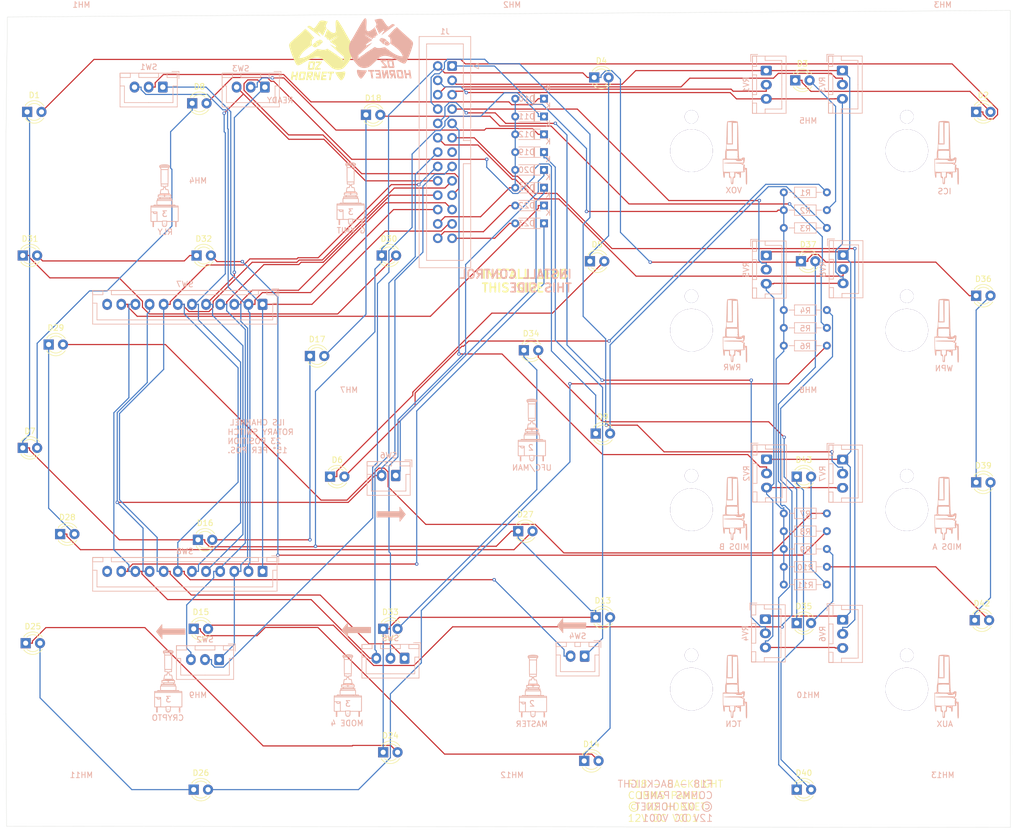
<source format=kicad_pcb>
(kicad_pcb (version 20240108) (generator "pcbnew") (generator_version "8.0")
  (layers (0 "F.Cu" signal) (31 "B.Cu" signal) (34 "B.Paste" user) (35 "F.Paste" user) (36 "B.SilkS" user "B.Silkscreen") (37 "F.SilkS" user "F.Silkscreen") (38 "B.Mask" user) (39 "F.Mask" user) (44 "Edge.Cuts" user))
  (net 0 "")
  (net 1 "/BACKLIGHT_GND")
  (net 2 "Net-(D1-A)")
  (net 3 "Net-(D2-A)")
  (net 4 "Net-(D3-A)")
  (net 5 "Net-(D4-A)")
  (net 6 "Net-(D5-A)")
  (net 7 "Net-(D6-A)")
  (net 8 "Net-(D7-A)")
  (net 9 "Net-(D8-A)")
  (net 10 "Net-(D9-A)")
  (net 11 "/ROW1")
  (net 12 "/COL1")
  (net 13 "/BACKLIGHT_12V")
  (net 14 "/ANALOG_5V")
  (net 15 "/COL3")
  (net 16 "Net-(D19-K)")
  (net 17 "/ROW2")
  (net 18 "/ANALOG_GND")
  (net 19 "/COL2")
  (net 20 "Net-(D10-K)")
  (net 21 "Net-(D11-K)")
  (net 22 "Net-(D12-K)")
  (net 23 "Net-(D13-A)")
  (net 24 "Net-(D14-A)")
  (net 25 "Net-(D15-A)")
  (net 26 "Net-(D16-A)")
  (net 27 "Net-(D17-A)")
  (net 28 "Net-(D18-A)")
  (net 29 "Net-(D20-K)")
  (net 30 "Net-(D21-K)")
  (net 31 "Net-(D22-K)")
  (net 32 "Net-(D23-K)")
  (net 33 "/COM_VOX")
  (net 34 "/COM_MIDS_B")
  (net 35 "/COM_ICS")
  (net 36 "/COM_TACAN")
  (net 37 "/COM_RWR")
  (net 38 "/COM_AUX")
  (net 39 "/COM_MIDS_A")
  (net 40 "/COM_WPN")
  (net 41 "/ROW3")
  (net 42 "/ROW4")
  (net 43 "/ROW5")
  (net 44 "/ROW6")
  (net 45 "/ROW7")
  (net 46 "/ROW8")
  (net 47 "/ROW10")
  (net 48 "/ROW9")
  (net 49 "Net-(D24-A)")
  (net 50 "Net-(D25-A)")
  (net 51 "Net-(D26-A)")
  (net 52 "Net-(D27-A)")
  (net 53 "Net-(D28-A)")
  (net 54 "Net-(D29-A)")
  (net 55 "Net-(D30-A)")
  (net 56 "Net-(D31-A)")
  (net 57 "Net-(D32-A)")
  (net 58 "Net-(D33-A)")
  (net 59 "Net-(D34-A)")
  (net 60 "Net-(D35-A)")
  (net 61 "Net-(D36-A)")
  (net 62 "Net-(D37-A)")
  (net 63 "Net-(D39-A)")
  (net 64 "Net-(D40-A)")
  (net 65 "Net-(D42-A)")
  (net 66 "Net-(D43-A)")
  (footprint "LED_THT:LED_D3.0mm_FlatTop" (layer "F.Cu") (at 181.864 151.384)
    (property "Reference" "D14")
    (property "Value" "LED")
  )
  (footprint "LED_THT:LED_D3.0mm_FlatTop" (layer "F.Cu") (at 219.456 101.092)
    (property "Reference" "D43")
    (property "Value" "LED")
  )
  (footprint "LED_THT:LED_D3.0mm_FlatTop" (layer "F.Cu") (at 146.304 128.016)
    (property "Reference" "D33")
    (property "Value" "LED")
  )
  (footprint "LED_THT:LED_D3.0mm_FlatTop" (layer "F.Cu") (at 183.637 30.48)
    (property "Reference" "D4")
    (property "Value" "LED")
  )
  (footprint "LED_THT:LED_D3.0mm_FlatTop" (layer "F.Cu") (at 113.284 61.976)
    (property "Reference" "D32")
    (property "Value" "LED")
  )
  (footprint "LED_THT:LED_D3.0mm_FlatTop" (layer "F.Cu") (at 89.149 111.252)
    (property "Reference" "D28")
    (property "Value" "LED")
  )
  (footprint "OH_Footprints:BR10K_Pot_11mm_x_11mm" (layer "F.Cu") (at 200.8378 106.934 180)
    (property "Reference" "MH23" (hide yes))
    (property "Value" "Pot_B10K" (hide yes))
  )
  (footprint "OH_Footprints:BR10K_Pot_11mm_x_11mm" (layer "F.Cu") (at 238.9378 43.434 180)
    (property "Reference" "MH20" (hide yes))
    (property "Value" "Pot_B10K" (hide yes))
  )
  (footprint "LED_THT:LED_D3.0mm_FlatTop" (layer "F.Cu") (at 112.776 156.464)
    (property "Reference" "D26")
    (property "Value" "LED")
  )
  (footprint "LED_THT:LED_D3.0mm_FlatTop" (layer "F.Cu") (at 220.213 62.992)
    (property "Reference" "D37")
    (property "Value" "LED")
  )
  (footprint "OH_Footprints:SxAL_Toggle_13x13mm" (layer "F.Cu") (at 110.109 94.488)
    (property "Reference" "MH32" (hide yes))
    (property "Value" "Switch_NKK SxAL" (hide yes))
  )
  (footprint "OH_Footprints:BR10K_Pot_11mm_x_11mm" (layer "F.Cu") (at 238.9378 106.934 180)
    (property "Reference" "MH24" (hide yes))
    (property "Value" "Pot_B10K" (hide yes))
  )
  (footprint "OH_Footprints:BR10K_Pot_11mm_x_11mm" (layer "F.Cu") (at 238.9378 75.184 180)
    (property "Reference" "MH22" (hide yes))
    (property "Value" "Pot_B10K" (hide yes))
  )
  (footprint "LED_THT:LED_D3.0mm_FlatTop" (layer "F.Cu") (at 250.952 126.492)
    (property "Reference" "D42")
    (property "Value" "LED")
  )
  (footprint "LED_THT:LED_D3.0mm_FlatTop" (layer "F.Cu") (at 219.456 156.464)
    (property "Reference" "D40")
    (property "Value" "LED")
  )
  (footprint "OH_Footprints:SxAL_Toggle_13x13mm" (layer "F.Cu") (at 130.683 51.816)
    (property "Reference" "MH31" (hide yes))
    (property "Value" "Switch_NKK SxAL" (hide yes))
  )
  (footprint "LED_THT:LED_D3.0mm_FlatTop" (layer "F.Cu") (at 219.456 127)
    (property "Reference" "D35")
    (property "Value" "LED")
  )
  (footprint "LED_THT:LED_D3.0mm_FlatTop" (layer "F.Cu") (at 82.545 61.976)
    (property "Reference" "D31")
    (property "Value" "LED")
  )
  (footprint "OH_Footprints:BR10K_Pot_11mm_x_11mm" (layer "F.Cu") (at 200.8378 138.684 180)
    (property "Reference" "MH25" (hide yes))
    (property "Value" "Pot_B10K" (hide yes))
  )
  (footprint "LED_THT:LED_D3.0mm_FlatTop" (layer "F.Cu") (at 82.545 96.012)
    (property "Reference" "D7")
    (property "Value" "LED")
  )
  (footprint "OH_Footprints:BR10K_Pot_11mm_x_11mm" (layer "F.Cu") (at 200.8378 43.434 180)
    (property "Reference" "MH19" (hide yes))
    (property "Value" "Pot_B10K" (hide yes))
  )
  (footprint "OH_Footprints:SxAL_Toggle_13x13mm" (layer "F.Cu") (at 98.298 51.816)
    (property "Reference" "MH27" (hide yes))
    (property "Value" "Switch_NKK SxAL" (hide yes))
  )
  (footprint "LED_THT:LED_D3.0mm_FlatTop" (layer "F.Cu") (at 83.312 36.576)
    (property "Reference" "D1")
    (property "Value" "LED")
  )
  (footprint "LED_THT:LED_D3.0mm_FlatTop" (layer "F.Cu") (at 112.776 128.016)
    (property "Reference" "D15")
    (property "Value" "LED")
  )
  (footprint "OH_Footprints:BR10K_Pot_11mm_x_11mm" (layer "F.Cu") (at 238.9378 138.684 180)
    (property "Reference" "MH26" (hide yes))
    (property "Value" "Pot_B10K" (hide yes))
  )
  (footprint "LED_THT:LED_D3.0mm_FlatTop" (layer "F.Cu") (at 133.345 79.756)
    (property "Reference" "D17")
    (property "Value" "LED")
  )
  (footprint "LED_THT:LED_D3.0mm_FlatTop" (layer "F.Cu") (at 251.201 102.108)
    (property "Reference" "D39")
    (property "Value" "LED")
  )
  (footprint "OH_Footprints:SxAL_Toggle_13x13mm" (layer "F.Cu") (at 163.068 137.922)
    (property "Reference" "MH30" (hide yes))
    (property "Value" "Switch_NKK SxAL" (hide yes))
  )
  (footprint "LED_THT:LED_D3.0mm_FlatTop" (layer "F.Cu") (at 183.896 93.472)
    (property "Reference" "D9")
    (property "Value" "LED")
  )
  (footprint "LED_THT:LED_D3.0mm_FlatTop" (layer "F.Cu") (at 146.304 149.86)
    (property "Reference" "D24")
    (property "Value" "LED")
  )
  (footprint "LED_THT:LED_D3.0mm_FlatTop" (layer "F.Cu") (at 87.117 77.724)
    (property "Reference" "D29")
    (property "Value" "LED")
  )
  (footprint "LED_THT:LED_D3.0mm_FlatTop" (layer "F.Cu") (at 251.201 36.576)
    (property "Reference" "D2")
    (property "Value" "LED")
  )
  (footprint "LED_THT:LED_D3.0mm_FlatTop" (layer "F.Cu") (at 146.045 61.976)
    (property "Reference" "D30")
    (property "Value" "LED")
  )
  (footprint "LED_THT:LED_D3.0mm_FlatTop" (layer "F.Cu") (at 183.896 125.984)
    (property "Reference" "D13")
    (property "Value" "LED")
  )
  (footprint "LED_THT:LED_D3.0mm_FlatTop" (layer "F.Cu") (at 171.196 78.74)
    (property "Reference" "D34")
    (property "Value" "LED")
  )
  (footprint "LED_THT:LED_D3.0mm_FlatTop" (layer "F.Cu") (at 219.197 30.988)
    (property "Reference" "D3")
    (property "Value" "LED")
  )
  (footprint "LED_THT:LED_D3.0mm_FlatTop" (layer "F.Cu") (at 136.901 101.092)
    (property "Reference" "D6")
    (property "Value" "LED")
  )
  (footprint "LED_THT:LED_D3.0mm_FlatTop" (layer "F.Cu") (at 83.053 130.556)
    (property "Reference" "D25")
    (property "Value" "LED")
  )
  (footprint "LED_THT:LED_D3.0mm_FlatTop" (layer "F.Cu") (at 113.533 112.268)
    (property "Reference" "D16")
    (property "Value" "LED")
  )
  (footprint "LED_THT:LED_D3.0mm_FlatTop" (layer "F.Cu") (at 182.88 62.992)
    (property "Reference" "D5")
    (property "Value" "LED")
  )
  (footprint "LED_THT:LED_D3.0mm_FlatTop" (layer "F.Cu") (at 251.201 69.088)
    (property "Reference" "D36")
    (property "Value" "LED")
  )
  (footprint "OH_Footprints:SxAL_Toggle_13x13mm" (layer "F.Cu") (at 163.068 93.218)
    (property "Reference" "MH28" (hide yes))
    (property "Value" "Switch_NKK SxAL" (hide yes))
  )
  (footprint "LED_THT:LED_D3.0mm_FlatTop" (layer "F.Cu") (at 143.256 37.084)
    (property "Reference" "D18")
    (property "Value" "LED")
  )
  (footprint "OH_Footprints:SxAL_Toggle_13x13mm" (layer "F.Cu") (at 98.298 137.922)
    (property "Reference" "MH33" (hide yes))
    (property "Value" "Switch_NKK SxAL" (hide yes))
  )
  (footprint "OH_Footprints:SxAL_Toggle_13x13mm" (layer "F.Cu") (at 130.683 137.922)
    (property "Reference" "MH29" (hide yes))
    (property "Value" "Switch_NKK SxAL" (hide yes))
  )
  (footprint "LED_THT:LED_D3.0mm_FlatTop" (layer "F.Cu") (at 112.517 35.052)
    (property "Reference" "D8")
    (property "Value" "LED")
  )
  (footprint "OH_Footprints:BR10K_Pot_11mm_x_11mm" (layer "F.Cu") (at 200.8378 75.184 180)
    (property "Reference" "MH21" (hide yes))
    (property "Value" "Pot_B10K" (hide yes))
  )
  (footprint "LED_THT:LED_D3.0mm_FlatTop" (layer "F.Cu") (at 170.18 110.744)
    (property "Reference" "D27")
    (property "Value" "LED")
  )
  (footprint "Resistor_THT:R_Axial_DIN0204_L3.6mm_D1.6mm_P7.62mm_Horizontal" (layer "B.Cu") (at 224.79 107.594 180)
    (property "Reference" "R7")
    (property "Value" "R")
  )
  (footprint "MountingHole:MountingHole_4.3mm_M4" (layer "B.Cu") (at 245.3004 22.9235 180)
    (property "Reference" "MH3")
    (property "Value" "6x32 / 4mm")
  )
  (footprint "MountingHole:MountingHole_4.3mm_M4" (layer "B.Cu") (at 169.1004 159.1944 180)
    (property "Reference" "MH12")
    (property "Value" "6x32 / 4mm")
  )
  (footprint "Library:D_A-405_P7.62mm_Horizontal-SIGNAL" (layer "B.Cu") (at 175.4845 56.326 180)
    (property "Reference" "D23")
    (property "Value" "D")
  )
  (footprint "Resistor_THT:R_Axial_DIN0204_L3.6mm_D1.6mm_P7.62mm_Horizontal" (layer "B.Cu") (at 224.79 53.95 180)
    (property "Reference" "R2")
    (property "Value" "R")
  )
  (footprint "Library:D_A-405_P7.62mm_Horizontal-SIGNAL" (layer "B.Cu") (at 175.4845 50.026 180)
    (property "Reference" "D21")
    (property "Value" "D")
  )
  (footprint "MountingHole:MountingHole_4.3mm_M4" (layer "B.Cu") (at 169.1004 22.9235 180)
    (property "Reference" "MH2")
    (property "Value" "6x32 / 4mm")
  )
  (footprint "OH_Footprints:S3AL_Toggle_Silkscreen" (layer "B.Cu") (at 140.18843 138.194378 180)
    (property "Reference" "LOGO13" (hide yes))
    (property "Value" "LOGO" (hide yes))
  )
  (footprint "OH_Footprints:BR10KPot" (layer "B.Cu") (at 208.50123 75.244244 180)
    (property "Reference" "LOGO7" (hide yes))
    (property "Value" "LOGO" (hide yes))
  )
  (footprint "MountingHole:MountingHole_4.3mm_M4" (layer "B.Cu") (at 245.3004 159.1944 180)
    (property "Reference" "MH13")
    (property "Value" "6x32 / 4mm")
  )
  (footprint "Library:D_A-405_P7.62mm_Horizontal-SIGNAL" (layer "B.Cu") (at 175.4845 53.176 180)
    (property "Reference" "D22")
    (property "Value" "D")
  )
  (footprint "MountingHole:MountingHole_4.3mm_M4" (layer "B.Cu") (at 113.538 145.034 180)
    (property "Reference" "MH9")
    (property "Value" "6x32 / 4mm")
  )
  (footprint "MountingHole:MountingHole_4.3mm_M4" (layer "B.Cu") (at 113.538 43.434)
    (property "Reference" "MH4")
    (property "Value" "6x32 / 4mm")
  )
  (footprint "OH_Footprints:BR10KPot" (layer "B.Cu") (at 245.94083 75.244244 180)
    (property "Reference" "LOGO8" (hide yes))
    (property "Value" "LOGO" (hide yes))
  )
  (footprint "Resistor_THT:R_Axial_DIN0204_L3.6mm_D1.6mm_P7.62mm_Horizontal" (layer "B.Cu") (at 224.79 110.744 180)
    (property "Reference" "R8")
    (property "Value" "R")
  )
  (footprint "Connector_JST:JST_XH_B3B-XH-A_1x03_P2.50mm_Vertical" (layer "B.Cu") (at 117.2826 133.46 180)
    (property "Reference" "SW2")
    (property "Value" "COM CRYPTO SW")
  )
  (footprint "Library:D_A-405_P7.62mm_Horizontal-SIGNAL" (layer "B.Cu") (at 175.4845 37.426 180)
    (property "Reference" "D11")
    (property "Value" "D")
  )
  (footprint "Connector_JST:JST_XH_B3B-XH-A_1x03_P2.50mm_Vertical" (layer "B.Cu") (at 227.584 126.4158 -90)
    (property "Reference" "RV6")
    (property "Value" "COM AUX")
  )
  (footprint "Resistor_THT:R_Axial_DIN0204_L3.6mm_D1.6mm_P7.62mm_Horizontal" (layer "B.Cu") (at 224.79 50.8 180)
    (property "Reference" "R1")
    (property "Value" "R")
  )
  (footprint "OH_Footprints:BR10KPot" (layer "B.Cu") (at 245.94083 138.202378 180)
    (property "Reference" "LOGO16" (hide yes))
    (property "Value" "LOGO" (hide yes))
  )
  (footprint "Resistor_THT:R_Axial_DIN0204_L3.6mm_D1.6mm_P7.62mm_Horizontal" (layer "B.Cu") (at 224.79 57.1 180)
    (property "Reference" "R3")
    (property "Value" "R")
  )
  (footprint "Library:D_A-405_P7.62mm_Horizontal-SIGNAL" (layer "B.Cu") (at 175.4845 40.576 180)
    (property "Reference" "D12")
    (property "Value" "D")
  )
  (footprint "MountingHole:MountingHole_4.3mm_M4" (layer "B.Cu") (at 221.488 91.059 180)
    (property "Reference" "MH8")
    (property "Value" "6x32 / 4mm")
  )
  (footprint "Connector_JST:JST_XH_B2B-XH-A_1x02_P2.50mm_Vertical" (layer "B.Cu") (at 181.951 132.8504 180)
    (property "Reference" "SW4")
    (property "Value" "COM IFF MASTER SW")
  )
  (footprint "MountingHole:MountingHole_4.3mm_M4" (layer "B.Cu") (at 221.488 43.434 180)
    (property "Reference" "MH5")
    (property "Value" "6x32 / 4mm")
  )
  (footprint "Resistor_THT:R_Axial_DIN0204_L3.6mm_D1.6mm_P7.62mm_Horizontal" (layer "B.Cu") (at 224.79 71.628 180)
    (property "Reference" "R4")
    (property "Value" "R")
  )
  (footprint "MountingHole:MountingHole_4.3mm_M4" (layer "B.Cu") (at 221.488 145.034 180)
    (property "Reference" "MH10")
    (property "Value" "6x32 / 4mm")
  )
  (footprint "OH_Footprints:BR10KPot" (layer "B.Cu") (at 208.50123 106.72331 180)
    (property "Reference" "LOGO10" (hide yes))
    (property "Value" "LOGO" (hide yes))
  )
  (footprint "Resistor_THT:R_Axial_DIN0204_L3.6mm_D1.6mm_P7.62mm_Horizontal" (layer "B.Cu") (at 224.79 120.194 180)
    (property "Reference" "R11")
    (property "Value" "R")
  )
  (footprint "Connector_JST:JST_XH_B3B-XH-A_1x03_P2.50mm_Vertical" (layer "B.Cu") (at 214.0712 29.2646 -90)
    (property "Reference" "RV1")
    (property "Value" "COM VOX")
  )
  (footprint "OH_Footprints:BR10KPot" (layer "B.Cu") (at 208.50123 43.765178 180)
    (property "Reference" "LOGO5" (hide yes))
    (property "Value" "LOGO" (hide yes))
  )
  (footprint "MountingHole:MountingHole_4.3mm_M4" (layer "B.Cu") (at 92.9005 22.9235 180)
    (property "Reference" "MH1")
    (property "Value" "6x32 / 4mm")
  )
  (footprint "OH_Footprints:S2AL_Toggle_Silkscreen" (layer "B.Cu") (at 172.94123 138.277965 180)
    (property "Reference" "LOGO14" (hide yes))
    (property "Value" "LOGO" (hide yes))
  )
  (footprint "Connector_JST:JST_XH_B3B-XH-A_1x03_P2.50mm_Vertical" (layer "B.Cu") (at 214.0712 61.976 -90)
    (property "Reference" "RV5")
    (property "Value" "COM RWR")
  )
  (footprint "OH_Footprints:S3AL_Toggle_Silkscreen" (layer "B.Cu") (at 107.76483 51.537578 180)
    (property "Reference" "LOGO3" (hide yes))
    (property "Value" "LOGO" (hide yes))
  )
  (footprint "OH_Footprints:BR10KPot" (layer "B.Cu") (at 245.94083 43.765178 180)
    (property "Reference" "LOGO6" (hide yes))
    (property "Value" "LOGO" (hide yes))
  )
  (footprint "Connector_JST:JST_XH_B12B-XH-A_1x12_P2.50mm_Vertical" (layer "B.Cu") (at 124.968 117.856 180)
    (property "Reference" "SW8")
    (property "Value" "ILS PART B")
  )
  (footprint "Connector_JST:JST_XH_B3B-XH-A_1x03_P2.50mm_Vertical" (layer "B.Cu") (at 107.315 32.1818 180)
    (property "Reference" "SW1")
    (property "Value" "COM COMM RELAY SW")
  )
  (footprint "Connector_JST:JST_XH_B12B-XH-A_1x12_P2.50mm_Vertical" (layer "B.Cu") (at 124.968 70.612 180)
    (property "Reference" "SW7")
    (property "Value" "ILS PART A")
  )
  (footprint "OH_Footprints:BR10KPot" (layer "B.Cu") (at 208.50123 138.202378 180)
    (property "Reference" "LOGO15" (hide yes))
    (property "Value" "LOGO" (hide yes))
  )
  (footprint "Connector_JST:JST_XH_B3B-XH-A_1x03_P2.50mm_Vertical" (layer "B.Cu") (at 227.584 98.0732 -90)
    (property "Reference" "RV7")
    (property "Value" "COM MIDS A")
  )
  (footprint "Resistor_THT:R_Axial_DIN0204_L3.6mm_D1.6mm_P7.62mm_Horizontal" (layer "B.Cu") (at 224.79 74.778 180)
    (property "Reference" "R5")
    (property "Value" "R")
  )
  (footprint "OH_Footprints:S3AL_Toggle_Silkscreen" (layer "B.Cu") (at 108.415075 137.423448 180)
    (property "Reference" "LOGO12" (hide yes))
    (property "Value" "LOGO" (hide yes))
  )
  (footprint "Resistor_THT:R_Axial_DIN0204_L3.6mm_D1.6mm_P7.62mm_Horizontal" (layer "B.Cu") (at 224.79 113.894 180)
    (property "Reference" "R9")
    (property "Value" "R")
  )
  (footprint "Connector_JST:JST_XH_B3B-XH-A_1x03_P2.50mm_Vertical" (layer "B.Cu") (at 213.9188 126.318 -90)
    (property "Reference" "RV4")
    (property "Value" "COM TACAN")
  )
  (footprint "OH_Footprints:S3AL_Toggle_Silkscreen" (layer "B.Cu") (at 140.68323 51.181978 180)
    (property "Reference" "LOGO4" (hide yes))
    (property "Value" "LOGO" (hide yes))
  )
  (footprint "Connector_JST:JST_XH_B3B-XH-A_1x03_P2.50mm_Vertical" (layer "B.Cu") (at 150.0886 133.223 180)
    (property "Reference" "SW5")
    (property "Value" "COM IFF MODE4 SW")
  )
  (footprint "Library:D_A-405_P7.62mm_Horizontal-SIGNAL" (layer "B.Cu") (at 175.4845 34.276 180)
    (property "Reference" "D10")
    (property "Value" "D")
  )
  (footprint "Resistor_THT:R_Axial_DIN0204_L3.6mm_D1.6mm_P7.62mm_Horizontal" (layer "B.Cu") (at 224.79 117.044 180)
    (property "Reference" "R10")
    (property "Value" "R")
  )
  (footprint "Connector_JST:JST_XH_B3B-XH-A_1x03_P2.50mm_Vertical" (layer "B.Cu") (at 214.1304 98.0332 -90)
    (property "Reference" "RV2")
    (property "Value" "COM MIDS B")
  )
  (footprint "OH_Footprints:BR10KPot" (layer "B.Cu") (at 245.94083 106.72331 180)
    (property "Reference" "LOGO11" (hide yes))
    (property "Value" "LOGO" (hide yes))
  )
  (footprint "Connector_JST:JST_XH_B3B-XH-A_1x03_P2.50mm_Vertical" (layer "B.Cu") (at 227.5416 29.25 -90)
    (property "Reference" "RV3")
    (property "Value" "COM ICS")
  )
  (footprint "Resistor_THT:R_Axial_DIN0204_L3.6mm_D1.6mm_P7.62mm_Horizontal" (layer "B.Cu") (at 224.79 77.928 180)
    (property "Reference" "R6")
    (property "Value" "R")
  )
  (footprint "Connector_JST:JST_XH_B2B-XH-A_1x02_P2.50mm_Vertical" (layer "B.Cu") (at 148.5192 100.8972 180)
    (property "Reference" "SW6")
    (property "Value" "COM ILS UFC MAN SW")
  )
  (footprint "Library:D_A-405_P7.62mm_Horizontal-SIGNAL" (layer "B.Cu") (at 175.4845 43.726 180)
    (property "Reference" "D19")
    (property "Value" "D")
  )
  (footprint "Connector_IDC:IDC-Header_2x13_P2.54mm_Vertical" (layer "B.Cu") (at 158.496 28.448 180)
    (property "Reference" "J1")
    (property "Value" "Conn_02x13_Counter_Clockwise")
  )
  (footprint "OH_Footprints:S2AL_Toggle_Silkscreen" (layer "B.Cu") (at 172.73803 92.990378 180)
    (property "Reference" "LOGO9" (hide yes))
    (property "Value" "LOGO" (hide yes))
  )
  (footprint "MountingHole:MountingHole_4.3mm_M4" (layer "B.Cu") (at 92.9005 159.1944 180)
    (property "Reference" "MH11")
    (property "Value" "6x32 / 4mm")
  )
  (footprint "Connector_JST:JST_XH_B3B-XH-A_1x03_P2.50mm_Vertical" (layer "B.Cu") (at 125.3706 32.1818 180)
    (property "Reference" "SW3")
    (property "Value" "COM COMM G XMT SW")
  )
  (footprint "Connector_JST:JST_XH_B3B-XH-A_1x03_P2.50mm_Vertical" (layer "B.Cu") (at 227.6602 61.8998 -90)
    (property "Reference" "RV8")
    (property "Value" "COM_WPN")
  )
  (footprint "Library:D_A-405_P7.62mm_Horizontal-SIGNAL" (layer "B.Cu") (at 175.4845 46.876 180)
    (property "Reference" "D20")
    (property "Value" "D")
  )
  (footprint "MountingHole:MountingHole_4.3mm_M4" (layer "B.Cu") (at 140.26 91.059 180)
    (property "Reference" "MH7")
    (property "Value" "6x32 / 4mm")
  )
  (gr_poly (pts (xy 141.810736 29.117973) (xy 141.796206 29.119265) (xy 141.782388 29.121262) (xy 141.76928 29.123973) (xy 141.756881 29.127407) (xy 141.745186 29.131573) (xy 141.734194 29.136479) (xy 141.723902 29.142135) (xy 141.714308 29.148549) (xy 141.705409 29.155731) (xy 141.697203 29.163689) (xy 141.689688 29.172432) (xy 141.68286 29.181969) (xy 141.676718 29.19231) (xy 141.671259 29.203462) (xy 141.66648 29.215435) (xy 141.662379 29.228238) (xy 141.658954 29.24188) (xy 141.656202 29.25637) (xy 141.654121 29.271715) (xy 141.652707 29.287927) (xy 141.651959 29.305013) (xy 141.651875 29.322982) (xy 141.652451 29.341843) (xy 141.653686 29.361605) (xy 141.66184 29.446258) (xy 141.673119 29.529739) (xy 141.687539 29.612016) (xy 141.705118 29.693058) (xy 141.725874 29.772833) (xy 141.749824 29.85131) (xy 141.776985 29.928458) (xy 141.807376 30.004245) (xy 141.841012 30.07864) (xy 141.877912 30.151611) (xy 141.918094 30.223127) (xy 141.961574 30.293157) (xy 142.00837 30.361669) (xy 142.0585 30.428633) (xy 142.11198 30.494015) (xy 142.168829 30.557786) (xy 142.182222 30.571802) (xy 142.19547 30.584882) (xy 142.208582 30.597027) (xy 142.221567 30.608241) (xy 142.234437 30.618525) (xy 142.247199 30.627883) (xy 142.259865 30.636317) (xy 142.272442 30.643829) (xy 142.284942 30.650422) (xy 142.297374 30.656099) (xy 142.309747 30.660862) (xy 142.322071 30.664714) (xy 142.334355 30.667657) (xy 142.34661 30.669694) (xy 142.358845 30.670828) (xy 142.37107 30.67106) (xy 142.383293 30.670395) (xy 142.395526 30.668833) (xy 142.407777 30.666378) (xy 142.420056 30.663032) (xy 142.432373 30.658799) (xy 142.444738 30.653679) (xy 142.457159 30.647677) (xy 142.469648 30.640795) (xy 142.482212 30.633034) (xy 142.494863 30.624398) (xy 142.507609 30.61489) (xy 142.520461 30.604511) (xy 142.533427 30.593265) (xy 142.546518 30.581154) (xy 142.573112 30.554346) (xy 142.639802 30.481166) (xy 142.705116 30.404832) (xy 142.768883 30.325993) (xy 142.830928 30.245297) (xy 142.891081 30.163391) (xy 142.949169 30.080924) (xy 143.058458 29.916899) (xy 143.157415 29.758405) (xy 143.244662 29.610627) (xy 143.318818 29.478749) (xy 143.378504 29.367954) (xy 143.381675 29.361393) (xy 143.384347 29.354769) (xy 143.386533 29.348101) (xy 143.388243 29.341404) (xy 143.389486 29.334699) (xy 143.390275 29.328001) (xy 143.390619 29.32133) (xy 143.39053 29.314703) (xy 143.390018 29.308137) (xy 143.389094 29.301651) (xy 143.387769 29.295261) (xy 143.386053 29.288987) (xy 143.383956 29.282846) (xy 143.381491 29.276855) (xy 143.378667 29.271032) (xy 143.375495 29.265395) (xy 143.371985 29.259963) (xy 143.36815 29.254751) (xy 143.363998 29.24978) (xy 143.359542 29.245065) (xy 143.354791 29.240626) (xy 143.349756 29.236479) (xy 143.344449 29.232643) (xy 143.338879 29.229135) (xy 143.333057 29.225973) (xy 143.326995 29.223175) (xy 143.320703 29.220759) (xy 143.314191 29.218742) (xy 143.307471 29.217143) (xy 143.300553 29.215978) (xy 143.293447 29.215267) (xy 143.286165 29.215025) (xy 142.995582 29.212607) (xy 142.820114 29.208444) (xy 142.634926 29.201433) (xy 142.447816 29.190911) (xy 142.266581 29.176219) (xy 142.099019 29.156696) (xy 142.022803 29.144916) (xy 141.95293 29.131682) (xy 141.952929 29.131947) (xy 141.913021 29.124526) (xy 141.876033 29.119677) (xy 141.858627 29.118238) (xy 141.841944 29.117468) (xy 141.825982 29.117377)) (stroke (width -0.000001)) (fill solid) (layer "B.SilkS"))
  (gr_poly (pts (xy 150.241 107.7722) (xy 149.225 106.4768) (xy 149.225 107.2642) (xy 145.161 107.2642) (xy 145.161 108.2548) (xy 149.225 108.2548) (xy 149.2504 109.0168)) (stroke (width 0.1)) (fill solid) (layer "B.SilkS"))
  (gr_poly (pts (xy 177.0888 127.4318) (xy 178.1048 128.7272) (xy 178.1048 127.9398) (xy 182.1688 127.9398) (xy 182.1688 126.9492) (xy 178.1048 126.9492) (xy 178.0794 126.1872)) (stroke (width 0.1)) (fill solid) (layer "B.SilkS"))
  (gr_poly (pts (xy 144.849323 29.45024) (xy 145.495965 29.45024) (xy 145.542796 29.743398) (xy 145.023948 29.743398) (xy 145.071044 30.0437) (xy 145.590156 30.0437) (xy 145.636988 30.338975) (xy 144.99061 30.338975) (xy 145.037706 30.639277) (xy 145.994704 30.639277) (xy 145.759489 29.149937) (xy 144.802227 29.149937)) (stroke (width -0.000001)) (fill solid) (layer "B.SilkS"))
  (gr_poly (pts (xy 146.459577 23.611679) (xy 146.450052 23.61199) (xy 146.440527 23.612176) (xy 146.421477 23.612473) (xy 146.406328 23.613066) (xy 146.391249 23.613964) (xy 146.376246 23.615187) (xy 146.361325 23.616756) (xy 146.346495 23.618691) (xy 146.331761 23.621012) (xy 146.317131 23.62374) (xy 146.302613 23.626893) (xy 146.288212 23.630493) (xy 146.273935 23.63456) (xy 146.259791 23.639113) (xy 146.245785 23.644174) (xy 146.231925 23.649761) (xy 146.218218 23.655896) (xy 146.20467 23.662598) (xy 146.191289 23.669888) (xy 146.17413 23.68024) (xy 146.157665 23.691239) (xy 146.141871 23.70286) (xy 146.126731 23.715082) (xy 146.112223 23.72788) (xy 146.098328 23.741232) (xy 146.085024 23.755114) (xy 146.072293 23.769503) (xy 146.060113 23.784376) (xy 146.048466 23.799709) (xy 146.03733 23.81548) (xy 146.026685 23.831664) (xy 146.016512 23.848239) (xy 146.00679 23.865181) (xy 145.997499 23.882468) (xy 145.988618 23.900075) (xy 145.980726 23.917207) (xy 145.973754 23.934362) (xy 145.967685 23.951525) (xy 145.962499 23.96868) (xy 145.958177 23.985812) (xy 145.954702 24.002904) (xy 145.952055 24.019942) (xy 145.950217 24.03691) (xy 145.949168 24.053793) (xy 145.948892 24.070574) (xy 145.949368 24.087238) (xy 145.950579 24.10377) (xy 145.952505 24.120154) (xy 145.955129 24.136375) (xy 145.95843 24.152416) (xy 145.962392 24.168263) (xy 145.966994 24.183901) (xy 145.972219 24.199312) (xy 145.978047 24.214483) (xy 145.984461 24.229396) (xy 145.991441 24.244038) (xy 145.998969 24.258391) (xy 146.007026 24.272441) (xy 146.015593 24.286173) (xy 146.034185 24.312616) (xy 146.054595 24.337597) (xy 146.076674 24.360992) (xy 146.100273 24.382675) (xy 146.100538 24.38294) (xy 146.124597 24.403132) (xy 146.149037 24.422848) (xy 146.198963 24.460959) (xy 146.250128 24.497482) (xy 146.302349 24.532628) (xy 146.355437 24.566608) (xy 146.409207 24.599634) (xy 146.463474 24.631915) (xy 146.51805 24.663663) (xy 146.526186 24.668181) (xy 146.534322 24.672625) (xy 146.550594 24.68139) (xy 146.550266 24.679789) (xy 146.54988 24.678258) (xy 146.549439 24.676792) (xy 146.548948 24.675387) (xy 146.548411 24.674038) (xy 146.547831 24.672739) (xy 146.547213 24.671487) (xy 146.546559 24.670277) (xy 146.545874 24.669105) (xy 146.545163 24.667964) (xy 146.544428 24.666852) (xy 146.543673 24.665763) (xy 146.542122 24.663636) (xy 146.540539 24.661546) (xy 146.532211 24.65086) (xy 146.524206 24.640031) (xy 146.516543 24.629051) (xy 146.50924 24.617915) (xy 146.502317 24.606613) (xy 146.495793 24.595141) (xy 146.489687 24.58349) (xy 146.484018 24.571654) (xy 146.478804 24.559626) (xy 146.474066 24.547398) (xy 146.469821 24.534964) (xy 146.466088 24.522317) (xy 146.462888 24.50945) (xy 146.460238 24.496356) (xy 146.458158 24.483028) (xy 146.456667 24.469459) (xy 146.455083 24.442993) (xy 146.454983 24.417075) (xy 146.456352 24.39171) (xy 146.459172 24.3669) (xy 146.463428 24.342647) (xy 146.469103 24.318956) (xy 146.476181 24.29583) (xy 146.484646 24.27327) (xy 146.494482 24.251281) (xy 146.505671 24.229866) (xy 146.518199 24.209028) (xy 146.532048 24.188769) (xy 146.547202 24.169093) (xy 146.563646 24.150003) (xy 146.581362 24.131503) (xy 146.600335 24.113594) (xy 146.621615 24.09533) (xy 146.643386 24.078346) (xy 146.66565 24.06265) (xy 146.688408 24.04825) (xy 146.711663 24.035157) (xy 146.735415 24.023377) (xy 146.759667 24.012919) (xy 146.784419 24.003792) (xy 146.809674 23.996005) (xy 146.835432 23.989566) (xy 146.861696 23.984483) (xy 146.888467 23.980765) (xy 146.915746 23.978421) (xy 146.943535 23.977459) (xy 146.971836 23.977887) (xy 147.00065 23.979715) (xy 146.999355 23.978026) (xy 146.998227 23.976519) (xy 146.99635 23.973993) (xy 146.995539 23.972943) (xy 146.995152 23.972464) (xy 146.994771 23.972013) (xy 146.994394 23.971589) (xy 146.994016 23.971189) (xy 146.993633 23.970811) (xy 146.993242 23.970454) (xy 146.943431 23.925625) (xy 146.892956 23.881695) (xy 146.841725 23.83877) (xy 146.789645 23.796954) (xy 146.736621 23.756354) (xy 146.682563 23.717074) (xy 146.627375 23.679221) (xy 146.570967 23.6429) (xy 146.564361 23.63891) (xy 146.557737 23.635178) (xy 146.551089 23.631706) (xy 146.544409 23.628497) (xy 146.537692 23.625555) (xy 146.530932 23.622883) (xy 146.524122 23.620484) (xy 146.517256 23.61836) (xy 146.510328 23.616516) (xy 146.503332 23.614954) (xy 146.496262 23.613677) (xy 146.489111 23.612688) (xy 146.481873 23.611991) (xy 146.474542 23.611589) (xy 146.467112 23.611484)) (stroke (width -0.000001)) (fill solid) (layer "B.SilkS"))
  (gr_poly (pts (xy 143.674573 29.45024) (xy 144.041021 29.45024) (xy 144.22914 30.639277) (xy 144.540024 30.639277) (xy 144.351906 29.45024) (xy 144.718089 29.45024) (xy 144.670994 29.149937) (xy 143.627477 29.149937)) (stroke (width -0.000001)) (fill solid) (layer "B.SilkS"))
  (gr_poly (pts (xy 147.202331 27.321532) (xy 147.188703 27.322104) (xy 147.1752 27.322998) (xy 147.161868 27.324268) (xy 147.148751 27.325966) (xy 147.135897 27.328146) (xy 147.12335 27.330861) (xy 147.111157 27.334166) (xy 147.099363 27.338114) (xy 147.088014 27.342757) (xy 147.077156 27.34815) (xy 147.066834 27.354346) (xy 147.057094 27.361399) (xy 147.047982 27.369361) (xy 147.043676 27.373701) (xy 147.039543 27.378288) (xy 147.033345 27.386151) (xy 147.027745 27.394477) (xy 147.02274 27.403288) (xy 147.018327 27.412605) (xy 147.014504 27.422451) (xy 147.011266 27.432847) (xy 147.008611 27.443817) (xy 147.006537 27.455381) (xy 147.005038 27.467562) (xy 147.004114 27.480383) (xy 147.00376 27.493864) (xy 147.003973 27.508029) (xy 147.004751 27.522899) (xy 147.00609 27.538497) (xy 147.007987 27.554844) (xy 147.010439 27.571963) (xy 147.169189 28.57103) (xy 147.17233 28.589314) (xy 147.175851 28.606679) (xy 147.179749 28.623145) (xy 147.184025 28.638736) (xy 147.188676 28.653474) (xy 147.193703 28.66738) (xy 147.199104 28.680477) (xy 147.204879 28.692788) (xy 147.211026 28.704334) (xy 147.217544 28.715139) (xy 147.224433 28.725223) (xy 147.231692 28.734611) (xy 147.23932 28.743323) (xy 147.247315 28.751382) (xy 147.255677 28.758811) (xy 147.264406 28.765631) (xy 147.273499 28.771865) (xy 147.282957 28.777536) (xy 147.292778 28.782665) (xy 147.302961 28.787275) (xy 147.313506 28.791388) (xy 147.324411 28.795027) (xy 147.335676 28.798213) (xy 147.347299 28.80097) (xy 147.371618 28.805281) (xy 147.39736 28.80814) (xy 147.424519 28.809725) (xy 147.453087 28.810213) (xy 148.056337 28.810213) (xy 148.083993 28.809819) (xy 148.097732 28.809244) (xy 148.111349 28.808345) (xy 148.124797 28.807068) (xy 148.138029 28.805358) (xy 148.150999 28.803161) (xy 148.163658 28.800424) (xy 148.175961 28.797091) (xy 148.187861 28.793109) (xy 148.19931 28.788422) (xy 148.210262 28.782978) (xy 148.22067 28.776721) (xy 148.230487 28.769598) (xy 148.239666 28.761554) (xy 148.244001 28.757169) (xy 148.24816 28.752534) (xy 148.254318 28.744743) (xy 148.259894 28.736443) (xy 148.26489 28.72762) (xy 148.269306 28.718262) (xy 148.273144 28.708355) (xy 148.276405 28.697886) (xy 148.27909 28.686842) (xy 148.2812 28.675209) (xy 148.282737 28.662975) (xy 148.283701 28.650127) (xy 148.284093 28.63665) (xy 148.283916 28.622532) (xy 148.28317 28.607761) (xy 148.281856 28.592321) (xy 148.279975 28.576202) (xy 148.277529 28.559388) (xy 148.269583 28.509382) (xy 147.958177 28.509382) (xy 147.940714 28.509382) (xy 147.940714 28.509911) (xy 147.498067 28.509911) (xy 147.491725 28.509898) (xy 147.484441 28.509811) (xy 147.48074 28.509717) (xy 147.477156 28.509576) (xy 147.473809 28.509379) (xy 147.470814 28.509116) (xy 147.470405 28.507464) (xy 147.469967 28.50547) (xy 147.469498 28.503117) (xy 147.468996 28.500385) (xy 147.468456 28.497257) (xy 147.467875 28.493713) (xy 147.467251 28.489735) (xy 147.466581 28.485304) (xy 147.331379 27.636785) (xy 147.330354 27.627988) (xy 147.329928 27.624358) (xy 147.329527 27.621175) (xy 147.787785 27.621175) (xy 147.794399 27.621192) (xy 147.802205 27.621308) (xy 147.80612 27.621434) (xy 147.809811 27.621622) (xy 147.813106 27.621884) (xy 147.81455 27.622047) (xy 147.81583 27.622234) (xy 147.816275 27.62352) (xy 147.81681 27.625231) (xy 147.817426 27.627419) (xy 147.818112 27.630138) (xy 147.81848 27.631712) (xy 147.818861 27.633439) (xy 147.819256 27.635325) (xy 147.819663 27.637377) (xy 147.82008 27.6396) (xy 147.820508 27.642003) (xy 147.820944 27.64459) (xy 147.821387 27.647369) (xy 147.956589 28.494301) (xy 147.957135 28.498927) (xy 147.957581 28.502933) (xy 147.957929 28.506393) (xy 147.958177 28.509382) (xy 148.269583 28.509382) (xy 148.118779 27.560321) (xy 148.115635 27.542036) (xy 148.112108 27.524672) (xy 148.108198 27.508205) (xy 148.103907 27.492615) (xy 148.099235 27.477877) (xy 148.094184 27.463971) (xy 148.088755 27.450874) (xy 148.082948 27.438563) (xy 148.076766 27.427017) (xy 148.070207 27.416213) (xy 148.063275 27.406128) (xy 148.055969 27.396741) (xy 148.048291 27.388029) (xy 148.040241 27.379969) (xy 148.031822 27.372541) (xy 148.023033 27.36572) (xy 148.013876 27.359486) (xy 148.004352 27.353815) (xy 147.994461 27.348686) (xy 147.984206 27.344076) (xy 147.973586 27.339963) (xy 147.962603 27.336324) (xy 147.951258 27.333138) (xy 147.939553 27.330382) (xy 147.915062 27.32607) (xy 147.889139 27.323211) (xy 147.861791 27.321627) (xy 147.833029 27.321138) (xy 147.229779 27.321138)) (stroke (width -0.000001)) (fill solid) (layer "B.SilkS"))
  (gr_poly (pts (xy 148.834546 29.150333) (xy 148.820918 29.150905) (xy 148.807415 29.151799) (xy 148.794082 29.153069) (xy 148.780966 29.154767) (xy 148.768112 29.156947) (xy 148.755565 29.159663) (xy 148.743372 29.162967) (xy 148.731578 29.166915) (xy 148.720229 29.171558) (xy 148.70937 29.176951) (xy 148.699048 29.183148) (xy 148.689309 29.1902) (xy 148.680197 29.198163) (xy 148.67589 29.202502) (xy 148.671758 29.207089) (xy 148.671758 29.207088) (xy 148.66556 29.214952) (xy 148.65996 29.223278) (xy 148.654955 29.232089) (xy 148.650542 29.241406) (xy 148.646719 29.251251) (xy 148.643481 29.261648) (xy 148.640827 29.272617) (xy 148.638752 29.284181) (xy 148.637254 29.296363) (xy 148.636329 29.309183) (xy 148.635975 29.322665) (xy 148.636189 29.336829) (xy 148.636966 29.3517) (xy 148.638305 29.367297) (xy 148.640202 29.383645) (xy 148.642654 29.400764) (xy 148.801404 30.399831) (xy 148.804546 30.418115) (xy 148.808066 30.43548) (xy 148.811965 30.451946) (xy 148.81624 30.467537) (xy 148.820892 30.482274) (xy 148.825918 30.49618) (xy 148.83132 30.509278) (xy 148.837094 30.521588) (xy 148.843241 30.533135) (xy 148.84976 30.543939) (xy 148.856649 30.554024) (xy 148.863907 30.563411) (xy 148.871535 30.572123) (xy 148.87953 30.580182) (xy 148.887893 30.587611) (xy 148.896621 30.594431) (xy 148.905715 30.600666) (xy 148.915172 30.606336) (xy 148.924993 30.611465) (xy 148.935176 30.616075) (xy 148.945721 30.620189) (xy 148.956626 30.623827) (xy 148.967891 30.627013) (xy 148.979514 30.62977) (xy 149.003833 30.634081) (xy 149.029576 30.63694) (xy 149.056734 30.638525) (xy 149.085302 30.639014) (xy 149.688552 30.639014) (xy 149.716209 30.638619) (xy 149.729948 30.638044) (xy 149.743565 30.637145) (xy 149.757013 30.635868) (xy 149.770245 30.634158) (xy 149.783214 30.631962) (xy 149.795874 30.629224) (xy 149.808177 30.625891) (xy 149.820076 30.621909) (xy 149.831526 30.617222) (xy 149.842478 30.611778) (xy 149.852885 30.605521) (xy 149.862702 30.598398) (xy 149.871881 30.590354) (xy 149.876216 30.58597) (xy 149.880375 30.581335) (xy 149.886533 30.573544) (xy 149.892109 30.565244) (xy 149.897105 30.556421) (xy 149.901521 30.547063) (xy 149.905359 30.537156) (xy 149.90862 30.526687) (xy 149.911305 30.515643) (xy 149.913415 30.504011) (xy 149.914951 30.491777) (xy 149.915915 30.478928) (xy 149.916308 30.465451) (xy 149.916131 30.451334) (xy 149.915385 30.436562) (xy 149.914071 30.421123) (xy 149.91219 30.405003) (xy 149.909744 30.38819) (xy 149.90184 30.338448) (xy 149.590656 30.338448) (xy 149.130546 30.338448) (xy 149.124204 30.338435) (xy 149.11692 30.338348) (xy 149.113218 30.338254) (xy 149.109635 30.338113) (xy 149.106288 30.337916) (xy 149.103293 30.337654) (xy 149.102884 30.336001) (xy 149.102446 30.334008) (xy 149.101977 30.331654) (xy 149.101475 30.328923) (xy 149.100935 30.325794) (xy 149.100354 30.32225) (xy 149.09973 30.318272) (xy 149.09906 30.313841) (xy 148.963858 29.465323) (xy 148.962833 29.456525) (xy 148.962407 29.452896) (xy 148.962006 29.449712) (xy 148.977616 29.449712) (xy 148.977617 29.45024) (xy 149.420265 29.45024) (xy 149.426879 29.450257) (xy 149.434684 29.450373) (xy 149.438599 29.450499) (xy 149.442291 29.450687) (xy 149.445586 29.45095) (xy 149.44703 29.451113) (xy 149.448311 29.451299) (xy 149.448755 29.452585) (xy 149.44929 29.454296) (xy 149.449906 29.456485) (xy 149.450592 29.459203) (xy 149.45096 29.460778) (xy 149.451341 29.462505) (xy 149.451736 29.464391) (xy 149.452143 29.466443) (xy 149.45256 29.468666) (xy 149.452988 29.471068) (xy 149.453423 29.473656) (xy 149.453867 29.476435) (xy 149.589069 30.323367) (xy 149.589614 30.327992) (xy 149.590061 30.331998) (xy 149.590408 30.335458) (xy 149.590656 30.338448) (xy 149.90184 30.338448) (xy 149.750994 29.389123) (xy 149.74785 29.370838) (xy 149.744323 29.353473) (xy 149.740413 29.337007) (xy 149.736122 29.321416) (xy 149.73145 29.306679) (xy 149.726399 29.292773) (xy 149.72097 29.279675) (xy 149.715163 29.267365) (xy 149.70898 29.255818) (xy 149.702422 29.245014) (xy 149.69549 29.234929) (xy 149.688184 29.225542) (xy 149.680506 29.21683) (xy 149.672456 29.20877) (xy 149.664037 29.201342) (xy 149.655248 29.194521) (xy 149.646091 29.188287) (xy 149.636566 29.182616) (xy 149.626676 29.177487) (xy 149.616421 29.172877) (xy 149.605801 29.168764) (xy 149.594818 29.165125) (xy 149.583473 29.161939) (xy 149.571767 29.159183) (xy 149.547277 29.154871) (xy 149.521354 29.152012) (xy 149.494007 29.150428) (xy 149.465244 29.149939) (xy 148.861994 29.149939)) (stroke (width -0.000001)) (fill solid) (layer "B.SilkS"))
  (gr_poly (pts (xy 146.47016 30.026767) (xy 146.330725 29.149937) (xy 146.019839 29.149937) (xy 146.255054 30.639277) (xy 146.596102 30.639277) (xy 146.885027 29.774355) (xy 147.020758 30.639277) (xy 147.331644 30.639277) (xy 147.096429 29.149937) (xy 146.761202 29.149937)) (stroke (width -0.000001)) (fill solid) (layer "B.SilkS"))
  (gr_poly (pts (xy 139.0142 128.2192) (xy 140.0302 129.5146) (xy 140.0302 128.7272) (xy 144.0942 128.7272) (xy 144.0942 127.7366) (xy 140.0302 127.7366) (xy 140.0048 126.9746)) (stroke (width 0.1)) (fill solid) (layer "B.SilkS"))
  (gr_poly (pts (xy 143.101434 20.023651) (xy 143.0569 20.04265) (xy 143.007844 20.073526) (xy 142.954069 20.116973) (xy 142.895376 20.173685) (xy 142.587003 20.638174) (xy 142.292717 21.111967) (xy 142.008644 21.592514) (xy 141.730911 22.077262) (xy 141.178978 23.049156) (xy 140.897032 23.531197) (xy 140.605936 24.007232) (xy 140.606464 24.006176) (xy 140.537454 24.127173) (xy 140.476198 24.24868) (xy 140.422582 24.370717) (xy 140.376492 24.493302) (xy 140.337811 24.616457) (xy 140.306427 24.7402) (xy 140.282223 24.864552) (xy 140.265086 24.989532) (xy 140.2549 25.115161) (xy 140.251551 25.241457) (xy 140.254923 25.36844) (xy 140.264904 25.496131) (xy 140.281377 25.624549) (xy 140.304228 25.753714) (xy 140.333342 25.883645) (xy 140.368604 26.014363) (xy 140.422607 26.187205) (xy 140.481946 26.354746) (xy 140.54651 26.51736) (xy 140.616184 26.67542) (xy 140.690854 26.829298) (xy 140.770407 26.979369) (xy 140.85473 27.126004) (xy 140.943709 27.269579) (xy 141.03723 27.410465) (xy 141.13518 27.549036) (xy 141.237445 27.685666) (xy 141.343912 27.820727) (xy 141.454467 27.954592) (xy 141.568996 28.087636) (xy 141.687387 28.220231) (xy 141.809524 28.35275) (xy 141.894973 28.435801) (xy 141.987929 28.510666) (xy 142.087683 28.577261) (xy 142.193525 28.635499) (xy 142.304748 28.685294) (xy 142.42064 28.72656) (xy 142.540494 28.759211) (xy 142.663599 28.783161) (xy 142.789247 28.798324) (xy 142.916728 28.804614) (xy 143.045333 28.801945) (xy 143.174352 28.79023) (xy 143.303078 28.769385) (xy 143.430799 28.739322) (xy 143.556807 28.699956) (xy 143.680393 28.6512) (xy 143.716773 28.634889) (xy 143.753048 28.617813) (xy 143.789167 28.599978) (xy 143.825074 28.581396) (xy 143.860717 28.562074) (xy 143.89604 28.542021) (xy 143.93099 28.521247) (xy 143.965514 28.499759) (xy 143.999557 28.477568) (xy 144.033066 28.454683) (xy 144.065986 28.431111) (xy 144.098264 28.406862) (xy 144.129846 28.381945) (xy 144.160679 28.356368) (xy 144.190707 28.330141) (xy 144.219877 28.303273) (xy 144.371935 28.159139) (xy 144.521192 28.01995) (xy 144.814099 27.748806) (xy 144.959142 27.61305) (xy 145.104177 27.474636) (xy 145.2499 27.331664) (xy 145.397009 27.182234) (xy 145.485519 27.090695) (xy 145.576949 27.008837) (xy 145.671116 26.936331) (xy 145.767836 26.872846) (xy 145.866928 26.818053) (xy 145.968207 26.771621) (xy 146.071492 26.73322) (xy 146.176599 26.70252) (xy 146.283347 26.67919) (xy 146.391551 26.662902) (xy 146.50103 26.653324) (xy 146.6116 26.650127) (xy 146.723078 26.65298) (xy 146.835283 26.661553) (xy 146.948031 26.675517) (xy 147.061139 26.694541) (xy 147.287704 26.746448) (xy 147.513518 26.814634) (xy 147.737116 26.896457) (xy 147.957038 26.989278) (xy 148.171821 27.090455) (xy 148.380002 27.197347) (xy 148.58012 27.307314) (xy 148.770711 27.417713) (xy 149.30077 27.742191) (xy 149.436099 27.818358) (xy 149.504801 27.854152) (xy 149.574345 27.888047) (xy 149.644843 27.91976) (xy 149.716405 27.949011) (xy 149.789146 27.975519) (xy 149.863175 27.999002) (xy 149.90576 28.009739) (xy 149.926131 28.014106) (xy 149.945913 28.017792) (xy 149.965127 28.020788) (xy 149.983793 28.023084) (xy 150.001931 28.024673) (xy 150.01956 28.025543) (xy 150.036702 28.025687) (xy 150.053374 28.025094) (xy 150.069598 28.023755) (xy 150.085394 28.021661) (xy 150.100781 28.018803) (xy 150.11578 28.015172) (xy 150.13041 28.010757) (xy 150.144692 28.005551) (xy 150.158645 27.999542) (xy 150.172289 27.992723) (xy 150.185644 27.985084) (xy 150.198731 27.976616) (xy 150.211569 27.967309) (xy 150.224178 27.957154) (xy 150.236578 27.946141) (xy 150.248789 27.934262) (xy 150.260831 27.921507) (xy 150.272724 27.907867) (xy 150.284488 27.893332) (xy 150.296143 27.877893) (xy 150.307709 27.861541) (xy 150.319205 27.844267) (xy 150.330653 27.826061) (xy 150.342071 27.806915) (xy 150.384771 27.732538) (xy 150.426696 27.65764) (xy 150.467766 27.582221) (xy 150.507899 27.506282) (xy 150.547015 27.429821) (xy 150.585033 27.35284) (xy 150.621873 27.275338) (xy 150.657454 27.197314) (xy 150.78758 26.898665) (xy 150.912248 26.598029) (xy 151.031459 26.295402) (xy 151.145214 25.990781) (xy 151.253511 25.684164) (xy 151.356351 25.375546) (xy 151.453734 25.064926) (xy 151.545661 24.752299) (xy 151.56177 24.688709) (xy 151.568145 24.657542) (xy 151.573405 24.626783) (xy 151.577554 24.596426) (xy 151.580595 24.566463) (xy 151.582532 24.536886) (xy 151.583368 24.507688) (xy 151.583107 24.478862) (xy 151.581752 24.4504) (xy 151.579307 24.422295) (xy 151.575775 24.39454) (xy 151.57116 24.367126) (xy 151.565466 24.340048) (xy 151.558696 24.313296) (xy 151.550853 24.286864) (xy 151.541941 24.260745) (xy 151.531964 24.234931) (xy 151.520925 24.209414) (xy 151.508828 24.184187) (xy 151.495676 24.159243) (xy 151.481473 24.134574) (xy 151.466222 24.110174) (xy 151.449927 24.086033) (xy 151.414218 24.038505) (xy 151.374375 23.991929) (xy 151.330427 23.946247) (xy 151.2824 23.9014) (xy 149.981709 22.734587) (xy 149.336547 22.145525) (xy 149.016716 21.848018) (xy 148.699273 21.547931) (xy 148.628927 21.620327) (xy 148.55878 21.692922) (xy 148.525698 21.727554) (xy 148.492766 21.762409) (xy 148.460032 21.797511) (xy 148.427546 21.832887) (xy 148.424758 21.835822) (xy 148.421942 21.838573) (xy 148.419092 21.841132) (xy 148.416198 21.843495) (xy 148.413253 21.845657) (xy 148.41025 21.847612) (xy 148.407178 21.849354) (xy 148.404031 21.850879) (xy 148.400801 21.85218) (xy 148.397478 21.853253) (xy 148.394056 21.854091) (xy 148.390525 21.85469) (xy 148.386878 21.855044) (xy 148.383107 21.855148) (xy 148.379203 21.854996) (xy 148.375159 21.854583) (xy 148.370621 21.854057) (xy 148.366227 21.853773) (xy 148.361968 21.853736) (xy 148.357833 21.853955) (xy 148.35381 21.854433) (xy 148.349891 21.855178) (xy 148.346063 21.856196) (xy 148.342317 21.857493) (xy 148.338643 21.859076) (xy 148.33503 21.860949) (xy 148.331466 21.863121) (xy 148.327943 21.865596) (xy 148.324449 21.868382) (xy 148.320975 21.871483) (xy 148.317508 21.874907) (xy 148.31404 21.87866) (xy 148.287111 21.90887) (xy 148.259937 21.938816) (xy 148.205065 21.998153) (xy 148.0947 22.116256) (xy 148.002526 22.216302) (xy 147.91055 22.316545) (xy 147.721902 22.521598) (xy 147.535107 22.724798) (xy 147.29513 22.985412) (xy 147.214895 23.073783) (xy 147.134263 23.162947) (xy 147.141179 23.174669) (xy 147.144679 23.180277) (xy 147.148265 23.185681) (xy 147.15198 23.190854) (xy 147.155866 23.195769) (xy 147.159967 23.200399) (xy 147.164326 23.204718) (xy 147.168986 23.2087) (xy 147.171442 23.210555) (xy 147.173989 23.212316) (xy 147.176633 23.21398) (xy 147.179379 23.215542) (xy 147.182233 23.216999) (xy 147.185199 23.218349) (xy 147.188284 23.219587) (xy 147.191492 23.220711) (xy 147.194829 23.221717) (xy 147.198301 23.222601) (xy 147.201912 23.223361) (xy 147.205668 23.223993) (xy 147.209575 23.224494) (xy 147.213638 23.22486) (xy 147.218948 23.225444) (xy 147.224261 23.226384) (xy 147.229571 23.227652) (xy 147.234875 23.229217) (xy 147.240168 23.231053) (xy 147.245445 23.233129) (xy 147.250704 23.235418) (xy 147.255938 23.237891) (xy 147.261145 23.240518) (xy 147.26632 23.243272) (xy 147.276555 23.249045) (xy 147.296453 23.260843) (xy 147.316298 23.273382) (xy 147.335087 23.286762) (xy 147.352867 23.300944) (xy 147.369684 23.315889) (xy 147.385587 23.331558) (xy 147.400623 23.347912) (xy 147.414839 23.364912) (xy 147.428281 23.382519) (xy 147.440998 23.400692) (xy 147.453037 23.419394) (xy 147.464445 23.438585) (xy 147.47527 23.458227) (xy 147.485558 23.478279) (xy 147.495356 23.498702) (xy 147.504713 23.519458) (xy 147.513676 23.540508) (xy 147.526194 23.572649) (xy 147.537426 23.605149) (xy 147.547474 23.637972) (xy 147.556439 23.67108) (xy 147.564425 23.704436) (xy 147.571533 23.738003) (xy 147.577866 23.771744) (xy 147.583526 23.805621) (xy 147.586308 23.824816) (xy 147.588569 23.844093) (xy 147.590409 23.863431) (xy 147.591926 23.882813) (xy 147.596755 23.960402) (xy 147.598561 23.98882) (xy 147.600095 24.017288) (xy 147.600612 24.031524) (xy 147.600885 24.045755) (xy 147.600853 24.059973) (xy 147.600459 24.074173) (xy 147.598286 24.116306) (xy 147.595324 24.158327) (xy 147.591259 24.200174) (xy 147.585775 24.241786) (xy 147.582401 24.262485) (xy 147.578553 24.283101) (xy 147.574193 24.303627) (xy 147.569279 24.324055) (xy 147.563774 24.344378) (xy 147.557637 24.364588) (xy 147.550828 24.384677) (xy 147.543309 24.404638) (xy 147.541241 24.409469) (xy 147.539018 24.414266) (xy 147.536658 24.419069) (xy 147.534181 24.423919) (xy 147.528947 24.433919) (xy 147.526228 24.43915) (xy 147.523465 24.444589) (xy 147.580251 24.484607) (xy 147.63803 24.525023) (xy 147.865902 24.683872) (xy 148.093378 24.843316) (xy 148.250672 24.955367) (xy 148.328824 25.012162) (xy 148.40638 25.069799) (xy 148.471198 25.119227) (xy 148.535397 25.169547) (xy 148.598852 25.22086) (xy 148.630261 25.24692) (xy 148.661438 25.273264) (xy 148.73758 25.339137) (xy 148.812978 25.405953) (xy 148.962534 25.541023) (xy 148.999067 25.574777) (xy 149.017167 25.591842) (xy 149.035129 25.609053) (xy 149.052929 25.626425) (xy 149.070546 25.643974) (xy 149.087958 25.661715) (xy 149.105144 25.679664) (xy 149.160732 25.739201) (xy 149.215281 25.799616) (xy 149.268646 25.861016) (xy 149.32068 25.923511) (xy 149.371239 25.987209) (xy 149.420176 26.052218) (xy 149.467346 26.118648) (xy 149.512602 26.186606) (xy 149.54905 26.245054) (xy 149.583717 26.304345) (xy 149.616512 26.36453) (xy 149.647341 26.425657) (xy 149.676112 26.487776) (xy 149.70273 26.550937) (xy 149.727104 26.61519) (xy 149.74914 26.680583) (xy 149.751739 26.689036) (xy 149.754208 26.697554) (xy 149.758929 26.714946) (xy 149.768719 26.752285) (xy 149.7246 26.752649) (xy 149.703755 26.75262) (xy 149.693485 26.752412) (xy 149.683258 26.752021) (xy 149.65945 26.750632) (xy 149.635667 26.748846) (xy 149.611933 26.746663) (xy 149.588273 26.744083) (xy 149.477082 26.731912) (xy 149.421586 26.725182) (xy 149.393906 26.721439) (xy 149.366288 26.717361) (xy 149.30874 26.707734) (xy 149.251583 26.696554) (xy 149.19481 26.683879) (xy 149.138415 26.669769) (xy 149.082393 26.654282) (xy 149.026736 26.637477) (xy 148.971439 26.619414) (xy 148.916496 26.60015) (xy 148.842657 26.572687) (xy 148.805903 26.558418) (xy 148.769289 26.543761) (xy 148.732836 26.528695) (xy 148.696565 26.513198) (xy 148.6605 26.497248) (xy 148.624661 26.480824) (xy 148.539258 26.440362) (xy 148.496734 26.419613) (xy 148.454402 26.398438) (xy 148.412317 26.37678) (xy 148.370537 26.35458) (xy 148.329116 26.331777) (xy 148.288111 26.308315) (xy 148.238374 26.278941) (xy 148.188967 26.248994) (xy 148.139869 26.21852) (xy 148.091062 26.187566) (xy 147.99425 26.1244) (xy 147.89838 26.059871) (xy 147.850468 26.026726) (xy 147.802923 25.993051) (xy 147.708607 25.92457) (xy 147.520819 25.786292) (xy 147.190354 25.545786) (xy 146.885554 25.322742) (xy 146.753031 25.225706) (xy 146.620707 25.128273) (xy 146.618436 25.126696) (xy 146.616185 25.125332) (xy 146.613948 25.12417) (xy 146.611719 25.1232) (xy 146.609494 25.122412) (xy 146.607266 25.121794) (xy 146.60503 25.121337) (xy 146.602781 25.12103) (xy 146.600514 25.120862) (xy 146.598222 25.120824) (xy 146.595901 25.120904) (xy 146.593546 25.121092) (xy 146.591149 25.121378) (xy 146.588708 25.121751) (xy 146.586215 25.122201) (xy 146.583665 25.122717) (xy 146.281081 25.184431) (xy 145.978298 25.244954) (xy 145.961483 25.248112) (xy 145.944585 25.250874) (xy 145.927618 25.253288) (xy 145.910598 25.255405) (xy 145.893541 25.257274) (xy 145.876463 25.258944) (xy 145.842303 25.261887) (xy 145.778005 25.266869) (xy 145.713682 25.271379) (xy 145.64931 25.275244) (xy 145.584863 25.278291) (xy 145.566199 25.278752) (xy 145.547516 25.2788) (xy 145.52882 25.278519) (xy 145.510118 25.277994) (xy 145.435374 25.275116) (xy 145.383118 25.273661) (xy 145.370024 25.273158) (xy 145.356941 25.272512) (xy 145.343884 25.27168) (xy 145.330863 25.270618) (xy 145.288573 25.266409) (xy 145.246486 25.261304) (xy 145.204685 25.254977) (xy 145.183917 25.251254) (xy 145.16325 25.247104) (xy 145.142695 25.242485) (xy 145.122261 25.237357) (xy 145.10196 25.23168) (xy 145.0818 25.225412) (xy 145.061792 25.218513) (xy 145.041946 25.210943) (xy 145.022272 25.202661) (xy 145.00278 25.193625) (xy 145.000948 25.192707) (xy 144.999124 25.191742) (xy 144.997312 25.190731) (xy 144.995512 25.189677) (xy 144.993728 25.18858) (xy 144.991962 25.187444) (xy 144.990216 25.186269) (xy 144.988492 25.185059) (xy 144.986794 25.183814) (xy 144.985122 25.182537) (xy 144.98348 25.181231) (xy 144.98187 25.179895) (xy 144.980293 25.178534) (xy 144.978754 25.177148) (xy 144.977253 25.175739) (xy 144.975793 25.17431) (xy 144.949454 25.148418) (xy 144.92324 25.122353) (xy 144.897174 25.096138) (xy 144.871282 25.0698) (xy 144.86977 25.068276) (xy 144.868301 25.066884) (xy 144.866864 25.065634) (xy 144.865445 25.064533) (xy 144.864032 25.06359) (xy 144.863324 25.063181) (xy 144.862613 25.062814) (xy 144.861897 25.062491) (xy 144.861175 25.062213) (xy 144.860446 25.061981) (xy 144.859707 25.061796) (xy 144.858957 25.061659) (xy 144.858195 25.061571) (xy 144.857419 25.061534) (xy 144.856627 25.061547) (xy 144.855818 25.061613) (xy 144.854991 25.061732) (xy 144.854143 25.061906) (xy 144.853274 25.062135) (xy 144.852382 25.062421) (xy 144.851465 25.062765) (xy 144.850521 25.063167) (xy 144.849549 25.063629) (xy 144.848549 25.064152) (xy 144.847517 25.064736) (xy 144.846452 25.065384) (xy 144.845354 25.066096) (xy 144.431016 25.338617) (xy 143.942065 25.659291) (xy 143.581438 25.896093) (xy 143.205466 26.141891) (xy 143.151557 26.177478) (xy 143.124503 26.195097) (xy 143.110908 26.203755) (xy 143.097251 26.21227) (xy 143.09402 26.214319) (xy 143.090986 26.216404) (xy 143.088165 26.218538) (xy 143.085576 26.220733) (xy 143.083235 26.223001) (xy 143.082162 26.224166) (xy 143.081159 26.225353) (xy 143.080225 26.226565) (xy 143.079365 26.227803) (xy 143.078579 26.229068) (xy 143.07787 26.230361) (xy 143.07724 26.231685) (xy 143.076691 26.233041) (xy 143.076226 26.23443) (xy 143.075846 26.235853) (xy 143.075554 26.237313) (xy 143.075351 26.23881) (xy 143.075241 26.240347) (xy 143.075224 26.241924) (xy 143.075303 26.243544) (xy 143.075481 26.245208) (xy 143.075759 26.246916) (xy 143.07614 26.248672) (xy 143.076625 26.250476) (xy 143.077217 26.252329) (xy 143.077918 26.254234) (xy 143.07873 26.256191) (xy 143.079311 26.257584) (xy 143.079814 26.258937) (xy 143.080241 26.260251) (xy 143.080593 26.261526) (xy 143.080871 26.262766) (xy 143.081078 26.26397) (xy 143.081214 26.26514) (xy 143.081281 26.266278) (xy 143.08128 26.267386) (xy 143.081212 26.268463) (xy 143.08108 26.269512) (xy 143.080883 26.270534) (xy 143.080625 26.271531) (xy 143.080306 26.272504) (xy 143.079927 26.273453) (xy 143.079491 26.274381) (xy 143.078998 26.275289) (xy 143.078449 26.276178) (xy 143.077847 26.27705) (xy 143.077193 26.277906) (xy 143.076487 26.278746) (xy 143.075732 26.279574) (xy 143.074929 26.280389) (xy 143.074079 26.281194) (xy 143.072245 26.282777) (xy 143.07024 26.284334) (xy 143.068076 26.285875) (xy 143.065765 26.287412) (xy 142.532101 26.637456) (xy 142.192111 26.861028) (xy 142.157963 26.883977) (xy 142.123914 26.907099) (xy 142.106803 26.9185) (xy 142.089568 26.929675) (xy 142.072159 26.940534) (xy 142.054527 26.950986) (xy 142.052334 26.952286) (xy 142.050266 26.953607) (xy 142.04832 26.954948) (xy 142.046493 26.95631) (xy 142.044782 26.957694) (xy 142.043183 26.959099) (xy 142.041694 26.960526) (xy 142.04031 26.961975) (xy 142.039029 26.963447) (xy 142.037848 26.964941) (xy 142.036763 26.966459) (xy 142.03577 26.968) (xy 142.034868 26.969564) (xy 142.034052 26.971153) (xy 142.033319 26.972765) (xy 142.032666 26.974403) (xy 142.031588 26.977752) (xy 142.03079 26.981202) (xy 142.030247 26.984757) (xy 142.029934 26.988417) (xy 142.029823 26.992186) (xy 142.02989 26.996066) (xy 142.030107 27.000059) (xy 142.03045 27.004168) (xy 142.031421 27.013792) (xy 142.032509 27.023416) (xy 142.034816 27.042665) (xy 142.035923 27.052289) (xy 142.036924 27.061914) (xy 142.037764 27.071538) (xy 142.038387 27.081162) (xy 142.040268 27.114186) (xy 142.041926 27.147308) (xy 142.042478 27.163875) (xy 142.042741 27.18043) (xy 142.042638 27.196961) (xy 142.042092 27.213454) (xy 142.041817 27.218277) (xy 142.041393 27.22312) (xy 142.040827 27.227977) (xy 142.040124 27.232843) (xy 142.039291 27.237711) (xy 142.038334 27.242578) (xy 142.037259 27.247436) (xy 142.036073 27.252281) (xy 142.034781 27.257108) (xy 142.03339 27.261911) (xy 142.030335 27.271423) (xy 142.026957 27.280773) (xy 142.023307 27.289919) (xy 142.022068 27.292732) (xy 142.020783 27.295369) (xy 142.019455 27.297829) (xy 142.018086 27.300112) (xy 142.016678 27.302218) (xy 142.015235 27.304147) (xy 142.013757 27.305898) (xy 142.012248 27.307472) (xy 142.01071 27.308869) (xy 142.009145 27.310088) (xy 142.007556 27.311129) (xy 142.005945 27.311992) (xy 142.004314 27.312677) (xy 142.002667 27.313185) (xy 142.001004 27.313514) (xy 141.999329 27.313665) (xy 141.997644 27.313638) (xy 141.995951 27.313433) (xy 141.994253 27.313049) (xy 141.992551 27.312486) (xy 141.99085 27.311745) (xy 141.98915 27.310825) (xy 141.987454 27.309726) (xy 141.985765 27.308448) (xy 141.984084 27.306991) (xy 141.982415 27.305355) (xy 141.98076 27.30354) (xy 141.979121 27.301545) (xy 141.9775 27.299371) (xy 141.9759 27.297017) (xy 141.974323 27.294484) (xy 141.972771 27.291771) (xy 141.97039 27.287319) (xy 141.968105 27.282799) (xy 141.965916 27.278215) (xy 141.96382 27.273572) (xy 141.959902 27.264135) (xy 141.956333 27.25453) (xy 141.9531 27.244802) (xy 141.950186 27.234993) (xy 141.947576 27.225146) (xy 141.945254 27.215306) (xy 141.943175 27.204829) (xy 141.941467 27.194247) (xy 141.940082 27.183578) (xy 141.93897 27.172841) (xy 141.938081 27.162054) (xy 141.937366 27.151236) (xy 141.936259 27.129581) (xy 141.927527 26.920296) (xy 141.921872 26.802424) (xy 141.915621 26.684552) (xy 141.912867 26.640143) (xy 141.909866 26.595784) (xy 141.903715 26.507016) (xy 141.903668 26.505361) (xy 141.903725 26.503723) (xy 141.903883 26.502102) (xy 141.904141 26.5005) (xy 141.904498 26.49892) (xy 141.904951 26.497364) (xy 141.905498 26.495833) (xy 141.906137 26.494329) (xy 141.906868 26.492854) (xy 141.907687 26.49141) (xy 141.908593 26.489998) (xy 141.909584 26.488622) (xy 141.910659 26.487282) (xy 141.911815 26.485981) (xy 141.913051 26.48472) (xy 141.914364 26.483501) (xy 141.917217 26.481199) (xy 141.92036 26.479088) (xy 141.923776 26.477184) (xy 141.927453 26.475502) (xy 141.931374 26.474057) (xy 141.935525 26.472865) (xy 141.939892 26.47194) (xy 141.94446 26.471297) (xy 141.947304 26.470951) (xy 141.95024 26.470558) (xy 141.953213 26.470195) (xy 141.954697 26.47005) (xy 141.956168 26.469941) (xy 141.957621 26.469879) (xy 141.959049 26.469874) (xy 141.960444 26.469934) (xy 141.961799 26.470069) (xy 141.963108 26.47029) (xy 141.964363 26.470606) (xy 141.964969 26.470803) (xy 141.965558 26.471027) (xy 141.96613 26.471279) (xy 141.966685 26.471561) (xy 141.968962 26.472689) (xy 141.971178 26.473644) (xy 141.973336 26.474434) (xy 141.975439 26.475065) (xy 141.977487 26.475543) (xy 141.979484 26.475875) (xy 141.981431 26.476067) (xy 141.98333 26.476126) (xy 141.985183 26.476057) (xy 141.986993 26.475867) (xy 141.988761 26.475564) (xy 141.990489 26.475152) (xy 141.99218 26.474639) (xy 141.993835 26.47403) (xy 141.995457 26.473333) (xy 141.997047 26.472554) (xy 141.998608 26.471698) (xy 142.000141 26.470773) (xy 142.003133 26.46874) (xy 142.00604 26.466505) (xy 142.008879 26.46412) (xy 142.019867 26.454099) (xy 142.172796 26.314135) (xy 142.363296 26.143479) (xy 142.503525 26.015949) (xy 142.711752 25.828095) (xy 142.853304 25.698978) (xy 143.055446 25.516945) (xy 143.154136 25.426722) (xy 143.359188 25.241778) (xy 143.406945 25.198022) (xy 143.430774 25.176182) (xy 143.454703 25.154465) (xy 143.661342 24.968199) (xy 143.796808 24.845432) (xy 144.006888 24.65599) (xy 144.075382 24.593913) (xy 144.143677 24.531636) (xy 144.394238 24.304094) (xy 144.394279 24.304035) (xy 144.394302 24.303957) (xy 144.39431 24.30386) (xy 144.394304 24.303743) (xy 144.394286 24.303606) (xy 144.394257 24.303448) (xy 144.394172 24.303069) (xy 144.394063 24.302603) (xy 144.393941 24.302048) (xy 144.393819 24.301399) (xy 144.393762 24.301039) (xy 144.393709 24.300655) (xy 143.320824 24.852576) (xy 143.307595 24.822942) (xy 143.284444 24.768901) (xy 143.273067 24.741757) (xy 143.262086 24.714463) (xy 143.261677 24.713164) (xy 143.261343 24.711758) (xy 143.261085 24.710264) (xy 143.260904 24.7087) (xy 143.2608 24.707083) (xy 143.260774 24.705431) (xy 143.260828 24.703762) (xy 143.260962 24.702094) (xy 143.261176 24.700444) (xy 143.261471 24.698831) (xy 143.261849 24.697272) (xy 143.262309 24.695785) (xy 143.262854 24.694388) (xy 143.263483 24.693099) (xy 143.263829 24.692501) (xy 143.264197 24.691936) (xy 143.264586 24.691406) (xy 143.264997 24.690915) (xy 143.43089 24.499092) (xy 143.43992 24.488989) (xy 143.449323 24.479385) (xy 143.459065 24.470234) (xy 143.46911 24.461488) (xy 143.479424 24.453103) (xy 143.48997 24.445031) (xy 143.500715 24.437225) (xy 143.511621 24.429639) (xy 143.533781 24.414942) (xy 143.556166 24.400568) (xy 143.578496 24.386144) (xy 143.600488 24.371299) (xy 143.862558 24.189828) (xy 144.125422 24.009349) (xy 144.372807 23.839222) (xy 144.3699 23.836855) (xy 144.367114 23.834526) (xy 144.361794 23.830028) (xy 144.359203 23.827884) (xy 144.356622 23.825827) (xy 144.354022 23.82387) (xy 144.352706 23.822932) (xy 144.351375 23.822024) (xy 143.951855 23.55162) (xy 143.528786 23.264547) (xy 143.323073 23.124252) (xy 143.220043 23.054402) (xy 143.116566 22.985147) (xy 143.113111 22.98277) (xy 143.109788 22.980307) (xy 143.103508 22.975137) (xy 143.097672 22.969675) (xy 143.092224 22.963956) (xy 143.087112 22.958016) (xy 143.08228 22.951893) (xy 143.077674 22.945623) (xy 143.073241 22.939242) (xy 143.056142 22.913338) (xy 143.051755 22.906949) (xy 143.047214 22.900668) (xy 143.042466 22.894531) (xy 143.037456 22.888574) (xy 143.04116 22.883547) (xy 144.434721 23.701374) (xy 144.440285 23.674974) (xy 144.445502 23.649317) (xy 144.448182 23.636753) (xy 144.451017 23.624355) (xy 144.454088 23.61212) (xy 144.457474 23.600039) (xy 144.46397 23.580634) (xy 144.471535 23.562402) (xy 144.480148 23.545337) (xy 144.489787 23.529432) (xy 144.500431 23.514682) (xy 144.512057 23.501082) (xy 144.524645 23.488625) (xy 144.538173 23.477305) (xy 144.552618 23.467117) (xy 144.567959 23.458055) (xy 144.584175 23.450113) (xy 144.601243 23.443286) (xy 144.619142 23.437566) (xy 144.63785 23.43295) (xy 144.657346 23.42943) (xy 144.677608 23.427001) (xy 144.687708 23.426224) (xy 144.697767 23.425672) (xy 144.717784 23.425195) (xy 144.737688 23.42548) (xy 144.757512 23.426439) (xy 144.777287 23.427981) (xy 144.797042 23.430015) (xy 144.816811 23.432453) (xy 144.836622 23.435204) (xy 144.838485 23.435385) (xy 144.840394 23.435436) (xy 144.842342 23.435365) (xy 144.84432 23.435179) (xy 144.84632 23.434884) (xy 144.848334 23.434487) (xy 144.850351 23.433996) (xy 144.852365 23.433418) (xy 144.854367 23.432758) (xy 144.856348 23.432025) (xy 144.858299 23.431226) (xy 144.860212 23.430367) (xy 144.862079 23.429455) (xy 144.86389 23.428497) (xy 144.865639 23.4275) (xy 144.867315 23.426472) (xy 144.869707 23.424823) (xy 144.872029 23.423061) (xy 144.874292 23.421204) (xy 144.876505 23.419271) (xy 144.878679 23.417278) (xy 144.880825 23.415245) (xy 144.885075 23.411126) (xy 144.889336 23.407057) (xy 144.891498 23.405086) (xy 144.893694 23.403181) (xy 144.895935 23.401359) (xy 144.898232 23.399639) (xy 144.900594 23.398038) (xy 144.903033 23.396574) (xy 144.904735 23.395622) (xy 144.906321 23.394649) (xy 144.907794 23.393656) (xy 144.909158 23.392643) (xy 144.910416 23.391609) (xy 144.911572 23.390556) (xy 144.912628 23.389482) (xy 144.913588 23.388389) (xy 144.914455 23.387275) (xy 144.915233 23.386141) (xy 144.915925 23.384987) (xy 144.916535 23.383812) (xy 144.917065 23.382618) (xy 144.917519 23.381403) (xy 144.917901 23.380168) (xy 144.918214 23.378913) (xy 144.91846 23.377638) (xy 144.918644 23.376343) (xy 144.918838 23.373692) (xy 144.918822 23.37096) (xy 144.918623 23.368148) (xy 144.918267 23.365255) (xy 144.917781 23.362282) (xy 144.916527 23.356093) (xy 144.914497 23.346422) (xy 144.912779 23.33676) (xy 144.911379 23.327108) (xy 144.910305 23.317468) (xy 144.909564 23.307842) (xy 144.909164 23.298231) (xy 144.909112 23.288639) (xy 144.909416 23.279066) (xy 144.910082 23.269515) (xy 144.911119 23.259988) (xy 144.912533 23.250486) (xy 144.914331 23.241012) (xy 144.916522 23.231567) (xy 144.919113 23.222153) (xy 144.922111 23.212773) (xy 144.925522 23.203428) (xy 144.929756 23.193306) (xy 144.93441 23.183568) (xy 144.939472 23.174201) (xy 144.944928 23.165192) (xy 144.950766 23.156529) (xy 144.956972 23.148199) (xy 144.963533 23.140189) (xy 144.970436 23.132487) (xy 144.977667 23.125079) (xy 144.985214 23.117953) (xy 144.993063 23.111096) (xy 145.001202 23.104495) (xy 145.009616 23.098137) (xy 145.018293 23.09201) (xy 145.02722 23.086101) (xy 145.036383 23.080397) (xy 145.052767 23.070937) (xy 145.069369 23.062174) (xy 145.086175 23.054069) (xy 145.103174 23.04658) (xy 145.120352 23.039668) (xy 145.137698 23.033293) (xy 145.155199 23.027414) (xy 145.172842 23.02199) (xy 145.190616 23.016982) (xy 145.208507 23.01235) (xy 145.244594 23.004048) (xy 145.281003 22.996764) (xy 145.317635 22.990174) (xy 145.320216 22.989654) (xy 145.322807 22.989091) (xy 145.328053 22.987859) (xy 145.339067 22.985147) (xy 144.818367 21.583649) (xy 144.701788 21.701469) (xy 144.640816 21.759611) (xy 144.578183 21.816793) (xy 144.513984 21.872676) (xy 144.448315 21.926926) (xy 144.381271 21.979204) (xy 144.312947 22.029174) (xy 144.243438 22.0765) (xy 144.17284 22.120844) (xy 144.101249 22.161869) (xy 144.028759 22.19924) (xy 143.955466 22.232618) (xy 143.881466 22.261667) (xy 143.806853 22.286051) (xy 143.731723 22.305433) (xy 143.714253 22.307803) (xy 143.697026 22.309556) (xy 143.680054 22.310692) (xy 143.66335 22.311209) (xy 143.646928 22.311109) (xy 143.630799 22.310391) (xy 143.614978 22.309054) (xy 143.599477 22.307099) (xy 143.584308 22.304524) (xy 143.569486 22.30133) (xy 143.555022 22.297517) (xy 143.54093 22.293084) (xy 143.527222 22.288032) (xy 143.513913 22.282359) (xy 143.501013 22.276065) (xy 143.488538 22.269151) (xy 143.476498 22.261617) (xy 143.464908 22.253461) (xy 143.45378 22.244683) (xy 143.443128 22.235284) (xy 143.432964 22.225263) (xy 143.4233 22.214621) (xy 143.414151 22.203355) (xy 143.405529 22.191467) (xy 143.397446 22.178957) (xy 143.389917 22.165823) (xy 143.382953 22.152066) (xy 143.376568 22.137685) (xy 143.370774 22.122681) (xy 143.365585 22.107052) (xy 143.361014 22.090799) (xy 143.357073 22.073922) (xy 143.343626 22.003576) (xy 143.332645 21.932382) (xy 143.324112 21.860563) (xy 143.318014 21.788337) (xy 143.314334 21.715926) (xy 143.313057 21.643548) (xy 143.314168 21.571425) (xy 143.31765 21.499776) (xy 143.347962 21.070523) (xy 143.360866 20.769421) (xy 143.361205 20.61666) (xy 143.355354 20.46982) (xy 143.341726 20.334445) (xy 143.3315 20.272791) (xy 143.318736 20.216082) (xy 143.303234 20.165013) (xy 143.284798 20.120276) (xy 143.263227 20.082564) (xy 143.238325 20.052572) (xy 143.209893 20.030991) (xy 143.177733 20.018515) (xy 143.141646 20.015838)) (stroke (width -0.000001)) (fill solid) (layer "B.SilkS"))
  (gr_poly (pts (xy 147.547877 29.150068) (xy 147.53425 29.15064) (xy 147.520746 29.151535) (xy 147.507414 29.152804) (xy 147.494297 29.154502) (xy 147.481443 29.156682) (xy 147.468896 29.159398) (xy 147.456703 29.162703) (xy 147.444909 29.16665) (xy 147.43356 29.171294) (xy 147.422702 29.176687) (xy 147.41238 29.182883) (xy 147.40264 29.189936) (xy 147.393528 29.197898) (xy 147.389221 29.202238) (xy 147.385089 29.206824) (xy 147.385619 29.207088) (xy 147.37942 29.214952) (xy 147.37382 29.223278) (xy 147.368815 29.232089) (xy 147.364403 29.241406) (xy 147.360579 29.251251) (xy 147.357342 29.261648) (xy 147.354687 29.272617) (xy 147.352612 29.284181) (xy 147.351114 29.296363) (xy 147.350189 29.309183) (xy 147.349835 29.322665) (xy 147.350049 29.336829) (xy 147.350826 29.3517) (xy 147.352165 29.367297) (xy 147.354062 29.383645) (xy 147.356514 29.400764) (xy 147.42901 29.85717) (xy 147.432154 29.875455) (xy 147.435681 29.892819) (xy 147.439591 29.909286) (xy 147.443882 29.924876) (xy 147.448554 29.939614) (xy 147.453605 29.95352) (xy 147.459034 29.966617) (xy 147.464841 29.978928) (xy 147.471024 29.990474) (xy 147.477582 30.001279) (xy 147.484515 30.011363) (xy 147.491821 30.02075) (xy 147.499499 30.029463) (xy 147.507548 30.037522) (xy 147.515968 30.04495) (xy 147.524757 30.051771) (xy 147.533914 30.058005) (xy 147.543438 30.063676) (xy 147.553328 30.068805) (xy 147.563584 30.073415) (xy 147.574203 30.077528) (xy 147.585186 30.081167) (xy 147.596531 30.084353) (xy 147.608237 30.087109) (xy 147.632728 30.091421) (xy 147.658651 30.09428) (xy 147.685998 30.095865) (xy 147.71476 30.096353) (xy 147.753125 30.096353) (xy 147.533785 30.639014) (xy 147.859487 30.639014) (xy 148.078827 30.096353) (xy 148.187835 30.096353) (xy 148.271972 30.639014) (xy 148.583123 30.639014) (xy 148.450034 29.796315) (xy 148.138887 29.796315) (xy 147.757887 29.796315) (xy 147.751545 29.796303) (xy 147.744261 29.796216) (xy 147.74056 29.796121) (xy 147.736977 29.79598) (xy 147.733629 29.795783) (xy 147.730635 29.795522) (xy 147.730226 29.793869) (xy 147.729788 29.791875) (xy 147.729319 29.789522) (xy 147.728816 29.78679) (xy 147.728276 29.783662) (xy 147.727696 29.780118) (xy 147.727072 29.77614) (xy 147.726402 29.771709) (xy 147.677453 29.465851) (xy 147.676428 29.457053) (xy 147.676002 29.453424) (xy 147.675601 29.45024) (xy 148.084118 29.45024) (xy 148.138887 29.796315) (xy 148.450034 29.796315) (xy 148.347908 29.149674) (xy 147.575325 29.149674)) (stroke (width -0.000001)) (fill solid) (layer "B.SilkS"))
  (gr_poly (pts (xy 145.859502 27.613502) (xy 146.624677 28.509911) (xy 146.003964 28.509911) (xy 146.05106 28.810213) (xy 147.065208 28.810213) (xy 147.019699 28.517319) (xy 146.245529 27.621175) (xy 146.877354 27.621175) (xy 146.830258 27.320872) (xy 145.813994 27.320872)) (stroke (width -0.000001)) (fill solid) (layer "B.SilkS"))
  (gr_poly (pts (xy 150.859598 29.743398) (xy 150.373294 29.743398) (xy 150.279367 29.149938) (xy 149.968481 29.149938) (xy 150.203696 30.639278) (xy 150.514581 30.639278) (xy 150.420654 30.0437) (xy 150.906958 30.0437) (xy 151.000885 30.639278) (xy 151.311771 30.639278) (xy 151.076556 29.149938) (xy 150.765671 29.149938)) (stroke (width -0.000001)) (fill solid) (layer "B.SilkS"))
  (gr_poly (pts (xy 146.972385 24.042426) (xy 146.95331 24.045336) (xy 146.915156 24.051053) (xy 146.896183 24.054214) (xy 146.87735 24.057812) (xy 146.858708 24.062024) (xy 146.849476 24.064416) (xy 146.840312 24.067027) (xy 146.840313 24.067027) (xy 146.816845 24.074896) (xy 146.794 24.084175) (xy 146.771827 24.094804) (xy 146.750375 24.106724) (xy 146.729693 24.119876) (xy 146.709831 24.134199) (xy 146.690837 24.149634) (xy 146.672761 24.166122) (xy 146.655652 24.183603) (xy 146.63956 24.202017) (xy 146.624533 24.221305) (xy 146.61062 24.241407) (xy 146.597871 24.262264) (xy 146.586334 24.283816) (xy 146.57606 24.306003) (xy 146.567097 24.328766) (xy 146.559495 24.352046) (xy 146.553302 24.375782) (xy 146.548567 24.399915) (xy 146.545341 24.424385) (xy 146.543672 24.449134) (xy 146.543609 24.4741) (xy 146.545201 24.499226) (xy 146.548498 24.52445) (xy 146.553549 24.549715) (xy 146.560402 24.574959) (xy 146.569108 24.600123) (xy 146.579715 24.625148) (xy 146.592273 24.649974) (xy 146.60683 24.674542) (xy 146.623436 24.698792) (xy 146.64214 24.722665) (xy 146.643355 24.724099) (xy 146.644617 24.725524) (xy 146.645924 24.726934) (xy 146.647274 24.728324) (xy 146.648664 24.729692) (xy 146.650093 24.731032) (xy 146.651556 24.73234) (xy 146.653054 24.733612) (xy 146.654582 24.734843) (xy 146.656139 24.736031) (xy 146.657722 24.737169) (xy 146.659329 24.738254) (xy 146.660958 24.739282) (xy 146.662607 24.740249) (xy 146.664272 24.741149) (xy 146.665952 24.741979) (xy 146.698467 24.757259) (xy 146.731007 24.77234) (xy 146.763695 24.786925) (xy 146.780134 24.793939) (xy 146.796656 24.800717) (xy 146.808646 24.805368) (xy 146.820703 24.809696) (xy 146.832826 24.813702) (xy 146.845013 24.817386) (xy 146.857264 24.820747) (xy 146.869577 24.823785) (xy 146.881952 24.826501) (xy 146.894387 24.828895) (xy 146.90688 24.830966) (xy 146.919432 24.832715) (xy 146.93204 24.834141) (xy 146.944703 24.835245) (xy 146.957421 24.836026) (xy 146.970191 24.836485) (xy 146.983014 24.836622) (xy 146.995888 24.836436) (xy 147.023653 24.834971) (xy 147.050806 24.832095) (xy 147.077365 24.827857) (xy 147.10335 24.822301) (xy 147.128779 24.815476) (xy 147.153673 24.807428) (xy 147.178051 24.798204) (xy 147.201932 24.787852) (xy 147.225335 24.776417) (xy 147.248281 24.763947) (xy 147.270787 24.750488) (xy 147.292874 24.736088) (xy 147.314561 24.720794) (xy 147.335868 24.704652) (xy 147.356813 24.68771) (xy 147.377417 24.670013) (xy 147.386684 24.661572) (xy 147.395621 24.65291) (xy 147.404206 24.644019) (xy 147.41242 24.634889) (xy 147.420242 24.625512) (xy 147.427651 24.615877) (xy 147.434626 24.605975) (xy 147.441148 24.595797) (xy 147.447195 24.585334) (xy 147.452748 24.574577) (xy 147.457785 24.563516) (xy 147.462286 24.552141) (xy 147.46623 24.540444) (xy 147.469598 24.528415) (xy 147.472367 24.516045) (xy 147.474519 24.503325) (xy 147.474865 24.500239) (xy 147.475103 24.49723) (xy 147.475224 24.494291) (xy 147.475221 24.491419) (xy 147.475085 24.488609) (xy 147.474807 24.485857) (xy 147.474378 24.483157) (xy 147.473791 24.480505) (xy 147.473036 24.477897) (xy 147.472105 24.475327) (xy 147.47099 24.472792) (xy 147.469682 24.470286) (xy 147.468172 24.467804) (xy 147.466452 24.465343) (xy 147.464513 24.462898) (xy 147.462348 24.460463) (xy 147.296785 24.282663) (xy 147.214549 24.193316) (xy 147.133206 24.103275) (xy 147.125808 24.095303) (xy 147.11829 24.087865) (xy 147.110634 24.080977) (xy 147.102824 24.074651) (xy 147.094846 24.068901) (xy 147.086683 24.063743) (xy 147.078319 24.059189) (xy 147.069739 24.055253) (xy 147.060926 24.05195) (xy 147.051865 24.049294) (xy 147.042539 24.047298) (xy 147.032933 24.045976) (xy 147.023031 24.045343) (xy 147.012817 24.045412) (xy 147.002275 24.046197) (xy 146.991389 24.047713) (xy 146.991389 24.039246)) (stroke (width -0.000001)) (fill solid) (layer "B.SilkS"))
  (gr_poly (pts (xy 106.172 128.4986) (xy 107.188 129.794) (xy 107.188 129.0066) (xy 111.252 129.0066) (xy 111.252 128.016) (xy 107.188 128.016) (xy 107.1626 127.254)) (stroke (width 0.1)) (fill solid) (layer "B.SilkS"))
  (gr_poly (pts (xy 146.122932 23.493895) (xy 146.09991 23.495452) (xy 146.07707 23.49796) (xy 146.054405 23.501382) (xy 146.031911 23.505681) (xy 146.009581 23.51082) (xy 145.98741 23.516763) (xy 145.965392 23.523472) (xy 145.94352 23.530911) (xy 145.921789 23.539044) (xy 145.900194 23.547832) (xy 145.878728 23.55724) (xy 145.857385 23.56723) (xy 145.844783 23.573562) (xy 145.832482 23.58026) (xy 145.820492 23.587327) (xy 145.808822 23.594771) (xy 145.797482 23.602597) (xy 145.786483 23.610809) (xy 145.775833 23.619413) (xy 145.765542 23.628415) (xy 145.75562 23.63782) (xy 145.746077 23.647633) (xy 145.736922 23.657861) (xy 145.728166 23.668507) (xy 145.719817 23.679579) (xy 145.711885 23.691081) (xy 145.70438 23.703018) (xy 145.697313 23.715397) (xy 145.691549 23.726452) (xy 145.686263 23.737488) (xy 145.681453 23.748499) (xy 145.677116 23.759482) (xy 145.673252 23.77043) (xy 145.669858 23.781338) (xy 145.666933 23.792202) (xy 145.664475 23.803015) (xy 145.662483 23.813774) (xy 145.660955 23.824472) (xy 145.659888 23.835105) (xy 145.659282 23.845668) (xy 145.659135 23.856155) (xy 145.659445 23.866561) (xy 145.66021 23.876882) (xy 145.661428 23.887111) (xy 145.663099 23.897245) (xy 145.66522 23.907277) (xy 145.667789 23.917203) (xy 145.670805 23.927017) (xy 145.674266 23.936715) (xy 145.678171 23.94629) (xy 145.682517 23.955739) (xy 145.687304 23.965056) (xy 145.692529 23.974236) (xy 145.69819 23.983273) (xy 145.704287 23.992163) (xy 145.710816 24.0009) (xy 145.717778 24.009479) (xy 145.725169 24.017896) (xy 145.732988 24.026144) (xy 145.741234 24.03422) (xy 145.741234 24.033955) (xy 145.753719 24.045977) (xy 145.766009 24.058197) (xy 145.790214 24.083035) (xy 145.814271 24.108071) (xy 145.826375 24.12054) (xy 145.8386 24.132909) (xy 145.865575 24.159512) (xy 145.893071 24.186388) (xy 145.950519 24.242447) (xy 145.939045 24.210913) (xy 145.929621 24.179709) (xy 145.922237 24.148829) (xy 145.916884 24.11827) (xy 145.913552 24.088025) (xy 145.912233 24.05809) (xy 145.912916 24.02846) (xy 145.915594 23.999129) (xy 145.920255 23.970093) (xy 145.926892 23.941346) (xy 145.935495 23.912884) (xy 145.946054 23.884701) (xy 145.95856 23.856792) (xy 145.973004 23.829153) (xy 145.989377 23.801779) (xy 146.007669 23.774663) (xy 146.027859 23.748229) (xy 146.049114 23.724035) (xy 146.071394 23.701997) (xy 146.094659 23.68203) (xy 146.118869 23.664049) (xy 146.143986 23.647969) (xy 146.169969 23.633705) (xy 146.196779 23.621172) (xy 146.224377 23.610285) (xy 146.252723 23.600961) (xy 146.281778 23.593112) (xy 146.311501 23.586656) (xy 146.341854 23.581507) (xy 146.372797 23.577579) (xy 146.40429 23.574789) (xy 146.436294 23.573051) (xy 146.409766 23.56037) (xy 146.383121 23.54825) (xy 146.356289 23.536881) (xy 146.329204 23.526451) (xy 146.315544 23.521647) (xy 146.301795 23.51715) (xy 146.287949 23.512982) (xy 146.273997 23.509166) (xy 146.259929 23.505728) (xy 146.245739 23.50269) (xy 146.231417 23.500076) (xy 146.216954 23.497909) (xy 146.193147 23.495295) (xy 146.169545 23.49378) (xy 146.146142 23.493325)) (stroke (width -0.000001)) (fill solid) (layer "B.SilkS"))
  (gr_poly (pts (xy 145.582549 20.105554) (xy 145.470757 20.11935) (xy 145.358743 20.138557) (xy 145.247956 20.161828) (xy 145.139843 20.187814) (xy 144.763068 20.291953) (xy 144.903794 20.58015) (xy 144.973028 20.72028) (xy 145.043526 20.858426) (xy 145.060757 20.893983) (xy 145.075247 20.929307) (xy 145.087003 20.964381) (xy 145.09603 20.999188) (xy 145.102334 21.033711) (xy 145.105923 21.067934) (xy 145.106801 21.101839) (xy 145.104976 21.135411) (xy 145.100453 21.168633) (xy 145.093239 21.201487) (xy 145.08334 21.233958) (xy 145.070762 21.266029) (xy 145.055511 21.297682) (xy 145.037594 21.328902) (xy 145.017017 21.359671) (xy 144.993785 21.389973) (xy 144.975537 21.410904) (xy 144.956941 21.432009) (xy 144.918908 21.47464) (xy 144.937561 21.475004) (xy 144.946887 21.475124) (xy 144.956214 21.475169) (xy 144.956792 21.475188) (xy 144.957384 21.475245) (xy 144.957988 21.475338) (xy 144.958603 21.475465) (xy 144.959228 21.475625) (xy 144.95986 21.475818) (xy 144.960499 21.476041) (xy 144.961142 21.476294) (xy 144.962436 21.476881) (xy 144.96373 21.477569) (xy 144.965011 21.478347) (xy 144.966268 21.479204) (xy 144.967487 21.480129) (xy 144.968657 21.481112) (xy 144.969765 21.482141) (xy 144.970799 21.483206) (xy 144.971746 21.484296) (xy 144.972593 21.485399) (xy 144.973329 21.486506) (xy 144.973651 21.487057) (xy 144.973941 21.487605) (xy 145.215506 21.973644) (xy 145.358645 22.263892) (xy 145.516602 22.584303) (xy 145.563631 22.680743) (xy 145.611058 22.778771) (xy 145.623754 22.768002) (xy 145.636029 22.757704) (xy 145.642 22.752631) (xy 145.647856 22.747555) (xy 145.653595 22.742435) (xy 145.659212 22.737232) (xy 145.687539 22.710311) (xy 145.715767 22.683191) (xy 145.771925 22.628753) (xy 145.866083 22.5381) (xy 145.889507 22.515336) (xy 145.912754 22.492389) (xy 145.935758 22.469188) (xy 145.958456 22.445661) (xy 145.975764 22.428097) (xy 145.993531 22.411187) (xy 146.011722 22.394878) (xy 146.030299 22.379118) (xy 146.049227 22.363855) (xy 146.068468 22.349035) (xy 146.107747 22.320513) (xy 146.147845 22.293133) (xy 146.18847 22.266472) (xy 146.270135 22.213622) (xy 146.272592 22.212017) (xy 146.275095 22.210469) (xy 146.280198 22.207499) (xy 146.290508 22.201749) (xy 146.295555 22.198788) (xy 146.298016 22.197247) (xy 146.300422 22.195651) (xy 146.302762 22.193988) (xy 146.305028 22.192247) (xy 146.307209 22.190417) (xy 146.309294 22.188486) (xy 146.311355 22.186571) (xy 146.313421 22.184792) (xy 146.315493 22.183146) (xy 146.317571 22.18163) (xy 146.319655 22.180241) (xy 146.321746 22.178975) (xy 146.323844 22.177828) (xy 146.32595 22.176799) (xy 146.328064 22.175883) (xy 146.330187 22.175078) (xy 146.332318 22.174379) (xy 146.33446 22.173785) (xy 146.336611 22.173291) (xy 146.338772 22.172894) (xy 146.343127 22.17238) (xy 146.347529 22.172216) (xy 146.351981 22.172376) (xy 146.356486 22.172835) (xy 146.361049 22.173566) (xy 146.365671 22.174544) (xy 146.370358 22.175742) (xy 146.375112 22.177135) (xy 146.379937 22.178697) (xy 146.394458 22.183343) (xy 146.409037 22.187788) (xy 146.438311 22.196258) (xy 146.496883 22.212828) (xy 146.497672 22.213091) (xy 146.498454 22.213385) (xy 146.499238 22.21371) (xy 146.500029 22.214064) (xy 146.501659 22.21486) (xy 146.503398 22.215771) (xy 146.507413 22.217925) (xy 146.509793 22.219162) (xy 146.512493 22.220501) (xy 145.98756 22.997582) (xy 145.991794 23.002345) (xy 146.073285 22.94202) (xy 146.572025 22.570545) (xy 146.999856 22.25278) (xy 147.49595 21.885274) (xy 147.873775 21.604286) (xy 148.341294 21.257947) (xy 148.340764 21.257946) (xy 148.356275 21.246305) (xy 148.364093 21.240459) (xy 148.371985 21.234663) (xy 148.336531 21.200499) (xy 148.301077 21.166136) (xy 148.269959 21.137785) (xy 148.239153 21.112579) (xy 148.208565 21.090541) (xy 148.178103 21.071696) (xy 148.162891 21.063479) (xy 148.147676 21.05607) (xy 148.132446 21.049472) (xy 148.11719 21.043688) (xy 148.101897 21.03872) (xy 148.086554 21.034573) (xy 148.071151 21.031249) (xy 148.055676 21.028751) (xy 148.040117 21.027083) (xy 148.024462 21.026247) (xy 148.008701 21.026247) (xy 147.992822 21.027085) (xy 147.976812 21.028765) (xy 147.960662 21.03129) (xy 147.944358 21.034664) (xy 147.92789 21.038888) (xy 147.911246 21.043966) (xy 147.894415 21.049902) (xy 147.877384 21.056698) (xy 147.860143 21.064358) (xy 147.824984 21.082281) (xy 147.788843 21.103694) (xy 147.743854 21.133505) (xy 147.701774 21.163193) (xy 147.625577 21.221514) (xy 147.558717 21.277291) (xy 147.499658 21.329152) (xy 147.446863 21.375731) (xy 147.398797 21.415657) (xy 147.376058 21.432697) (xy 147.353924 21.447561) (xy 147.332205 21.460078) (xy 147.310708 21.470076) (xy 147.289241 21.477384) (xy 147.267613 21.481832) (xy 147.245631 21.483247) (xy 147.223103 21.481459) (xy 147.199837 21.476297) (xy 147.175641 21.46759) (xy 147.150324 21.455166) (xy 147.123693 21.438855) (xy 147.095557 21.418485) (xy 147.065722 21.393886) (xy 147.033998 21.364885) (xy 147.000192 21.331312) (xy 146.964113 21.292997) (xy 146.925567 21.249767) (xy 146.840312 21.14788) (xy 146.699897 20.951749) (xy 146.562334 20.753584) (xy 146.4275 20.553535) (xy 146.29527 20.351748) (xy 146.267873 20.310629) (xy 146.237345 20.273727) (xy 146.203867 20.240874) (xy 146.16762 20.211901) (xy 146.128786 20.186639) (xy 146.087545 20.164922) (xy 146.044077 20.146578) (xy 145.998565 20.131442) (xy 145.951188 20.119342) (xy 145.902128 20.110113) (xy 145.851566 20.103584) (xy 145.799682 20.099587) (xy 145.692673 20.098517)) (stroke (width -0.000001)) (fill solid) (layer "B.SilkS"))
  (gr_poly (pts (xy 135.122963 23.802004) (xy 135.145985 23.803561) (xy 135.168825 23.806069) (xy 135.19149 23.809491) (xy 135.213984 23.81379) (xy 135.236314 23.818929) (xy 135.258485 23.824872) (xy 135.280503 23.831581) (xy 135.302375 23.83902) (xy 135.324106 23.847153) (xy 135.345701 23.855941) (xy 135.367167 23.865349) (xy 135.38851 23.875339) (xy 135.401112 23.881671) (xy 135.413413 23.888369) (xy 135.425403 23.895436) (xy 135.437073 23.90288) (xy 135.448413 23.910706) (xy 135.459412 23.918918) (xy 135.470062 23.927522) (xy 135.480353 23.936524) (xy 135.490275 23.945929) (xy 135.499818 23.955742) (xy 135.508973 23.96597) (xy 135.517729 23.976616) (xy 135.526078 23.987688) (xy 135.53401 23.99919) (xy 135.541515 24.011127) (xy 135.548582 24.023506) (xy 135.554346 24.034561) (xy 135.559632 24.045597) (xy 135.564442 24.056608) (xy 135.568779 24.067591) (xy 135.572643 24.078539) (xy 135.576037 24.089447) (xy 135.578962 24.100311) (xy 135.58142 24.111124) (xy 135.583412 24.121883) (xy 135.58494 24.132581) (xy 135.586007 24.143214) (xy 135.586613 24.153777) (xy 135.58676 24.164264) (xy 135.58645 24.17467) (xy 135.585685 24.184991) (xy 135.584467 24.19522) (xy 135.582796 24.205354) (xy 135.580675 24.215386) (xy 135.578106 24.225312) (xy 135.57509 24.235126) (xy 135.571629 24.244824) (xy 135.567724 24.254399) (xy 135.563378 24.263848) (xy 135.558591 24.273165) (xy 135.553366 24.282345) (xy 135.547705 24.291382) (xy 135.541608 24.300272) (xy 135.535079 24.309009) (xy 135.528117 24.317588) (xy 135.520726 24.326005) (xy 135.512907 24.334253) (xy 135.504661 24.342329) (xy 135.504661 24.342064) (xy 135.492176 24.354086) (xy 135.479886 24.366306) (xy 135.455681 24.391144) (xy 135.431624 24.41618) (xy 135.41952 24.428649) (xy 135.407295 24.441018) (xy 135.38032 24.467621) (xy 135.352824 24.494497) (xy 135.295376 24.550556) (xy 135.30685 24.519022) (xy 135.316274 24.487818) (xy 135.323658 24.456938) (xy 135.329011 24.426379) (xy 135.332343 24.396134) (xy 135.333662 24.366199) (xy 135.332979 24.336569) (xy 135.330301 24.307238) (xy 135.32564 24.278202) (xy 135.319003 24.249455) (xy 135.3104 24.220993) (xy 135.299841 24.19281) (xy 135.287335 24.164901) (xy 135.272891 24.137262) (xy 135.256518 24.109888) (xy 135.238226 24.082772) (xy 135.218036 24.056338) (xy 135.196781 24.032144) (xy 135.174501 24.010106) (xy 135.151236 23.990139) (xy 135.127026 23.972158) (xy 135.101909 23.956078) (xy 135.075926 23.941814) (xy 135.049116 23.929281) (xy 135.021518 23.918394) (xy 134.993172 23.90907) (xy 134.964117 23.901221) (xy 134.934394 23.894765) (xy 134.904041 23.889616) (xy 134.873098 23.885688) (xy 134.841605 23.882898) (xy 134.809601 23.88116) (xy 134.836129 23.868479) (xy 134.862774 23.856359) (xy 134.889606 23.84499) (xy 134.916691 23.83456) (xy 134.930351 23.829756) (xy 134.9441 23.825259) (xy 134.957946 23.821091) (xy 134.971898 23.817275) (xy 134.985966 23.813837) (xy 135.000156 23.810799) (xy 135.014478 23.808185) (xy 135.028941 23.806018) (xy 135.052748 23.803404) (xy 135.07635 23.801889) (xy 135.099753 23.801434)) (stroke (width -0.000001)) (fill solid) (layer "F.SilkS"))
  (gr_poly (pts (xy 134.775735 30.334876) (xy 134.91517 29.458046) (xy 135.226056 29.458046) (xy 134.990841 30.947386) (xy 134.649793 30.947386) (xy 134.360868 30.082464) (xy 134.225137 30.947386) (xy 133.914251 30.947386) (xy 134.149466 29.458046) (xy 134.484693 29.458046)) (stroke (width -0.000001)) (fill solid) (layer "F.SilkS"))
  (gr_poly (pts (xy 133.698018 29.458177) (xy 133.711645 29.458749) (xy 133.725149 29.459644) (xy 133.738481 29.460913) (xy 133.751598 29.462611) (xy 133.764452 29.464791) (xy 133.776999 29.467507) (xy 133.789192 29.470812) (xy 133.800986 29.474759) (xy 133.812335 29.479403) (xy 133.823193 29.484796) (xy 133.833515 29.490992) (xy 133.843255 29.498045) (xy 133.852367 29.506007) (xy 133.856674 29.510347) (xy 133.860806 29.514933) (xy 133.860276 29.515197) (xy 133.866475 29.523061) (xy 133.872075 29.531387) (xy 133.87708 29.540198) (xy 133.881492 29.549515) (xy 133.885316 29.55936) (xy 133.888553 29.569757) (xy 133.891208 29.580726) (xy 133.893283 29.59229) (xy 133.894781 29.604472) (xy 133.895706 29.617292) (xy 133.89606 29.630774) (xy 133.895846 29.644938) (xy 133.895069 29.659809) (xy 133.89373 29.675406) (xy 133.891833 29.691754) (xy 133.889381 29.708873) (xy 133.816885 30.165279) (xy 133.813741 30.183564) (xy 133.810214 30.200928) (xy 133.806304 30.217395) (xy 133.802013 30.232985) (xy 133.797341 30.247723) (xy 133.79229 30.261629) (xy 133.786861 30.274726) (xy 133.781054 30.287037) (xy 133.774871 30.298583) (xy 133.768313 30.309388) (xy 133.76138 30.319472) (xy 133.754074 30.328859) (xy 133.746396 30.337572) (xy 133.738347 30.345631) (xy 133.729927 30.353059) (xy 133.721138 30.35988) (xy 133.711981 30.366114) (xy 133.702457 30.371785) (xy 133.692567 30.376914) (xy 133.682311 30.381524) (xy 133.671692 30.385637) (xy 133.660709 30.389276) (xy 133.649364 30.392462) (xy 133.637658 30.395218) (xy 133.613167 30.39953) (xy 133.587244 30.402389) (xy 133.559897 30.403974) (xy 133.531135 30.404462) (xy 133.49277 30.404462) (xy 133.71211 30.947123) (xy 133.386408 30.947123) (xy 133.167068 30.404462) (xy 133.05806 30.404462) (xy 132.973923 30.947123) (xy 132.662772 30.947123) (xy 132.795861 30.104424) (xy 133.107008 30.104424) (xy 133.488008 30.104424) (xy 133.49435 30.104412) (xy 133.501634 30.104325) (xy 133.505335 30.10423) (xy 133.508918 30.104089) (xy 133.512266 30.103892) (xy 133.51526 30.103631) (xy 133.515669 30.101978) (xy 133.516107 30.099984) (xy 133.516576 30.097631) (xy 133.517079 30.094899) (xy 133.517619 30.091771) (xy 133.518199 30.088227) (xy 133.518823 30.084249) (xy 133.519493 30.079818) (xy 133.568442 29.77396) (xy 133.569467 29.765162) (xy 133.569893 29.761533) (xy 133.570294 29.758349) (xy 133.161777 29.758349) (xy 133.107008 30.104424) (xy 132.795861 30.104424) (xy 132.897987 29.457783) (xy 133.67057 29.457783)) (stroke (width -0.000001)) (fill solid) (layer "F.SilkS"))
  (gr_poly (pts (xy 135.663346 20.413663) (xy 135.775138 20.427459) (xy 135.887152 20.446666) (xy 135.997939 20.469937) (xy 136.106052 20.495923) (xy 136.482827 20.600062) (xy 136.342101 20.888259) (xy 136.272867 21.028389) (xy 136.202369 21.166535) (xy 136.185138 21.202092) (xy 136.170648 21.237416) (xy 136.158892 21.27249) (xy 136.149865 21.307297) (xy 136.143561 21.34182) (xy 136.139972 21.376043) (xy 136.139094 21.409948) (xy 136.140919 21.44352) (xy 136.145442 21.476742) (xy 136.152656 21.509596) (xy 136.162555 21.542067) (xy 136.175133 21.574138) (xy 136.190384 21.605791) (xy 136.208301 21.637011) (xy 136.228878 21.66778) (xy 136.25211 21.698082) (xy 136.270358 21.719013) (xy 136.288954 21.740118) (xy 136.326987 21.782749) (xy 136.308334 21.783113) (xy 136.299008 21.783233) (xy 136.289681 21.783278) (xy 136.289103 21.783297) (xy 136.288511 21.783354) (xy 136.287907 21.783447) (xy 136.287292 21.783574) (xy 136.286667 21.783734) (xy 136.286035 21.783927) (xy 136.285396 21.78415) (xy 136.284753 21.784403) (xy 136.283459 21.78499) (xy 136.282165 21.785678) (xy 136.280884 21.786456) (xy 136.279627 21.787313) (xy 136.278408 21.788238) (xy 136.277238 21.789221) (xy 136.27613 21.79025) (xy 136.275096 21.791315) (xy 136.274149 21.792405) (xy 136.273302 21.793508) (xy 136.272566 21.794615) (xy 136.272244 21.795166) (xy 136.271954 21.795714) (xy 136.030389 22.281753) (xy 135.88725 22.572001) (xy 135.729293 22.892412) (xy 135.682264 22.988852) (xy 135.634837 23.08688) (xy 135.622141 23.076111) (xy 135.609866 23.065813) (xy 135.603895 23.06074) (xy 135.598039 23.055664) (xy 135.5923 23.050544) (xy 135.586683 23.045341) (xy 135.558356 23.01842) (xy 135.530128 22.9913) (xy 135.47397 22.936862) (xy 135.379812 22.846209) (xy 135.356388 22.823445) (xy 135.333141 22.800498) (xy 135.310137 22.777297) (xy 135.287439 22.75377) (xy 135.270131 22.736206) (xy 135.252364 22.719296) (xy 135.234173 22.702987) (xy 135.215596 22.687227) (xy 135.196668 22.671964) (xy 135.177427 22.657144) (xy 135.138148 22.628622) (xy 135.09805 22.601242) (xy 135.057425 22.574581) (xy 134.97576 22.521731) (xy 134.973303 22.520126) (xy 134.9708 22.518578) (xy 134.965697 22.515608) (xy 134.955387 22.509858) (xy 134.95034 22.506897) (xy 134.947879 22.505356) (xy 134.945473 22.50376) (xy 134.943133 22.502097) (xy 134.940867 22.500356) (xy 134.938686 22.498526) (xy 134.936601 22.496595) (xy 134.93454 22.49468) (xy 134.932474 22.492901) (xy 134.930402 22.491255) (xy 134.928324 22.489739) (xy 134.92624 22.48835) (xy 134.924149 22.487084) (xy 134.922051 22.485937) (xy 134.919945 22.484908) (xy 134.917831 22.483992) (xy 134.915708 22.483187) (xy 134.913577 22.482488) (xy 134.911435 22.481894) (xy 134.909284 22.4814) (xy 134.907123 22.481003) (xy 134.902768 22.480489) (xy 134.898366 22.480325) (xy 134.893914 22.480485) (xy 134.889409 22.480944) (xy 134.884846 22.481675) (xy 134.880224 22.482653) (xy 134.875537 22.483851) (xy 134.870783 22.485244) (xy 134.865958 22.486806) (xy 134.851437 22.491452) (xy 134.836858 22.495897) (xy 134.807584 22.504367) (xy 134.749012 22.520937) (xy 134.748223 22.5212) (xy 134.747441 22.521494) (xy 134.746657 22.521819) (xy 134.745866 22.522173) (xy 134.744236 22.522969) (xy 134.742497 22.52388) (xy 134.738482 22.526034) (xy 134.736102 22.527271) (xy 134.733402 22.52861) (xy 135.258335 23.305691) (xy 135.254101 23.310454) (xy 135.17261 23.250129) (xy 134.67387 22.878654) (xy 134.246039 22.560889) (xy 133.749945 22.193383) (xy 133.37212 21.912395) (xy 132.904601 21.566056) (xy 132.905131 21.566055) (xy 132.88962 21.554414) (xy 132.881802 21.548568) (xy 132.87391 21.542772) (xy 132.909364 21.508608) (xy 132.944818 21.474245) (xy 132.975936 21.445894) (xy 133.006742 21.420688) (xy 133.03733 21.39865) (xy 133.067792 21.379805) (xy 133.083004 21.371588) (xy 133.098219 21.364179) (xy 133.113449 21.357581) (xy 133.128705 21.351797) (xy 133.143998 21.346829) (xy 133.159341 21.342682) (xy 133.174744 21.339358) (xy 133.190219 21.33686) (xy 133.205778 21.335192) (xy 133.221433 21.334356) (xy 133.237194 21.334356) (xy 133.253073 21.335194) (xy 133.269083 21.336874) (xy 133.285233 21.339399) (xy 133.301537 21.342773) (xy 133.318005 21.346997) (xy 133.334649 21.352075) (xy 133.35148 21.358011) (xy 133.368511 21.364807) (xy 133.385752 21.372467) (xy 133.420911 21.39039) (xy 133.457052 21.411803) (xy 133.502041 21.441614) (xy 133.544121 21.471302) (xy 133.620318 21.529623) (xy 133.687178 21.5854) (xy 133.746237 21.637261) (xy 133.799032 21.68384) (xy 133.847098 21.723766) (xy 133.869837 21.740806) (xy 133.891971 21.75567) (xy 133.91369 21.768187) (xy 133.935187 21.778185) (xy 133.956654 21.785493) (xy 133.978282 21.789941) (xy 134.000264 21.791356) (xy 134.022792 21.789568) (xy 134.046058 21.784406) (xy 134.070254 21.775699) (xy 134.095571 21.763275) (xy 134.122202 21.746964) (xy 134.150338 21.726594) (xy 134.180173 21.701995) (xy 134.211897 21.672994) (xy 134.245703 21.639421) (xy 134.281782 21.601106) (xy 134.320328 21.557876) (xy 134.405583 21.455989) (xy 134.545998 21.259858) (xy 134.683561 21.061693) (xy 134.818395 20.861644) (xy 134.950625 20.659857) (xy 134.978022 20.618738) (xy 135.00855 20.581836) (xy 135.042028 20.548983) (xy 135.078275 20.52001) (xy 135.117109 20.494748) (xy 135.15835 20.473031) (xy 135.201818 20.454687) (xy 135.24733 20.439551) (xy 135.294707 20.427451) (xy 135.343767 20.418222) (xy 135.394329 20.411693) (xy 135.446213 20.407696) (xy 135.553222 20.406626)) (stroke (width -0.000001)) (fill solid) (layer "F.SilkS"))
  (gr_poly (pts (xy 134.27351 24.350535) (xy 134.292585 24.353445) (xy 134.330739 24.359162) (xy 134.349712 24.362323) (xy 134.368545 24.365921) (xy 134.387187 24.370133) (xy 134.396419 24.372525) (xy 134.405583 24.375136) (xy 134.405582 24.375136) (xy 134.42905 24.383005) (xy 134.451895 24.392284) (xy 134.474068 24.402913) (xy 134.49552 24.414833) (xy 134.516202 24.427985) (xy 134.536064 24.442308) (xy 134.555058 24.457743) (xy 134.573134 24.474231) (xy 134.590243 24.491712) (xy 134.606335 24.510126) (xy 134.621362 24.529414) (xy 134.635275 24.549516) (xy 134.648024 24.570373) (xy 134.659561 24.591925) (xy 134.669835 24.614112) (xy 134.678798 24.636875) (xy 134.6864 24.660155) (xy 134.692593 24.683891) (xy 134.697328 24.708024) (xy 134.700554 24.732494) (xy 134.702223 24.757243) (xy 134.702286 24.782209) (xy 134.700694 24.807335) (xy 134.697397 24.832559) (xy 134.692346 24.857824) (xy 134.685493 24.883068) (xy 134.676787 24.908232) (xy 134.66618 24.933257) (xy 134.653622 24.958083) (xy 134.639065 24.982651) (xy 134.622459 25.006901) (xy 134.603755 25.030774) (xy 134.60254 25.032208) (xy 134.601278 25.033633) (xy 134.599971 25.035043) (xy 134.598621 25.036433) (xy 134.597231 25.037801) (xy 134.595802 25.039141) (xy 134.594339 25.040449) (xy 134.592841 25.041721) (xy 134.591313 25.042952) (xy 134.589756 25.04414) (xy 134.588173 25.045278) (xy 134.586566 25.046363) (xy 134.584937 25.047391) (xy 134.583288 25.048358) (xy 134.581623 25.049258) (xy 134.579943 25.050088) (xy 134.547428 25.065368) (xy 134.514888 25.080449) (xy 134.4822 25.095034) (xy 134.465761 25.102048) (xy 134.449239 25.108826) (xy 134.437249 25.113477) (xy 134.425192 25.117805) (xy 134.413069 25.121811) (xy 134.400882 25.125495) (xy 134.388631 25.128856) (xy 134.376318 25.131894) (xy 134.363943 25.13461) (xy 134.351508 25.137004) (xy 134.339015 25.139075) (xy 134.326463 25.140824) (xy 134.313855 25.14225) (xy 134.301192 25.143354) (xy 134.288474 25.144135) (xy 134.275704 25.144594) (xy 134.262881 25.144731) (xy 134.250007 25.144545) (xy 134.222242 25.14308) (xy 134.195089 25.140204) (xy 134.16853 25.135966) (xy 134.142545 25.13041) (xy 134.117116 25.123585) (xy 134.092222 25.115537) (xy 134.067844 25.106313) (xy 134.043963 25.095961) (xy 134.02056 25.084526) (xy 133.997614 25.072056) (xy 133.975108 25.058597) (xy 133.953021 25.044197) (xy 133.931334 25.028903) (xy 133.910027 25.012761) (xy 133.889082 24.995819) (xy 133.868478 24.978122) (xy 133.859211 24.969681) (xy 133.850274 24.961019) (xy 133.841689 24.952128) (xy 133.833475 24.942998) (xy 133.825653 24.933621) (xy 133.818244 24.923986) (xy 133.811269 24.914084) (xy 133.804747 24.903906) (xy 133.7987 24.893443) (xy 133.793147 24.882686) (xy 133.78811 24.871625) (xy 133.783609 24.86025) (xy 133.779665 24.848553) (xy 133.776297 24.836524) (xy 133.773528 24.824154) (xy 133.771376 24.811434) (xy 133.77103 24.808348) (xy 133.770792 24.805339) (xy 133.770671 24.8024) (xy 133.770674 24.799528) (xy 133.77081 24.796718) (xy 133.771088 24.793966) (xy 133.771517 24.791266) (xy 133.772104 24.788614) (xy 133.772859 24.786006) (xy 133.77379 24.783436) (xy 133.774905 24.780901) (xy 133.776213 24.778395) (xy 133.777723 24.775913) (xy 133.779443 24.773452) (xy 133.781382 24.771007) (xy 133.783547 24.768572) (xy 133.94911 24.590772) (xy 134.031346 24.501425) (xy 134.112689 24.411384) (xy 134.120087 24.403412) (xy 134.127605 24.395974) (xy 134.135261 24.389086) (xy 134.143071 24.38276) (xy 134.151049 24.37701) (xy 134.159212 24.371852) (xy 134.167576 24.367298) (xy 134.176156 24.363362) (xy 134.184969 24.360059) (xy 134.19403 24.357403) (xy 134.203356 24.355407) (xy 134.212962 24.354085) (xy 134.222864 24.353452) (xy 134.233078 24.353521) (xy 134.24362 24.354306) (xy 134.254506 24.355822) (xy 134.254506 24.347355)) (stroke (width -0.000001)) (fill solid) (layer "F.SilkS"))
  (gr_poly (pts (xy 135.386393 27.921611) (xy 134.621218 28.81802) (xy 135.241931 28.81802) (xy 135.194835 29.118322) (xy 134.180687 29.118322) (xy 134.226196 28.825428) (xy 135.000366 27.929284) (xy 134.368541 27.929284) (xy 134.415637 27.628981) (xy 135.431901 27.628981)) (stroke (width -0.000001)) (fill solid) (layer "F.SilkS"))
  (gr_poly (pts (xy 134.786318 23.919788) (xy 134.795843 23.920099) (xy 134.805368 23.920285) (xy 134.824418 23.920582) (xy 134.839567 23.921175) (xy 134.854646 23.922073) (xy 134.869649 23.923296) (xy 134.88457 23.924865) (xy 134.8994 23.9268) (xy 134.914134 23.929121) (xy 134.928764 23.931849) (xy 134.943282 23.935002) (xy 134.957683 23.938602) (xy 134.97196 23.942669) (xy 134.986104 23.947222) (xy 135.00011 23.952283) (xy 135.01397 23.95787) (xy 135.027677 23.964005) (xy 135.041225 23.970707) (xy 135.054606 23.977997) (xy 135.071765 23.988349) (xy 135.08823 23.999348) (xy 135.104024 24.010969) (xy 135.119164 24.023191) (xy 135.133672 24.035989) (xy 135.147567 24.049341) (xy 135.160871 24.063223) (xy 135.173602 24.077612) (xy 135.185782 24.092485) (xy 135.197429 24.107818) (xy 135.208565 24.123589) (xy 135.21921 24.139773) (xy 135.229383 24.156348) (xy 135.239105 24.17329) (xy 135.248396 24.190577) (xy 135.257277 24.208184) (xy 135.265169 24.225316) (xy 135.272141 24.242471) (xy 135.27821 24.259634) (xy 135.283396 24.276789) (xy 135.287718 24.293921) (xy 135.291193 24.311013) (xy 135.29384 24.328051) (xy 135.295678 24.345019) (xy 135.296727 24.361902) (xy 135.297003 24.378683) (xy 135.296527 24.395347) (xy 135.295316 24.411879) (xy 135.29339 24.428263) (xy 135.290766 24.444484) (xy 135.287465 24.460525) (xy 135.283503 24.476372) (xy 135.278901 24.49201) (xy 135.273676 24.507421) (xy 135.267848 24.522592) (xy 135.261434 24.537505) (xy 135.254454 24.552147) (xy 135.246926 24.5665) (xy 135.238869 24.58055) (xy 135.230302 24.594282) (xy 135.21171 24.620725) (xy 135.1913 24.645706) (xy 135.169221 24.669101) (xy 135.145622 24.690784) (xy 135.145357 24.691049) (xy 135.121298 24.711241) (xy 135.096858 24.730957) (xy 135.046932 24.769068) (xy 134.995767 24.805591) (xy 134.943546 24.840737) (xy 134.890458 24.874717) (xy 134.836688 24.907743) (xy 134.782421 24.940024) (xy 134.727845 24.971772) (xy 134.719709 24.97629) (xy 134.711573 24.980734) (xy 134.695301 24.989499) (xy 134.695629 24.987898) (xy 134.696015 24.986367) (xy 134.696456 24.984901) (xy 134.696947 24.983496) (xy 134.697484 24.982147) (xy 134.698064 24.980848) (xy 134.698682 24.979596) (xy 134.699336 24.978386) (xy 134.700021 24.977214) (xy 134.700732 24.976073) (xy 134.701467 24.974961) (xy 134.702222 24.973872) (xy 134.703773 24.971745) (xy 134.705356 24.969655) (xy 134.713684 24.958969) (xy 134.721689 24.94814) (xy 134.729352 24.93716) (xy 134.736655 24.926024) (xy 134.743578 24.914722) (xy 134.750102 24.90325) (xy 134.756208 24.891599) (xy 134.761877 24.879763) (xy 134.767091 24.867735) (xy 134.771829 24.855507) (xy 134.776074 24.843073) (xy 134.779807 24.830426) (xy 134.783007 24.817559) (xy 134.785657 24.804465) (xy 134.787737 24.791137) (xy 134.789228 24.777568) (xy 134.790812 24.751102) (xy 134.790912 24.725184) (xy 134.789543 24.699819) (xy 134.786723 24.675009) (xy 134.782467 24.650756) (xy 134.776792 24.627065) (xy 134.769714 24.603939) (xy 134.761249 24.581379) (xy 134.751413 24.55939) (xy 134.740224 24.537975) (xy 134.727696 24.517137) (xy 134.713847 24.496878) (xy 134.698693 24.477202) (xy 134.682249 24.458112) (xy 134.664533 24.439612) (xy 134.64556 24.421703) (xy 134.62428 24.403439) (xy 134.602509 24.386455) (xy 134.580245 24.370759) (xy 134.557487 24.356359) (xy 134.534232 24.343266) (xy 134.51048 24.331486) (xy 134.486228 24.321028) (xy 134.461476 24.311901) (xy 134.436221 24.304114) (xy 134.410463 24.297675) (xy 134.384199 24.292592) (xy 134.357428 24.288874) (xy 134.330149 24.28653) (xy 134.30236 24.285568) (xy 134.274059 24.285996) (xy 134.245245 24.287824) (xy 134.24654 24.286135) (xy 134.247668 24.284628) (xy 134.249545 24.282102) (xy 134.250356 24.281052) (xy 134.250743 24.280573) (xy 134.251124 24.280122) (xy 134.251501 24.279698) (xy 134.251879 24.279298) (xy 134.252262 24.27892) (xy 134.252653 24.278563) (xy 134.302464 24.233734) (xy 134.352939 24.189804) (xy 134.40417 24.146879) (xy 134.45625 24.105063) (xy 134.509274 24.064463) (xy 134.563332 24.025183) (xy 134.61852 23.98733) (xy 134.674928 23.951009) (xy 134.681534 23.947019) (xy 134.688158 23.943287) (xy 134.694806 23.939815) (xy 134.701486 23.936606) (xy 134.708203 23.933664) (xy 134.714963 23.930992) (xy 134.721773 23.928593) (xy 134.728639 23.926469) (xy 134.735567 23.924625) (xy 134.742563 23.923063) (xy 134.749633 23.921786) (xy 134.756784 23.920797) (xy 134.764022 23.9201) (xy 134.771353 23.919698) (xy 134.778783 23.919593)) (stroke (width -0.000001)) (fill solid) (layer "F.SilkS"))
  (gr_poly (pts (xy 130.386297 30.051507) (xy 130.872601 30.051507) (xy 130.966528 29.458047) (xy 131.277414 29.458047) (xy 131.042199 30.947387) (xy 130.731314 30.947387) (xy 130.825241 30.351809) (xy 130.338937 30.351809) (xy 130.24501 30.947387) (xy 129.934124 30.947387) (xy 130.169339 29.458047) (xy 130.480224 29.458047)) (stroke (width -0.000001)) (fill solid) (layer "F.SilkS"))
  (gr_poly (pts (xy 138.144461 20.33176) (xy 138.188995 20.350759) (xy 138.238051 20.381635) (xy 138.291826 20.425082) (xy 138.350519 20.481794) (xy 138.658892 20.946283) (xy 138.953178 21.420076) (xy 139.237251 21.900623) (xy 139.514984 22.385371) (xy 140.066917 23.357265) (xy 140.348863 23.839306) (xy 140.639959 24.315341) (xy 140.639431 24.314285) (xy 140.708441 24.435282) (xy 140.769697 24.556789) (xy 140.823313 24.678826) (xy 140.869403 24.801411) (xy 140.908084 24.924566) (xy 140.939468 25.048309) (xy 140.963672 25.172661) (xy 140.980809 25.297641) (xy 140.990995 25.42327) (xy 140.994344 25.549566) (xy 140.990972 25.676549) (xy 140.980991 25.80424) (xy 140.964518 25.932658) (xy 140.941667 26.061823) (xy 140.912553 26.191754) (xy 140.877291 26.322472) (xy 140.823288 26.495314) (xy 140.763949 26.662855) (xy 140.699385 26.825469) (xy 140.629711 26.983529) (xy 140.555041 27.137407) (xy 140.475488 27.287478) (xy 140.391165 27.434113) (xy 140.302186 27.577688) (xy 140.208665 27.718574) (xy 140.110715 27.857145) (xy 140.00845 27.993775) (xy 139.901983 28.128836) (xy 139.791428 28.262701) (xy 139.676899 28.395745) (xy 139.558508 28.52834) (xy 139.436371 28.660859) (xy 139.350922 28.74391) (xy 139.257966 28.818775) (xy 139.158212 28.88537) (xy 139.05237 28.943608) (xy 138.941147 28.993403) (xy 138.825255 29.034669) (xy 138.705401 29.06732) (xy 138.582296 29.09127) (xy 138.456648 29.106433) (xy 138.329167 29.112723) (xy 138.200562 29.110054) (xy 138.071543 29.098339) (xy 137.942817 29.077494) (xy 137.815096 29.047431) (xy 137.689088 29.008065) (xy 137.565502 28.959309) (xy 137.529122 28.942998) (xy 137.492847 28.925922) (xy 137.456728 28.908087) (xy 137.420821 28.889505) (xy 137.385178 28.870183) (xy 137.349855 28.85013) (xy 137.314905 28.829356) (xy 137.280381 28.807868) (xy 137.246338 28.785677) (xy 137.212829 28.762792) (xy 137.179909 28.73922) (xy 137.147631 28.714971) (xy 137.116049 28.690054) (xy 137.085216 28.664477) (xy 137.055188 28.63825) (xy 137.026018 28.611382) (xy 136.87396 28.467248) (xy 136.724703 28.328059) (xy 136.431796 28.056915) (xy 136.286753 27.921159) (xy 136.141718 27.782745) (xy 135.995995 27.639773) (xy 135.848886 27.490343) (xy 135.760376 27.398804) (xy 135.668946 27.316946) (xy 135.574779 27.24444) (xy 135.478059 27.180955) (xy 135.378967 27.126162) (xy 135.277688 27.07973) (xy 135.174403 27.041329) (xy 135.069296 27.010629) (xy 134.962548 26.987299) (xy 134.854344 26.971011) (xy 134.744865 26.961433) (xy 134.634295 26.958236) (xy 134.522817 26.961089) (xy 134.410612 26.969662) (xy 134.297864 26.983626) (xy 134.184756 27.00265) (xy 133.958191 27.054557) (xy 133.732377 27.122743) (xy 133.508779 27.204566) (xy 133.288857 27.297387) (xy 133.074074 27.398564) (xy 132.865893 27.505456) (xy 132.665775 27.615423) (xy 132.475184 27.725822) (xy 131.945125 28.0503) (xy 131.809796 28.126467) (xy 131.741094 28.162261) (xy 131.67155 28.196156) (xy 131.601052 28.227869) (xy 131.52949 28.25712) (xy 131.456749 28.283628) (xy 131.38272 28.307111) (xy 131.340135 28.317848) (xy 131.319764 28.322215) (xy 131.299982 28.325901) (xy 131.280768 28.328897) (xy 131.262102 28.331193) (xy 131.243964 28.332782) (xy 131.226335 28.333652) (xy 131.209193 28.333796) (xy 131.192521 28.333203) (xy 131.176297 28.331864) (xy 131.160501 28.32977) (xy 131.145114 28.326912) (xy 131.130115 28.323281) (xy 131.115485 28.318866) (xy 131.101203 28.31366) (xy 131.08725 28.307651) (xy 131.073606 28.300832) (xy 131.060251 28.293193) (xy 131.047164 28.284725) (xy 131.034326 28.275418) (xy 131.021717 28.265263) (xy 131.009317 28.25425) (xy 130.997106 28.242371) (xy 130.985064 28.229616) (xy 130.973171 28.215976) (xy 130.961407 28.201441) (xy 130.949752 28.186002) (xy 130.938186 28.16965) (xy 130.92669 28.152376) (xy 130.915242 28.13417) (xy 130.903824 28.115024) (xy 130.861124 28.040647) (xy 130.819199 27.965749) (xy 130.778129 27.89033) (xy 130.737996 27.814391) (xy 130.69888 27.73793) (xy 130.660862 27.660949) (xy 130.624022 27.583447) (xy 130.588441 27.505423) (xy 130.458315 27.206774) (xy 130.333647 26.906138) (xy 130.214436 26.603511) (xy 130.100681 26.29889) (xy 129.992384 25.992273) (xy 129.889544 25.683655) (xy 129.792161 25.373035) (xy 129.700234 25.060408) (xy 129.684125 24.996818) (xy 129.67775 24.965651) (xy 129.67249 24.934892) (xy 129.668341 24.904535) (xy 129.6653 24.874572) (xy 129.663363 24.844995) (xy 129.662527 24.815797) (xy 129.662788 24.786971) (xy 129.664143 24.758509) (xy 129.666588 24.730404) (xy 129.67012 24.702649) (xy 129.674735 24.675235) (xy 129.680429 24.648157) (xy 129.687199 24.621405) (xy 129.695042 24.594973) (xy 129.703954 24.568854) (xy 129.713931 24.54304) (xy 129.72497 24.517523) (xy 129.737067 24.492296) (xy 129.750219 24.467352) (xy 129.764422 24.442683) (xy 129.779673 24.418283) (xy 129.795968 24.394142) (xy 129.831677 24.346614) (xy 129.87152 24.300038) (xy 129.915468 24.254356) (xy 129.963495 24.209509) (xy 131.264186 23.042696) (xy 131.909348 22.453634) (xy 132.229179 22.156127) (xy 132.546622 21.85604) (xy 132.616968 21.928436) (xy 132.687115 22.001031) (xy 132.720197 22.035663) (xy 132.753129 22.070518) (xy 132.785863 22.10562) (xy 132.818349 22.140996) (xy 132.821137 22.143931) (xy 132.823953 22.146682) (xy 132.826803 22.149241) (xy 132.829697 22.151604) (xy 132.832642 22.153766) (xy 132.835645 22.155721) (xy 132.838717 22.157463) (xy 132.841864 22.158988) (xy 132.845094 22.160289) (xy 132.848417 22.161362) (xy 132.851839 22.1622) (xy 132.85537 22.162799) (xy 132.859017 22.163153) (xy 132.862788 22.163257) (xy 132.866692 22.163105) (xy 132.870736 22.162692) (xy 132.875274 22.162166) (xy 132.879668 22.161882) (xy 132.883927 22.161845) (xy 132.888062 22.162064) (xy 132.892085 22.162542) (xy 132.896004 22.163287) (xy 132.899832 22.164305) (xy 132.903578 22.165602) (xy 132.907252 22.167185) (xy 132.910865 22.169058) (xy 132.914429 22.17123) (xy 132.917952 22.173705) (xy 132.921446 22.176491) (xy 132.92492 22.179592) (xy 132.928387 22.183016) (xy 132.931855 22.186769) (xy 132.958784 22.216979) (xy 132.985958 22.246925) (xy 133.04083 22.306262) (xy 133.151195 22.424365) (xy 133.243369 22.524411) (xy 133.335345 22.624654) (xy 133.523993 22.829707) (xy 133.710788 23.032907) (xy 133.950765 23.293521) (xy 134.031 23.381892) (xy 134.111632 23.471056) (xy 134.104716 23.482778) (xy 134.101216 23.488386) (xy 134.09763 23.49379) (xy 134.093915 23.498963) (xy 134.090029 23.503878) (xy 134.085928 23.508508) (xy 134.081569 23.512827) (xy 134.076909 23.516809) (xy 134.074453 23.518664) (xy 134.071906 23.520425) (xy 134.069262 23.522089) (xy 134.066516 23.523651) (xy 134.063662 23.525108) (xy 134.060696 23.526458) (xy 134.057611 23.527696) (xy 134.054403 23.52882) (xy 134.051066 23.529826) (xy 134.047594 23.53071) (xy 134.043983 23.53147) (xy 134.040227 23.532102) (xy 134.03632 23.532603) (xy 134.032257 23.532969) (xy 134.026947 23.533553) (xy 134.021634 23.534493) (xy 134.016324 23.535761) (xy 134.01102 23.537326) (xy 134.005727 23.539162) (xy 134.00045 23.541238) (xy 133.995191 23.543527) (xy 133.989957 23.546) (xy 133.98475 23.548627) (xy 133.979575 23.551381) (xy 133.96934 23.557154) (xy 133.949442 23.568952) (xy 133.929597 23.581491) (xy 133.910808 23.594871) (xy 133.893028 23.609053) (xy 133.876211 23.623998) (xy 133.860308 23.639667) (xy 133.845272 23.656021) (xy 133.831056 23.673021) (xy 133.817614 23.690628) (xy 133.804897 23.708801) (xy 133.792858 23.727503) (xy 133.78145 23.746694) (xy 133.770625 23.766336) (xy 133.760337 23.786388) (xy 133.750539 23.806811) (xy 133.741182 23.827567) (xy 133.732219 23.848617) (xy 133.719701 23.880758) (xy 133.708469 23.913258) (xy 133.698421 23.946081) (xy 133.689456 23.979189) (xy 133.68147 24.012545) (xy 133.674362 24.046112) (xy 133.668029 24.079853) (xy 133.662369 24.11373) (xy 133.659587 24.132925) (xy 133.657326 24.152202) (xy 133.655486 24.17154) (xy 133.653969 24.190922) (xy 133.64914 24.268511) (xy 133.647334 24.296929) (xy 133.6458 24.325397) (xy 133.645283 24.339633) (xy 133.64501 24.353864) (xy 133.645042 24.368082) (xy 133.645436 24.382282) (xy 133.647609 24.424415) (xy 133.650571 24.466436) (xy 133.654636 24.508283) (xy 133.66012 24.549895) (xy 133.663494 24.570594) (xy 133.667342 24.59121) (xy 133.671702 24.611736) (xy 133.676616 24.632164) (xy 133.682121 24.652487) (xy 133.688258 24.672697) (xy 133.695067 24.692786) (xy 133.702586 24.712747) (xy 133.704654 24.717578) (xy 133.706877 24.722375) (xy 133.709237 24.727178) (xy 133.711714 24.732028) (xy 133.716948 24.742028) (xy 133.719667 24.747259) (xy 133.72243 24.752698) (xy 133.665644 24.792716) (xy 133.607865 24.833132) (xy 133.379993 24.991981) (xy 133.152517 25.151425) (xy 132.995223 25.263476) (xy 132.917071 25.320271) (xy 132.839515 25.377908) (xy 132.774697 25.427336) (xy 132.710498 25.477656) (xy 132.647043 25.528969) (xy 132.615634 25.555029) (xy 132.584457 25.581373) (xy 132.508315 25.647246) (xy 132.432917 25.714062) (xy 132.283361 25.849132) (xy 132.246828 25.882886) (xy 132.228728 25.899951) (xy 132.210766 25.917162) (xy 132.192966 25.934534) (xy 132.175349 25.952083) (xy 132.157937 25.969824) (xy 132.140751 25.987773) (xy 132.085163 26.04731) (xy 132.030614 26.107725) (xy 131.977249 26.169125) (xy 131.925215 26.23162) (xy 131.874656 26.295318) (xy 131.825719 26.360327) (xy 131.778549 26.426757) (xy 131.733293 26.494715) (xy 131.696845 26.553163) (xy 131.662178 26.612454) (xy 131.629383 26.672639) (xy 131.598554 26.733766) (xy 131.569783 26.795885) (xy 131.543165 26.859046) (xy 131.518791 26.923299) (xy 131.496755 26.988692) (xy 131.494156 26.997145) (xy 131.491687 27.005663) (xy 131.486966 27.023055) (xy 131.477176 27.060394) (xy 131.521295 27.060758) (xy 131.54214 27.060729) (xy 131.55241 27.060521) (xy 131.562637 27.06013) (xy 131.586445 27.058741) (xy 131.610228 27.056955) (xy 131.633962 27.054772) (xy 131.657622 27.052192) (xy 131.768813 27.040021) (xy 131.824309 27.033291) (xy 131.851989 27.029548) (xy 131.879607 27.02547) (xy 131.937155 27.015843) (xy 131.994312 27.004663) (xy 132.051085 26.991988) (xy 132.10748 26.977878) (xy 132.163502 26.962391) (xy 132.219159 26.945586) (xy 132.274456 26.927523) (xy 132.329399 26.908259) (xy 132.403238 26.880796) (xy 132.439992 26.866527) (xy 132.476606 26.85187) (xy 132.513059 26.836804) (xy 132.54933 26.821307) (xy 132.585395 26.805357) (xy 132.621234 26.788933) (xy 132.706637 26.748471) (xy 132.749161 26.727722) (xy 132.791493 26.706547) (xy 132.833578 26.684889) (xy 132.875358 26.662689) (xy 132.916779 26.639886) (xy 132.957784 26.616424) (xy 133.007521 26.58705) (xy 133.056928 26.557103) (xy 133.106026 26.526629) (xy 133.154833 26.495675) (xy 133.251645 26.432509) (xy 133.347515 26.36798) (xy 133.395427 26.334835) (xy 133.442972 26.30116) (xy 133.537288 26.232679) (xy 133.725076 26.094401) (xy 134.055541 25.853895) (xy 134.360341 25.630851) (xy 134.492864 25.533815) (xy 134.625188 25.436382) (xy 134.627459 25.434805) (xy 134.62971 25.433441) (xy 134.631947 25.432279) (xy 134.634176 25.431309) (xy 134.636401 25.430521) (xy 134.638629 25.429903) (xy 134.640865 25.429446) (xy 134.643114 25.429139) (xy 134.645381 25.428971) (xy 134.647673 25.428933) (xy 134.649994 25.429013) (xy 134.652349 25.429201) (xy 134.654746 25.429487) (xy 134.657187 25.42986) (xy 134.65968 25.43031) (xy 134.66223 25.430826) (xy 134.964814 25.49254) (xy 135.267597 25.553063) (xy 135.284412 25.556221) (xy 135.30131 25.558983) (xy 135.318277 25.561397) (xy 135.335297 25.563514) (xy 135.352354 25.565383) (xy 135.369432 25.567053) (xy 135.403592 25.569996) (xy 135.46789 25.574978) (xy 135.532213 25.579488) (xy 135.596585 25.583353) (xy 135.661032 25.5864) (xy 135.679696 25.586861) (xy 135.698379 25.586909) (xy 135.717075 25.586628) (xy 135.735777 25.586103) (xy 135.810521 25.583225) (xy 135.862777 25.58177) (xy 135.875871 25.581267) (xy 135.888954 25.580621) (xy 135.902011 25.579789) (xy 135.915032 25.578727) (xy 135.957322 25.574518) (xy 135.999409 25.569413) (xy 136.04121 25.563086) (xy 136.061978 25.559363) (xy 136.082645 25.555213) (xy 136.1032 25.550594) (xy 136.123634 25.545466) (xy 136.143935 25.539789) (xy 136.164095 25.533521) (xy 136.184103 25.526622) (xy 136.203949 25.519052) (xy 136.223623 25.51077) (xy 136.243115 25.501734) (xy 136.244947 25.500816) (xy 136.246771 25.499851) (xy 136.248583 25.49884) (xy 136.250383 25.497786) (xy 136.252167 25.496689) (xy 136.253933 25.495553) (xy 136.255679 25.494378) (xy 136.257403 25.493168) (xy 136.259101 25.491923) (xy 136.260773 25.490646) (xy 136.262415 25.48934) (xy 136.264025 25.488004) (xy 136.265602 25.486643) (xy 136.267141 25.485257) (xy 136.268642 25.483848) (xy 136.270102 25.482419) (xy 136.296441 25.456527) (xy 136.322655 25.430462) (xy 136.348721 25.404247) (xy 136.374613 25.377909) (xy 136.376125 25.376385) (xy 136.377594 25.374993) (xy 136.379031 25.373743) (xy 136.38045 25.372642) (xy 136.381863 25.371699) (xy 136.382571 25.37129) (xy 136.383282 25.370923) (xy 136.383998 25.3706) (xy 136.38472 25.370322) (xy 136.385449 25.37009) (xy 136.386188 25.369905) (xy 136.386938 25.369768) (xy 136.3877 25.36968) (xy 136.388476 25.369643) (xy 136.389268 25.369656) (xy 136.390077 25.369722) (xy 136.390904 25.369841) (xy 136.391752 25.370015) (xy 136.392621 25.370244) (xy 136.393513 25.37053) (xy 136.39443 25.370874) (xy 136.395374 25.371276) (xy 136.396346 25.371738) (xy 136.397346 25.372261) (xy 136.398378 25.372845) (xy 136.399443 25.373493) (xy 136.400541 25.374205) (xy 136.814879 25.646726) (xy 137.30383 25.9674) (xy 137.664457 26.204202) (xy 138.040429 26.45) (xy 138.094338 26.485587) (xy 138.121392 26.503206) (xy 138.134987 26.511864) (xy 138.148644 26.520379) (xy 138.151875 26.522428) (xy 138.154909 26.524513) (xy 138.15773 26.526647) (xy 138.160319 26.528842) (xy 138.16266 26.53111) (xy 138.163733 26.532275) (xy 138.164736 26.533462) (xy 138.16567 26.534674) (xy 138.16653 26.535912) (xy 138.167316 26.537177) (xy 138.168025 26.53847) (xy 138.168655 26.539794) (xy 138.169204 26.54115) (xy 138.169669 26.542539) (xy 138.170049 26.543962) (xy 138.170341 26.545422) (xy 138.170544 26.546919) (xy 138.170654 26.548456) (xy 138.170671 26.550033) (xy 138.170592 26.551653) (xy 138.170414 26.553317) (xy 138.170136 26.555025) (xy 138.169755 26.556781) (xy 138.16927 26.558585) (xy 138.168678 26.560438) (xy 138.167977 26.562343) (xy 138.167165 26.5643) (xy 138.166584 26.565693) (xy 138.166081 26.567046) (xy 138.165654 26.56836) (xy 138.165302 26.569635) (xy 138.165024 26.570875) (xy 138.164817 26.572079) (xy 138.164681 26.573249) (xy 138.164614 26.574387) (xy 138.164615 26.575495) (xy 138.164683 26.576572) (xy 138.164815 26.577621) (xy 138.165012 26.578643) (xy 138.16527 26.57964) (xy 138.165589 26.580613) (xy 138.165968 26.581562) (xy 138.166404 26.58249) (xy 138.166897 26.583398) (xy 138.167446 26.584287) (xy 138.168048 26.585159) (xy 138.168702 26.586015) (xy 138.169408 26.586855) (xy 138.170163 26.587683) (xy 138.170966 26.588498) (xy 138.171816 26.589303) (xy 138.17365 26.590886) (xy 138.175655 26.592443) (xy 138.177819 26.593984) (xy 138.18013 26.595521) (xy 138.713794 26.945565) (xy 139.053784 27.169137) (xy 139.087932 27.192086) (xy 139.121981 27.215208) (xy 139.139092 27.226609) (xy 139.156327 27.237784) (xy 139.173736 27.248643) (xy 139.191368 27.259095) (xy 139.193561 27.260395) (xy 139.195629 27.261716) (xy 139.197575 27.263057) (xy 139.199402 27.264419) (xy 139.201113 27.265803) (xy 139.202712 27.267208) (xy 139.204201 27.268635) (xy 139.205585 27.270084) (xy 139.206866 27.271556) (xy 139.208047 27.27305) (xy 139.209132 27.274568) (xy 139.210125 27.276109) (xy 139.211027 27.277673) (xy 139.211843 27.279262) (xy 139.212576 27.280874) (xy 139.213229 27.282512) (xy 139.214307 27.285861) (xy 139.215105 27.289311) (xy 139.215648 27.292866) (xy 139.215961 27.296526) (xy 139.216072 27.300295) (xy 139.216005 27.304175) (xy 139.215788 27.308168) (xy 139.215445 27.312277) (xy 139.214474 27.321901) (xy 139.213386 27.331525) (xy 139.211079 27.350774) (xy 139.209972 27.360398) (xy 139.208971 27.370023) (xy 139.208131 27.379647) (xy 139.207508 27.389271) (xy 139.205627 27.422295) (xy 139.203969 27.455417) (xy 139.203417 27.471984) (xy 139.203154 27.488539) (xy 139.203257 27.50507) (xy 139.203803 27.521563) (xy 139.204078 27.526386) (xy 139.204502 27.531229) (xy 139.205068 27.536086) (xy 139.205771 27.540952) (xy 139.206604 27.54582) (xy 139.207561 27.550687) (xy 139.208636 27.555545) (xy 139.209822 27.56039) (xy 139.211114 27.565217) (xy 139.212505 27.57002) (xy 139.21556 27.579532) (xy 139.218938 27.588882) (xy 139.222588 27.598028) (xy 139.223827 27.600841) (xy 139.225112 27.603478) (xy 139.22644 27.605938) (xy 139.227809 27.608221) (xy 139.229217 27.610327) (xy 139.23066 27.612256) (xy 139.232138 27.614007) (xy 139.233647 27.615581) (xy 139.235185 27.616978) (xy 139.23675 27.618197) (xy 139.238339 27.619238) (xy 139.23995 27.620101) (xy 139.241581 27.620786) (xy 139.243228 27.621294) (xy 139.244891 27.621623) (xy 139.246566 27.621774) (xy 139.248251 27.621747) (xy 139.249944 27.621542) (xy 139.251642 27.621158) (xy 139.253344 27.620595) (xy 139.255045 27.619854) (xy 139.256745 27.618934) (xy 139.258441 27.617835) (xy 139.26013 27.616557) (xy 139.261811 27.6151) (xy 139.26348 27.613464) (xy 139.265135 27.611649) (xy 139.266774 27.609654) (xy 139.268395 27.60748) (xy 139.269995 27.605126) (xy 139.271572 27.602593) (xy 139.273124 27.59988) (xy 139.275505 27.595428) (xy 139.27779 27.590908) (xy 139.279979 27.586324) (xy 139.282075 27.581681) (xy 139.285993 27.572244) (xy 139.289562 27.562639) (xy 139.292795 27.552911) (xy 139.295709 27.543102) (xy 139.298319 27.533255) (xy 139.300641 27.523415) (xy 139.30272 27.512938) (xy 139.304428 27.502356) (xy 139.305813 27.491687) (xy 139.306925 27.48095) (xy 139.307814 27.470163) (xy 139.308529 27.459345) (xy 139.309636 27.43769) (xy 139.318368 27.228405) (xy 139.324023 27.110533) (xy 139.330274 26.992661) (xy 139.333028 26.948252) (xy 139.336029 26.903893) (xy 139.34218 26.815125) (xy 139.342227 26.81347) (xy 139.34217 26.811832) (xy 139.342012 26.810211) (xy 139.341754 26.808609) (xy 139.341397 26.807029) (xy 139.340944 26.805473) (xy 139.340397 26.803942) (xy 139.339758 26.802438) (xy 139.339027 26.800963) (xy 139.338208 26.799519) (xy 139.337302 26.798107) (xy 139.336311 26.796731) (xy 139.335236 26.795391) (xy 139.33408 26.79409) (xy 139.332844 26.792829) (xy 139.331531 26.79161) (xy 139.328678 26.789308) (xy 139.325535 26.787197) (xy 139.322119 26.785293) (xy 139.318442 26.783611) (xy 139.314521 26.782166) (xy 139.31037 26.780974) (xy 139.306003 26.780049) (xy 139.301435 26.779406) (xy 139.298591 26.77906) (xy 139.295655 26.778667) (xy 139.292682 26.778304) (xy 139.291198 26.778159) (xy 139.289727 26.77805) (xy 139.288274 26.777988) (xy 139.286846 26.777983) (xy 139.285451 26.778043) (xy 139.284096 26.778178) (xy 139.282787 26.778399) (xy 139.281532 26.778715) (xy 139.280926 26.778912) (xy 139.280337 26.779136) (xy 139.279765 26.779388) (xy 139.27921 26.77967) (xy 139.276933 26.780798) (xy 139.274717 26.781753) (xy 139.272559 26.782543) (xy 139.270456 26.783174) (xy 139.268408 26.783652) (xy 139.266411 26.783984) (xy 139.264464 26.784176) (xy 139.262565 26.784235) (xy 139.260712 26.784166) (xy 139.258902 26.783976) (xy 139.257134 26.783673) (xy 139.255406 26.783261) (xy 139.253715 26.782748) (xy 139.25206 26.782139) (xy 139.250438 26.781442) (xy 139.248848 26.780663) (xy 139.247287 26.779807) (xy 139.245754 26.778882) (xy 139.242762 26.776849) (xy 139.239855 26.774614) (xy 139.237016 26.772229) (xy 139.226028 26.762208) (xy 139.073099 26.622244) (xy 138.882599 26.451588) (xy 138.74237 26.324058) (xy 138.534143 26.136204) (xy 138.392591 26.007087) (xy 138.190449 25.825054) (xy 138.091759 25.734831) (xy 137.886707 25.549887) (xy 137.83895 25.506131) (xy 137.815121 25.484291) (xy 137.791192 25.462574) (xy 137.584553 25.276308) (xy 137.449087 25.153541) (xy 137.239007 24.964099) (xy 137.170513 24.902022) (xy 137.102218 24.839745) (xy 136.851657 24.612203) (xy 136.851616 24.612144) (xy 136.851593 24.612066) (xy 136.851585 24.611969) (xy 136.851591 24.611852) (xy 136.851609 24.611715) (xy 136.851638 24.611557) (xy 136.851723 24.611178) (xy 136.851832 24.610712) (xy 136.851954 24.610157) (xy 136.852076 24.609508) (xy 136.852133 24.609148) (xy 136.852186 24.608764) (xy 137.925071 25.160685) (xy 137.9383 25.131051) (xy 137.961451 25.07701) (xy 137.972828 25.049866) (xy 137.983809 25.022572) (xy 137.984218 25.021273) (xy 137.984552 25.019867) (xy 137.98481 25.018373) (xy 137.984991 25.016809) (xy 137.985095 25.015192) (xy 137.985121 25.01354) (xy 137.985067 25.011871) (xy 137.984933 25.010203) (xy 137.984719 25.008553) (xy 137.984424 25.00694) (xy 137.984046 25.005381) (xy 137.983586 25.003894) (xy 137.983041 25.002497) (xy 137.982412 25.001208) (xy 137.982066 25.00061) (xy 137.981698 25.000045) (xy 137.981309 24.999515) (xy 137.980898 24.999024) (xy 137.815005 24.807201) (xy 137.805975 24.797098) (xy 137.796572 24.787494) (xy 137.78683 24.778343) (xy 137.776785 24.769597) (xy 137.766471 24.761212) (xy 137.755925 24.75314) (xy 137.74518 24.745334) (xy 137.734274 24.737748) (xy 137.712114 24.723051) (xy 137.689729 24.708677) (xy 137.667399 24.694253) (xy 137.645407 24.679408) (xy 137.383337 24.497937) (xy 137.120473 24.317458) (xy 136.873088 24.147331) (xy 136.875995 24.144964) (xy 136.878781 24.142635) (xy 136.884101 24.138137) (xy 136.886692 24.135993) (xy 136.889273 24.133936) (xy 136.891873 24.131979) (xy 136.893189 24.131041) (xy 136.89452 24.130133) (xy 137.29404 23.859729) (xy 137.717109 23.572656) (xy 137.922822 23.432361) (xy 138.025852 23.362511) (xy 138.129329 23.293256) (xy 138.132784 23.290879) (xy 138.136107 23.288416) (xy 138.142387 23.283246) (xy 138.148223 23.277784) (xy 138.153671 23.272065) (xy 138.158783 23.266125) (xy 138.163615 23.260002) (xy 138.168221 23.253732) (xy 138.172654 23.247351) (xy 138.189753 23.221447) (xy 138.19414 23.215058) (xy 138.198681 23.208777) (xy 138.203429 23.20264) (xy 138.208439 23.196683) (xy 138.204735 23.191656) (xy 136.811174 24.009483) (xy 136.80561 23.983083) (xy 136.800393 23.957426) (xy 136.797713 23.944862) (xy 136.794878 23.932464) (xy 136.791807 23.920229) (xy 136.788421 23.908148) (xy 136.781925 23.888743) (xy 136.77436 23.870511) (xy 136.765747 23.853446) (xy 136.756108 23.837541) (xy 136.745464 23.822791) (xy 136.733838 23.809191) (xy 136.72125 23.796734) (xy 136.707722 23.785414) (xy 136.693277 23.775226) (xy 136.677936 23.766164) (xy 136.66172 23.758222) (xy 136.644652 23.751395) (xy 136.626753 23.745675) (xy 136.608045 23.741059) (xy 136.588549 23.737539) (xy 136.568287 23.73511) (xy 136.558187 23.734333) (xy 136.548128 23.733781) (xy 136.528111 23.733304) (xy 136.508207 23.733589) (xy 136.488383 23.734548) (xy 136.468608 23.73609) (xy 136.448853 23.738124) (xy 136.429084 23.740562) (xy 136.409273 23.743313) (xy 136.40741 23.743494) (xy 136.405501 23.743545) (xy 136.403553 23.743474) (xy 136.401575 23.743288) (xy 136.399575 23.742993) (xy 136.397561 23.742596) (xy 136.395544 23.742105) (xy 136.39353 23.741527) (xy 136.391528 23.740867) (xy 136.389547 23.740134) (xy 136.387596 23.739335) (xy 136.385683 23.738476) (xy 136.383816 23.737564) (xy 136.382005 23.736606) (xy 136.380256 23.735609) (xy 136.37858 23.734581) (xy 136.376188 23.732932) (xy 136.373866 23.73117) (xy 136.371603 23.729313) (xy 136.36939 23.72738) (xy 136.367216 23.725387) (xy 136.36507 23.723354) (xy 136.36082 23.719235) (xy 136.356559 23.715166) (xy 136.354397 23.713195) (xy 136.352201 23.71129) (xy 136.34996 23.709468) (xy 136.347663 23.707748) (xy 136.345301 23.706147) (xy 136.342862 23.704683) (xy 136.34116 23.703731) (xy 136.339574 23.702758) (xy 136.338101 23.701765) (xy 136.336737 23.700752) (xy 136.335479 23.699718) (xy 136.334323 23.698665) (xy 136.333267 23.697591) (xy 136.332307 23.696498) (xy 136.33144 23.695384) (xy 136.330662 23.69425) (xy 136.32997 23.693096) (xy 136.32936 23.691921) (xy 136.32883 23.690727) (xy 136.328376 23.689512) (xy 136.327994 23.688277) (xy 136.327681 23.687022) (xy 136.327435 23.685747) (xy 136.327251 23.684452) (xy 136.327057 23.681801) (xy 136.327073 23.679069) (xy 136.327272 23.676257) (xy 136.327628 23.673364) (xy 136.328114 23.670391) (xy 136.329368 23.664202) (xy 136.331398 23.654531) (xy 136.333116 23.644869) (xy 136.334516 23.635217) (xy 136.33559 23.625577) (xy 136.336331 23.615951) (xy 136.336731 23.60634) (xy 136.336783 23.596748) (xy 136.336479 23.587175) (xy 136.335813 23.577624) (xy 136.334776 23.568097) (xy 136.333362 23.558595) (xy 136.331564 23.549121) (xy 136.329373 23.539676) (xy 136.326782 23.530262) (xy 136.323784 23.520882) (xy 136.320373 23.511537) (xy 136.316139 23.501415) (xy 136.311485 23.491677) (xy 136.306423 23.48231) (xy 136.300967 23.473301) (xy 136.295129 23.464638) (xy 136.288923 23.456308) (xy 136.282362 23.448298) (xy 136.275459 23.440596) (xy 136.268228 23.433188) (xy 136.260681 23.426062) (xy 136.252832 23.419205) (xy 136.244693 23.412604) (xy 136.236279 23.406246) (xy 136.227602 23.400119) (xy 136.218675 23.39421) (xy 136.209512 23.388506) (xy 136.193128 23.379046) (xy 136.176526 23.370283) (xy 136.15972 23.362178) (xy 136.142721 23.354689) (xy 136.125543 23.347777) (xy 136.108197 23.341402) (xy 136.090696 23.335523) (xy 136.073053 23.330099) (xy 136.055279 23.325091) (xy 136.037388 23.320459) (xy 136.001301 23.312157) (xy 135.964892 23.304873) (xy 135.92826 23.298283) (xy 135.925679 23.297763) (xy 135.923088 23.2972) (xy 135.917842 23.295968) (xy 135.906828 23.293256) (xy 136.427528 21.891758) (xy 136.544107 22.009578) (xy 136.605079 22.06772) (xy 136.667712 22.124902) (xy 136.731911 22.180785) (xy 136.79758 22.235035) (xy 136.864624 22.287313) (xy 136.932948 22.337283) (xy 137.002457 22.384609) (xy 137.073055 22.428953) (xy 137.144646 22.469978) (xy 137.217136 22.507349) (xy 137.290429 22.540727) (xy 137.364429 22.569776) (xy 137.439042 22.59416) (xy 137.514172 22.613542) (xy 137.531642 22.615912) (xy 137.548869 22.617665) (xy 137.565841 22.618801) (xy 137.582545 22.619318) (xy 137.598967 22.619218) (xy 137.615096 22.6185) (xy 137.630917 22.617163) (xy 137.646418 22.615208) (xy 137.661587 22.612633) (xy 137.676409 22.609439) (xy 137.690873 22.605626) (xy 137.704965 22.601193) (xy 137.718673 22.596141) (xy 137.731982 22.590468) (xy 137.744882 22.584174) (xy 137.757357 22.57726) (xy 137.769397 22.569726) (xy 137.780987 22.56157) (xy 137.792115 22.552792) (xy 137.802767 22.543393) (xy 137.812931 22.533372) (xy 137.822595 22.52273) (xy 137.831744 22.511464) (xy 137.840366 22.499576) (xy 137.848449 22.487066) (xy 137.855978 22.473932) (xy 137.862942 22.460175) (xy 137.869327 22.445794) (xy 137.875121 22.43079) (xy 137.88031 22.415161) (xy 137.884881 22.398908) (xy 137.888822 22.382031) (xy 137.902269 22.311685) (xy 137.91325 22.240491) (xy 137.921783 22.168672) (xy 137.927881 22.096446) (xy 137.931561 22.024035) (xy 137.932838 21.951657) (xy 137.931727 21.879534) (xy 137.928245 21.807885) (xy 137.897933 21.378632) (xy 137.885029 21.07753) (xy 137.88469 20.924769) (xy 137.890541 20.777929) (xy 137.904169 20.642554) (xy 137.914395 20.5809) (xy 137.927159 20.524191) (xy 137.942661 20.473122) (xy 137.961097 20.428385) (xy 137.982668 20.390673) (xy 138.00757 20.360681) (xy 138.036002 20.3391) (xy 138.068162 20.326624) (xy 138.104249 20.323947)) (stroke (width -0.000001)) (fill solid) (layer "F.SilkS"))
  (gr_poly (pts (xy 136.396572 29.758349) (xy 135.74993 29.758349) (xy 135.703099 30.051507) (xy 136.221947 30.051507) (xy 136.174851 30.351809) (xy 135.655739 30.351809) (xy 135.608907 30.647084) (xy 136.255285 30.647084) (xy 136.208189 30.947386) (xy 135.251191 30.947386) (xy 135.486406 29.458046) (xy 136.443668 29.458046)) (stroke (width -0.000001)) (fill solid) (layer "F.SilkS"))
  (gr_poly (pts (xy 139.435159 29.426082) (xy 139.449689 29.427374) (xy 139.463507 29.429371) (xy 139.476615 29.432082) (xy 139.489014 29.435516) (xy 139.500709 29.439682) (xy 139.511701 29.444588) (xy 139.521993 29.450244) (xy 139.531587 29.456658) (xy 139.540486 29.46384) (xy 139.548692 29.471798) (xy 139.556207 29.480541) (xy 139.563035 29.490078) (xy 139.569177 29.500419) (xy 139.574636 29.511571) (xy 139.579415 29.523544) (xy 139.583516 29.536347) (xy 139.586941 29.549989) (xy 139.589693 29.564479) (xy 139.591774 29.579824) (xy 139.593188 29.596036) (xy 139.593936 29.613122) (xy 139.59402 29.631091) (xy 139.593444 29.649952) (xy 139.592209 29.669714) (xy 139.584055 29.754367) (xy 139.572776 29.837848) (xy 139.558356 29.920125) (xy 139.540777 30.001167) (xy 139.520021 30.080942) (xy 139.496071 30.159419) (xy 139.46891 30.236567) (xy 139.438519 30.312354) (xy 139.404883 30.386749) (xy 139.367983 30.45972) (xy 139.327801 30.531236) (xy 139.284321 30.601266) (xy 139.237525 30.669778) (xy 139.187395 30.736742) (xy 139.133915 30.802124) (xy 139.077066 30.865895) (xy 139.063673 30.879911) (xy 139.050425 30.892991) (xy 139.037313 30.905136) (xy 139.024328 30.91635) (xy 139.011458 30.926634) (xy 138.998696 30.935992) (xy 138.98603 30.944426) (xy 138.973453 30.951938) (xy 138.960953 30.958531) (xy 138.948521 30.964208) (xy 138.936148 30.968971) (xy 138.923824 30.972823) (xy 138.91154 30.975766) (xy 138.899285 30.977803) (xy 138.88705 30.978937) (xy 138.874825 30.979169) (xy 138.862602 30.978504) (xy 138.850369 30.976942) (xy 138.838118 30.974487) (xy 138.825839 30.971141) (xy 138.813522 30.966908) (xy 138.801157 30.961788) (xy 138.788736 30.955786) (xy 138.776247 30.948904) (xy 138.763683 30.941143) (xy 138.751032 30.932507) (xy 138.738286 30.922999) (xy 138.725434 30.91262) (xy 138.712468 30.901374) (xy 138.699377 30.889263) (xy 138.672783 30.862455) (xy 138.606093 30.789275) (xy 138.540779 30.712941) (xy 138.477012 30.634102) (xy 138.414967 30.553406) (xy 138.354814 30.4715) (xy 138.296726 30.389033) (xy 138.187437 30.225008) (xy 138.08848 30.066514) (xy 138.001233 29.918736) (xy 137.927077 29.786858) (xy 137.867391 29.676063) (xy 137.86422 29.669502) (xy 137.861548 29.662878) (xy 137.859362 29.65621) (xy 137.857652 29.649513) (xy 137.856409 29.642808) (xy 137.85562 29.63611) (xy 137.855276 29.629439) (xy 137.855365 29.622812) (xy 137.855877 29.616246) (xy 137.856801 29.60976) (xy 137.858126 29.60337) (xy 137.859842 29.597096) (xy 137.861939 29.590955) (xy 137.864404 29.584964) (xy 137.867228 29.579141) (xy 137.8704 29.573504) (xy 137.87391 29.568072) (xy 137.877745 29.56286) (xy 137.881897 29.557889) (xy 137.886353 29.553174) (xy 137.891104 29.548735) (xy 137.896139 29.544588) (xy 137.901446 29.540752) (xy 137.907016 29.537244) (xy 137.912838 29.534082) (xy 137.9189 29.531284) (xy 137.925192 29.528868) (xy 137.931704 29.526851) (xy 137.938424 29.525252) (xy 137.945342 29.524087) (xy 137.952448 29.523376) (xy 137.95973 29.523134) (xy 138.250313 29.520716) (xy 138.425781 29.516553) (xy 138.610969 29.509542) (xy 138.798079 29.49902) (xy 138.979314 29.484328) (xy 139.146876 29.464805) (xy 139.223092 29.453025) (xy 139.292965 29.439791) (xy 139.292966 29.440056) (xy 139.332874 29.432635) (xy 139.369862 29.427786) (xy 139.387268 29.426347) (xy 139.403951 29.425577) (xy 139.419913 29.425486)) (stroke (width -0.000001)) (fill solid) (layer "F.SilkS"))
  (gr_poly (pts (xy 132.411349 29.458442) (xy 132.424977 29.459014) (xy 132.43848 29.459908) (xy 132.451813 29.461178) (xy 132.464929 29.462876) (xy 132.477783 29.465056) (xy 132.49033 29.467772) (xy 132.502523 29.471076) (xy 132.514317 29.475024) (xy 132.525666 29.479667) (xy 132.536525 29.48506) (xy 132.546847 29.491257) (xy 132.556586 29.498309) (xy 132.565698 29.506272) (xy 132.570005 29.510611) (xy 132.574137 29.515198) (xy 132.574137 29.515197) (xy 132.580335 29.523061) (xy 132.585935 29.531387) (xy 132.59094 29.540198) (xy 132.595353 29.549515) (xy 132.599176 29.55936) (xy 132.602414 29.569757) (xy 132.605068 29.580726) (xy 132.607143 29.59229) (xy 132.608641 29.604472) (xy 132.609566 29.617292) (xy 132.60992 29.630774) (xy 132.609706 29.644938) (xy 132.608929 29.659809) (xy 132.60759 29.675406) (xy 132.605693 29.691754) (xy 132.603241 29.708873) (xy 132.444491 30.70794) (xy 132.441349 30.726224) (xy 132.437829 30.743589) (xy 132.43393 30.760055) (xy 132.429655 30.775646) (xy 132.425003 30.790383) (xy 132.419977 30.804289) (xy 132.414575 30.817387) (xy 132.408801 30.829697) (xy 132.402654 30.841244) (xy 132.396135 30.852048) (xy 132.389246 30.862133) (xy 132.381988 30.87152) (xy 132.37436 30.880232) (xy 132.366365 30.888291) (xy 132.358002 30.89572) (xy 132.349274 30.90254) (xy 132.34018 30.908775) (xy 132.330723 30.914445) (xy 132.320902 30.919574) (xy 132.310719 30.924184) (xy 132.300174 30.928298) (xy 132.289269 30.931936) (xy 132.278004 30.935122) (xy 132.266381 30.937879) (xy 132.242062 30.94219) (xy 132.216319 30.945049) (xy 132.189161 30.946634) (xy 132.160593 30.947123) (xy 131.557343 30.947123) (xy 131.529686 30.946728) (xy 131.515947 30.946153) (xy 131.50233 30.945254) (xy 131.488882 30.943977) (xy 131.47565 30.942267) (xy 131.462681 30.940071) (xy 131.450021 30.937333) (xy 131.437718 30.934) (xy 131.425819 30.930018) (xy 131.414369 30.925331) (xy 131.403417 30.919887) (xy 131.39301 30.91363) (xy 131.383193 30.906507) (xy 131.374014 30.898463) (xy 131.369679 30.894079) (xy 131.36552 30.889444) (xy 131.359362 30.881653) (xy 131.353786 30.873353) (xy 131.34879 30.86453) (xy 131.344374 30.855172) (xy 131.340536 30.845265) (xy 131.337275 30.834796) (xy 131.33459 30.823752) (xy 131.33248 30.81212) (xy 131.330944 30.799886) (xy 131.32998 30.787037) (xy 131.329587 30.77356) (xy 131.329764 30.759443) (xy 131.33051 30.744671) (xy 131.331824 30.729232) (xy 131.333705 30.713112) (xy 131.336151 30.696299) (xy 131.344055 30.646557) (xy 131.655239 30.646557) (xy 132.115349 30.646557) (xy 132.121691 30.646544) (xy 132.128975 30.646457) (xy 132.132677 30.646363) (xy 132.13626 30.646222) (xy 132.139607 30.646025) (xy 132.142602 30.645763) (xy 132.143011 30.64411) (xy 132.143449 30.642117) (xy 132.143918 30.639763) (xy 132.14442 30.637032) (xy 132.14496 30.633903) (xy 132.145541 30.630359) (xy 132.146165 30.626381) (xy 132.146835 30.62195) (xy 132.282037 29.773432) (xy 132.283062 29.764634) (xy 132.283488 29.761005) (xy 132.283889 29.757821) (xy 132.268279 29.757821) (xy 132.268278 29.758349) (xy 131.82563 29.758349) (xy 131.819016 29.758366) (xy 131.811211 29.758482) (xy 131.807296 29.758608) (xy 131.803604 29.758796) (xy 131.800309 29.759059) (xy 131.798865 29.759222) (xy 131.797584 29.759408) (xy 131.79714 29.760694) (xy 131.796605 29.762405) (xy 131.795989 29.764594) (xy 131.795303 29.767312) (xy 131.794935 29.768887) (xy 131.794554 29.770614) (xy 131.794159 29.7725) (xy 131.793752 29.774552) (xy 131.793335 29.776775) (xy 131.792907 29.779177) (xy 131.792472 29.781765) (xy 131.792028 29.784544) (xy 131.656826 30.631476) (xy 131.656281 30.636101) (xy 131.655834 30.640107) (xy 131.655487 30.643567) (xy 131.655239 30.646557) (xy 131.344055 30.646557) (xy 131.494901 29.697232) (xy 131.498045 29.678947) (xy 131.501572 29.661582) (xy 131.505482 29.645116) (xy 131.509773 29.629525) (xy 131.514445 29.614788) (xy 131.519496 29.600882) (xy 131.524925 29.587784) (xy 131.530732 29.575474) (xy 131.536915 29.563927) (xy 131.543473 29.553123) (xy 131.550405 29.543038) (xy 131.557711 29.533651) (xy 131.565389 29.524939) (xy 131.573439 29.516879) (xy 131.581858 29.509451) (xy 131.590647 29.50263) (xy 131.599804 29.496396) (xy 131.609329 29.490725) (xy 131.619219 29.485596) (xy 131.629474 29.480986) (xy 131.640094 29.476873) (xy 131.651077 29.473234) (xy 131.662422 29.470048) (xy 131.674128 29.467292) (xy 131.698618 29.46298) (xy 131.724541 29.460121) (xy 131.751888 29.458537) (xy 131.780651 29.458048) (xy 132.383901 29.458048)) (stroke (width -0.000001)) (fill solid) (layer "F.SilkS"))
  (gr_poly (pts (xy 137.571322 29.758349) (xy 137.204874 29.758349) (xy 137.016755 30.947386) (xy 136.705871 30.947386) (xy 136.893989 29.758349) (xy 136.527806 29.758349) (xy 136.574901 29.458046) (xy 137.618418 29.458046)) (stroke (width -0.000001)) (fill solid) (layer "F.SilkS"))
  (gr_poly (pts (xy 134.043564 27.629641) (xy 134.057192 27.630213) (xy 134.070695 27.631107) (xy 134.084027 27.632377) (xy 134.097144 27.634075) (xy 134.109998 27.636255) (xy 134.122545 27.63897) (xy 134.134738 27.642275) (xy 134.146532 27.646223) (xy 134.157881 27.650866) (xy 134.168739 27.656259) (xy 134.179061 27.662455) (xy 134.188801 27.669508) (xy 134.197913 27.67747) (xy 134.202219 27.68181) (xy 134.206352 27.686397) (xy 134.21255 27.69426) (xy 134.21815 27.702586) (xy 134.223155 27.711397) (xy 134.227568 27.720714) (xy 134.231391 27.73056) (xy 134.234629 27.740956) (xy 134.237284 27.751926) (xy 134.239358 27.76349) (xy 134.240857 27.775671) (xy 134.241781 27.788492) (xy 134.242135 27.801973) (xy 134.241922 27.816138) (xy 134.241144 27.831008) (xy 134.239805 27.846606) (xy 134.237908 27.862953) (xy 134.235456 27.880072) (xy 134.076706 28.879139) (xy 134.073565 28.897423) (xy 134.070044 28.914788) (xy 134.066146 28.931254) (xy 134.06187 28.946845) (xy 134.057219 28.961583) (xy 134.052192 28.975489) (xy 134.046791 28.988586) (xy 134.041016 29.000897) (xy 134.034869 29.012443) (xy 134.028351 29.023248) (xy 134.021462 29.033332) (xy 134.014203 29.04272) (xy 134.006575 29.051432) (xy 133.99858 29.059491) (xy 133.990218 29.06692) (xy 133.981489 29.07374) (xy 133.972396 29.079974) (xy 133.962938 29.085645) (xy 133.953117 29.090774) (xy 133.942934 29.095384) (xy 133.932389 29.099497) (xy 133.921484 29.103136) (xy 133.910219 29.106322) (xy 133.898596 29.109079) (xy 133.874277 29.11339) (xy 133.848535 29.116249) (xy 133.821376 29.117834) (xy 133.792808 29.118322) (xy 133.189558 29.118322) (xy 133.161902 29.117928) (xy 133.148163 29.117353) (xy 133.134546 29.116454) (xy 133.121098 29.115177) (xy 133.107866 29.113467) (xy 133.094896 29.11127) (xy 133.082237 29.108533) (xy 133.069934 29.1052) (xy 133.058034 29.101218) (xy 133.046585 29.096531) (xy 133.035633 29.091087) (xy 133.025225 29.08483) (xy 133.015408 29.077707) (xy 133.006229 29.069663) (xy 133.001894 29.065278) (xy 132.997735 29.060643) (xy 132.991577 29.052852) (xy 132.986001 29.044552) (xy 132.981005 29.035729) (xy 132.976589 29.026371) (xy 132.972751 29.016464) (xy 132.96949 29.005995) (xy 132.966805 28.994951) (xy 132.964695 28.983318) (xy 132.963158 28.971084) (xy 132.962194 28.958236) (xy 132.961802 28.944759) (xy 132.961979 28.930641) (xy 132.962725 28.91587) (xy 132.964039 28.90043) (xy 132.96592 28.884311) (xy 132.968366 28.867497) (xy 132.976312 28.817491) (xy 133.287718 28.817491) (xy 133.305181 28.817491) (xy 133.305181 28.81802) (xy 133.747828 28.81802) (xy 133.75417 28.818007) (xy 133.761454 28.81792) (xy 133.765155 28.817826) (xy 133.768739 28.817685) (xy 133.772086 28.817488) (xy 133.775081 28.817225) (xy 133.77549 28.815573) (xy 133.775928 28.813579) (xy 133.776397 28.811226) (xy 133.776899 28.808494) (xy 133.777439 28.805366) (xy 133.77802 28.801822) (xy 133.778644 28.797844) (xy 133.779314 28.793413) (xy 133.914516 27.944894) (xy 133.915541 27.936097) (xy 133.915967 27.932467) (xy 133.916368 27.929284) (xy 133.45811 27.929284) (xy 133.451496 27.929301) (xy 133.44369 27.929417) (xy 133.439775 27.929543) (xy 133.436084 27.929731) (xy 133.432789 27.929993) (xy 133.431345 27.930156) (xy 133.430065 27.930343) (xy 133.42962 27.931629) (xy 133.429085 27.93334) (xy 133.428469 27.935528) (xy 133.427783 27.938247) (xy 133.427415 27.939821) (xy 133.427034 27.941548) (xy 133.426639 27.943434) (xy 133.426232 27.945486) (xy 133.425815 27.947709) (xy 133.425387 27.950112) (xy 133.424951 27.952699) (xy 133.424508 27.955478) (xy 133.289306 28.80241) (xy 133.28876 28.807036) (xy 133.288314 28.811042) (xy 133.287966 28.814502) (xy 133.287718 28.817491) (xy 132.976312 28.817491) (xy 133.127116 27.86843) (xy 133.13026 27.850145) (xy 133.133787 27.832781) (xy 133.137697 27.816314) (xy 133.141988 27.800724) (xy 133.14666 27.785986) (xy 133.151711 27.77208) (xy 133.15714 27.758983) (xy 133.162947 27.746672) (xy 133.169129 27.735126) (xy 133.175688 27.724322) (xy 133.18262 27.714237) (xy 133.189926 27.70485) (xy 133.197604 27.696138) (xy 133.205654 27.688078) (xy 133.214073 27.68065) (xy 133.222862 27.673829) (xy 133.232019 27.667595) (xy 133.241543 27.661924) (xy 133.251434 27.656795) (xy 133.261689 27.652185) (xy 133.272309 27.648072) (xy 133.283292 27.644433) (xy 133.294637 27.641247) (xy 133.306342 27.638491) (xy 133.330833 27.634179) (xy 133.356756 27.63132) (xy 133.384104 27.629736) (xy 133.412866 27.629247) (xy 134.016116 27.629247)) (stroke (width -0.000001)) (fill solid) (layer "F.SilkS"))
  (gr_line (start 79.57083 40.107578) (end 79.82483 19.787578) (stroke (width 0.05)) (layer "Edge.Cuts"))
  (gr_line (start 79.57083 143.079178) (end 79.67243 162.941978) (stroke (width 0.05)) (layer "Edge.Cuts"))
  (gr_line (start 257.26923 163.145178) (end 257.21843 19.990778) (stroke (width 0.05)) (layer "Edge.Cuts"))
  (gr_line (start 257.21843 18.619178) (end 100.50043 19.635178) (stroke (width 0.05)) (layer "Edge.Cuts"))
  (gr_line (start 79.82483 19.787578) (end 100.50043 19.635178) (stroke (width 0.05)) (layer "Edge.Cuts"))
  (gr_line (start 257.21843 19.990778) (end 257.21843 18.619178) (stroke (width 0.05)) (layer "Edge.Cuts"))
  (gr_line (start 79.67243 162.941978) (end 257.26923 163.145178) (stroke (width 0.05)) (layer "Edge.Cuts"))
  (gr_line (start 79.57083 40.107578) (end 79.57083 143.079178) (stroke (width 0.05)) (layer "Edge.Cuts"))
  (gr_text "MIDS A" (at 246.06783 113.513578 0) (layer "B.SilkS") (effects (font (size 1 1)) (justify mirror)))
  (gr_text "UFC/MAN" (at 172.61103 99.518178 0) (layer "B.SilkS") (effects (font (size 1 1)) (justify mirror)))
  (gr_text "RWR" (at 208.04403 81.763578 0) (layer "B.SilkS") (effects (font (size 1 1)) (justify mirror)))
  (gr_text "MIDS B" (at 208.39963 113.513578 0) (layer "B.SilkS") (effects (font (size 1 1)) (justify mirror)))
  (gr_text "AUX" (at 245.66143 144.857178 0) (layer "B.SilkS") (effects (font (size 1 1)) (justify mirror)))
  (gr_text "INSTALL CONTROL\nTHIS SIDE" (at 179.826 68.58 -0) (layer "B.SilkS") (effects (font (size 1.5 1.5) (thickness 0.3) (bold yes)) (justify left bottom mirror)))
  (gr_text "TCN" (at 208.27263 144.857178 0) (layer "B.SilkS") (effects (font (size 1 1)) (justify mirror)))
  (gr_text "VOX" (at 208.32343 50.445378 0) (layer "B.SilkS") (effects (font (size 1 1)) (justify mirror)))
  (gr_text "READY" (at 128.06769 34.512738 0) (layer "B.SilkS") (effects (font (size 1 1)) (justify mirror)))
  (gr_text "G XMIT" (at 140.63243 57.557378 0) (layer "B.SilkS") (effects (font (size 1 1)) (justify mirror)))
  (gr_text "MODE 4" (at 139.89843 144.724378 0) (layer "B.SilkS") (effects (font (size 1 1)) (justify mirror)))
  (gr_text "MASTER" (at 172.58563 144.857178 0) (layer "B.SilkS") (effects (font (size 1 1)) (justify mirror)))
  (gr_text "CRYPTO" (at 108.204 143.764 0) (layer "B.SilkS") (effects (font (size 1 1)) (justify mirror)))
  (gr_text "ICS" (at 245.61063 50.623178 0) (layer "B.SilkS") (effects (font (size 1 1)) (justify mirror)))
  (gr_text "WPN" (at 245.50903 81.941378 0) (layer "B.SilkS") (effects (font (size 1 1)) (justify mirror)))
  (gr_text "RLY" (at 107.73943 57.811378 0) (layer "B.SilkS") (effects (font (size 1 1)) (justify mirror)))
  (gr_text "F18 - BACKLIGHT\nCOMMS PANEL\n© OZ HORNET\n12V DC V001" (at 204.724 158.496 -0) (layer "B.SilkS") (effects (font (size 1.25 1.25)) (justify left mirror)))
  (gr_text "ILS CHANNEL" (at 124.04623 91.517178 0) (layer "B.SilkS") (effects (font (size 1 1)) (justify mirror)))
  (gr_text "ROTARY SWITCH\n23 POSITION\n15° PER POS." (at 118.68683 94.819178 0) (layer "B.SilkS") (effects (font (size 1 1)) (justify right mirror)))
  (gr_text "INSTALL LEDS \nTHIS SIDE" (at 163.576 68.58 0) (layer "F.SilkS") (effects (font (size 1.5 1.5) (thickness 0.3) (bold yes)) (justify left bottom)))
  (gr_text "F18 - BACKLIGHT\nCOMMS PANEL\n© OZ HORNET\n12V DC V001" (at 189.484 158.496 0) (layer "F.SilkS") (effects (font (size 1.25 1.25)) (justify left)))
  (segment (start 147.5057 127.6405) (end 147.5057 128.016) (width 0.2) (layer "F.Cu") (net 1))
  (segment (start 244.0616 63.1503) (end 224.6185 63.1503) (width 0.2) (layer "F.Cu") (net 1))
  (segment (start 113.533 112.268) (end 114.7347 112.268) (width 0.2) (layer "F.Cu") (net 1))
  (segment (start 134.2435 113.4951) (end 134.3233 113.4153) (width 0.2) (layer "F.Cu") (net 1))
  (segment (start 114.7347 112.268) (end 114.7347 112.6503) (width 0.2) (layer "F.Cu") (net 1))
  (segment (start 223.2585 61.7903) (end 222.2408 61.7903) (width 0.2) (layer "F.Cu") (net 1))
  (segment (start 83.7467 96.3875) (end 99.6272 112.268) (width 0.2) (layer "F.Cu") (net 1))
  (segment (start 251.201 69.088) (end 249.9993 69.088) (width 0.2) (layer "F.Cu") (net 1))
  (segment (start 166.307 113.4153) (end 168.9783 110.744) (width 0.2) (layer "F.Cu") (net 1))
  (segment (start 114.7347 112.6503) (end 115.5795 113.4951) (width 0.2) (layer "F.Cu") (net 1))
  (segment (start 249.9993 69.088) (end 244.0616 63.1503) (width 0.2) (layer "F.Cu") (net 1))
  (segment (start 157.1746 29.6666) (end 155.956 28.448) (width 0.2) (layer "F.Cu") (net 1))
  (segment (start 220.8139 62.992) (end 221.4147 62.992) (width 0.2) (layer "F.Cu") (net 1))
  (segment (start 220.6491 63.1568) (end 193.5467 63.1568) (width 0.2) (layer "F.Cu") (net 1))
  (segment (start 82.545 96.012) (end 83.7467 96.012) (width 0.2) (layer "F.Cu") (net 1))
  (segment (start 220.213 62.992) (end 220.8139 62.992) (width 0.2) (layer "F.Cu") (net 1))
  (segment (start 224.6185 63.1503) (end 223.2585 61.7903) (width 0.2) (layer "F.Cu") (net 1))
  (segment (start 149.1622 125.984) (end 147.5057 127.6405) (width 0.2) (layer "F.Cu") (net 1))
  (segment (start 181.6219 29.6666) (end 157.1746 29.6666) (width 0.2) (layer "F.Cu") (net 1))
  (segment (start 170.18 110.744) (end 168.9783 110.744) (width 0.2) (layer "F.Cu") (net 1))
  (segment (start 99.6272 112.268) (end 113.533 112.268) (width 0.2) (layer "F.Cu") (net 1))
  (segment (start 220.8139 62.992) (end 220.6491 63.1568) (width 0.2) (layer "F.Cu") (net 1))
  (segment (start 146.304 128.016) (end 147.5057 128.016) (width 0.2) (layer "F.Cu") (net 1))
  (segment (start 183.637 30.48) (end 182.4353 30.48) (width 0.2) (layer "F.Cu") (net 1))
  (segment (start 183.896 125.984) (end 149.1622 125.984) (width 0.2) (layer "F.Cu") (net 1))
  (segment (start 222.2408 61.7903) (end 221.4147 62.6164) (width 0.2) (layer "F.Cu") (net 1))
  (segment (start 182.4353 30.48) (end 181.6219 29.6666) (width 0.2) (layer "F.Cu") (net 1))
  (segment (start 83.7467 96.012) (end 83.7467 96.3875) (width 0.2) (layer "F.Cu") (net 1))
  (segment (start 134.3233 113.4153) (end 166.307 113.4153) (width 0.2) (layer "F.Cu") (net 1))
  (segment (start 221.4147 62.6164) (end 221.4147 62.992) (width 0.2) (layer "F.Cu") (net 1))
  (segment (start 115.5795 113.4951) (end 134.2435 113.4951) (width 0.2) (layer "F.Cu") (net 1))
  (via (at 193.5467 63.1568) (size 0.6) (drill 0.3) (layers "F.Cu" "B.Cu") (net 1))
  (via (at 134.3233 113.4153) (size 0.6) (drill 0.3) (layers "F.Cu" "B.Cu") (net 1))
  (segment (start 146.045 61.976) (end 146.045 63.1777) (width 0.2) (layer "B.Cu") (net 1))
  (segment (start 183.896 125.984) (end 183.896 124.7823) (width 0.2) (layer "B.Cu") (net 1))
  (segment (start 83.312 37.7777) (end 83.7467 38.2124) (width 0.2) (layer "B.Cu") (net 1))
  (segment (start 155.956 28.448) (end 147.2467 37.1573) (width 0.2) (layer "B.Cu") (net 1))
  (segment (start 183.0166 124.7823) (end 183.896 124.7823) (width 0.2) (layer "B.Cu") (net 1))
  (segment (start 82.545 96.012) (end 82.545 94.8103) (width 0.2) (layer "B.Cu") (net 1))
  (segment (start 83.7467 38.2124) (end 83.7467 93.6086) (width 0.2) (layer "B.Cu") (net 1))
  (segment (start 144.8419 64.3808) (end 144.8419 75.4705) (width 0.2) (layer "B.Cu") (net 1))
  (segment (start 185.6648 29.2783) (end 186.7338 29.2783) (width 0.2) (layer "B.Cu") (net 1))
  (segment (start 144.8419 75.4705) (end 134.3233 85.9891) (width 0.2) (layer "B.Cu") (net 1))
  (segment (start 170.18 110.744) (end 170.18 111.9457) (width 0.2) (layer "B.Cu") (net 1))
  (segment (start 147.2467 37.1573) (end 147.2467 59.5726) (width 0.2) (layer "B.Cu") (net 1))
  (segment (start 184.8387 30.48) (end 184.8387 30.1044) (width 0.2) (layer "B.Cu") (net 1))
  (segment (start 184.8387 30.1044) (end 185.6648 29.2783) (width 0.2) (layer "B.Cu") (net 1))
  (segment (start 146.304 149.86) (end 146.304 128.016) (width 0.2) (layer "B.Cu") (net 1))
  (segment (start 146.045 61.3751) (end 146.045 60.7743) (width 0.2) (layer "B.Cu") (net 1))
  (segment (start 188.2791 57.8892) (end 193.5467 63.1568) (width 0.2) (layer "B.Cu") (net 1))
  (segment (start 186.7338 29.2783) (end 188.2791 30.8236) (width 0.2) (layer "B.Cu") (net 1))
  (segment (start 83.312 36.576) (end 83.312 37.7777) (width 0.2) (layer "B.Cu") (net 1))
  (segment (start 188.2791 30.8236) (end 188.2791 57.8892) (width 0.2) (layer "B.Cu") (net 1))
  (segment (start 170.18 111.9457) (end 183.0166 124.7823) (width 0.2) (layer "B.Cu") (net 1))
  (segment (start 183.637 30.48) (end 184.8387 30.48) (width 0.2) (layer "B.Cu") (net 1))
  (segment (start 83.7467 93.6086) (end 82.545 94.8103) (width 0.2) (layer "B.Cu") (net 1))
  (segment (start 147.2467 59.5726) (end 146.045 60.7743) (width 0.2) (layer "B.Cu") (net 1))
  (segment (start 146.045 61.3751) (end 146.045 61.976) (width 0.2) (layer "B.Cu") (net 1))
  (segment (start 146.045 63.1777) (end 144.8419 64.3808) (width 0.2) (layer "B.Cu") (net 1))
  (segment (start 134.3233 85.9891) (end 134.3233 113.4153) (width 0.2) (layer "B.Cu") (net 1))
  (segment (start 246.9519 28.081) (end 160.8227 28.081) (width 0.2) (layer "F.Cu") (net 2))
  (segment (start 160.0315 27.2898) (end 95.1382 27.2898) (width 0.2) (layer "F.Cu") (net 2))
  (segment (start 252.4027 36.9515) (end 253.2792 37.828) (width 0.2) (layer "F.Cu") (net 2))
  (segment (start 254.9864 36.1155) (end 246.9519 28.081) (width 0.2) (layer "F.Cu") (net 2))
  (segment (start 254.2221 37.828) (end 254.9864 37.0637) (width 0.2) (layer "F.Cu") (net 2))
  (segment (start 252.4027 36.576) (end 252.4027 36.9515) (width 0.2) (layer "F.Cu") (net 2))
  (segment (start 254.9864 37.0637) (end 254.9864 36.1155) (width 0.2) (layer "F.Cu") (net 2))
  (segment (start 251.201 36.576) (end 252.4027 36.576) (width 0.2) (layer "F.Cu") (net 2))
  (segment (start 95.1382 27.2898) (end 85.852 36.576) (width 0.2) (layer "F.Cu") (net 2))
  (segment (start 160.8227 28.081) (end 160.0315 27.2898) (width 0.2) (layer "F.Cu") (net 2))
  (segment (start 253.2792 37.828) (end 254.2221 37.828) (width 0.2) (layer "F.Cu") (net 2))
  (segment (start 220.3987 30.988) (end 220.3987 31.3635) (width 0.2) (layer "F.Cu") (net 3))
  (segment (start 220.3987 31.3635) (end 221.9722 32.937) (width 0.2) (layer "F.Cu") (net 3))
  (segment (start 219.197 30.988) (end 220.3987 30.988) (width 0.2) (layer "F.Cu") (net 3))
  (segment (start 250.102 32.937) (end 253.741 36.576) (width 0.2) (layer "F.Cu") (net 3))
  (segment (start 221.9722 32.937) (end 250.102 32.937) (width 0.2) (layer "F.Cu") (net 3))
  (segment (start 226.3352 35.5862) (end 226.3352 52.4048) (width 0.2) (layer "B.Cu") (net 4))
  (segment (start 226.3352 52.4048) (end 224.79 53.95) (width 0.2) (layer "B.Cu") (net 4))
  (segment (start 221.737 30.988) (end 226.3352 35.5862) (width 0.2) (layer "B.Cu") (net 4))
  (segment (start 186.177 58.4933) (end 186.177 30.48) (width 0.2) (layer "B.Cu") (net 5))
  (segment (start 182.88 61.7903) (end 186.177 58.4933) (width 0.2) (layer "B.Cu") (net 5))
  (segment (start 182.88 62.992) (end 182.88 61.7903) (width 0.2) (layer "B.Cu") (net 5))
  (segment (start 176.2382 72.1738) (end 165.514 72.1738) (width 0.2) (layer "F.Cu") (net 6))
  (segment (start 151.5472 86.7086) (end 138.1027 100.1531) (width 0.2) (layer "F.Cu") (net 6))
  (segment (start 165.514 72.1738) (end 151.5472 86.1406) (width 0.2) (layer "F.Cu") (net 6))
  (segment (start 138.1027 100.1531) (end 138.1027 101.092) (width 0.2) (layer "F.Cu") (net 6))
  (segment (start 151.5472 86.1406) (end 151.5472 86.7086) (width 0.2) (layer "F.Cu") (net 6))
  (segment (start 136.901 101.092) (end 138.1027 101.092) (width 0.2) (layer "F.Cu") (net 6))
  (segment (start 185.42 62.992) (end 176.2382 72.1738) (width 0.2) (layer "F.Cu") (net 6))
  (segment (start 151.9489 86.3069) (end 160.2324 78.0234) (width 0.2) (layer "F.Cu") (net 7))
  (segment (start 151.9489 88.5841) (end 151.9489 86.3069) (width 0.2) (layer "F.Cu") (net 7))
  (segment (start 139.441 101.092) (end 151.9489 88.5841) (width 0.2) (layer "F.Cu") (net 7))
  (segment (start 160.5152 78.0234) (end 161.4346 77.104) (width 0.2) (layer "F.Cu") (net 7))
  (segment (start 160.2324 78.0234) (end 160.5152 78.0234) (width 0.2) (layer "F.Cu") (net 7))
  (segment (start 161.4346 77.104) (end 186.265 77.104) (width 0.2) (layer "F.Cu") (net 7))
  (via (at 186.265 77.104) (size 0.6) (drill 0.3) (layers "F.Cu" "B.Cu") (net 7))
  (segment (start 223.3769 49.3869) (end 213.9821 49.3869) (width 0.2) (layer "B.Cu") (net 7))
  (segment (start 213.9821 49.3869) (end 186.265 77.104) (width 0.2) (layer "B.Cu") (net 7))
  (segment (start 224.79 50.8) (end 223.3769 49.3869) (width 0.2) (layer "B.Cu") (net 7))
  (segment (start 108.9267 56.7548) (end 108.9267 46.7408) (width 0.2) (layer "B.Cu") (net 8))
  (segment (start 108.9267 46.7408) (end 108.693 46.5071) (width 0.2) (layer "B.Cu") (net 8))
  (segment (start 85.085 77.5062) (end 94.3488 68.2424) (width 0.2) (layer "B.Cu") (net 8))
  (segment (start 108.693 40.0777) (end 112.517 36.2537) (width 0.2) (layer "B.Cu") (net 8))
  (segment (start 85.085 96.012) (end 85.085 77.5062) (width 0.2) (layer "B.Cu") (net 8))
  (segment (start 112.517 35.052) (end 112.517 36.2537) (width 0.2) (layer "B.Cu") (net 8))
  (segment (start 97.4391 68.2424) (end 108.9267 56.7548) (width 0.2) (layer "B.Cu") (net 8))
  (segment (start 108.693 46.5071) (end 108.693 40.0777) (width 0.2) (layer "B.Cu") (net 8))
  (segment (start 94.3488 68.2424) (end 97.4391 68.2424) (width 0.2) (layer "B.Cu") (net 8))
  (segment (start 126.4578 31.159) (end 126.934 31.159) (width 0.2) (layer "F.Cu") (net 9))
  (segment (start 140.733 44.958) (end 164.6131 44.958) (width 0.2) (layer "F.Cu") (net 9))
  (segment (start 126.934 31.159) (end 140.733 44.958) (width 0.2) (layer "F.Cu") (net 9))
  (segment (start 119.6224 30.4866) (end 125.7854 30.4866) (width 0.2) (layer "F.Cu") (net 9))
  (segment (start 115.057 35.052) (end 119.6224 30.4866) (width 0.2) (layer "F.Cu") (net 9))
  (segment (start 125.7854 30.4866) (end 126.4578 31.159) (width 0.2) (layer "F.Cu") (net 9))
  (via (at 164.6131 44.958) (size 0.6) (drill 0.3) (layers "F.Cu" "B.Cu") (net 9))
  (segment (start 183.896 93.472) (end 183.896 86.6888) (width 0.2) (layer "B.Cu") (net 9))
  (segment (start 176.063 46.2527) (end 175.5904 45.7801) (width 0.2) (layer "B.Cu") (net 9))
  (segment (start 170.1374 51.0011) (end 169.2562 51.0011) (width 0.2) (layer "B.Cu") (net 9))
  (segment (start 169.2562 51.0011) (end 164.6131 46.358) (width 0.2) (layer "B.Cu") (net 9))
  (segment (start 164.6131 46.358) (end 164.6131 44.958) (width 0.2) (layer "B.Cu") (net 9))
  (segment (start 172.9919 48.1466) (end 170.1374 51.0011) (width 0.2) (layer "B.Cu") (net 9))
  (segment (start 183.896 86.6888) (end 176.063 78.8558) (width 0.2) (layer "B.Cu") (net 9))
  (segment (start 176.063 78.8558) (end 176.063 46.2527) (width 0.2) (layer "B.Cu") (net 9))
  (segment (start 175.5904 45.7801) (end 173.9675 45.7801) (width 0.2) (layer "B.Cu") (net 9))
  (segment (start 173.9675 45.7801) (end 172.9919 46.7557) (width 0.2) (layer "B.Cu") (net 9))
  (segment (start 172.9919 46.7557) (end 172.9919 48.1466) (width 0.2) (layer "B.Cu") (net 9))
  (segment (start 214.4458 49.7946) (end 186.436 77.8044) (width 0.2) (layer "B.Cu") (net 10))
  (segment (start 217.6471 49.7946) (end 214.4458 49.7946) (width 0.2) (layer "B.Cu") (net 10))
  (segment (start 224.79 57.1) (end 224.79 56.9375) (width 0.2) (layer "B.Cu") (net 10))
  (segment (start 186.436 77.8044) (end 186.436 93.472) (width 0.2) (layer "B.Cu") (net 10))
  (segment (start 224.79 56.9375) (end 217.6471 49.7946) (width 0.2) (layer "B.Cu") (net 10))
  (segment (start 157.8583 56.388) (end 156.5883 57.658) (width 0.2) (layer "F.Cu") (net 11))
  (segment (start 156.5883 57.658) (end 146.6579 57.658) (width 0.2) (layer "F.Cu") (net 11))
  (segment (start 133.7039 70.612) (end 124.968 70.612) (width 0.2) (layer "F.Cu") (net 11))
  (segment (start 146.6579 57.658) (end 133.7039 70.612) (width 0.2) (layer "F.Cu") (net 11))
  (segment (start 158.496 56.388) (end 157.8583 56.388) (width 0.2) (layer "F.Cu") (net 11))
  (segment (start 114.968 32.1818) (end 107.315 32.1818) (width 0.2) (layer "B.Cu") (net 11))
  (segment (start 124.968 70.612) (end 124.762 70.612) (width 0.2) (layer "B.Cu") (net 11))
  (segment (start 124.968 117.856) (end 124.968 70.612) (width 0.2) (layer "B.Cu") (net 11))
  (segment (start 124.762 70.612) (end 119.3334 65.1834) (width 0.2) (layer "B.Cu") (net 11))
  (segment (start 119.3334 36.5472) (end 114.968 32.1818) (width 0.2) (layer "B.Cu") (net 11))
  (segment (start 119.3334 65.1834) (end 119.3334 36.5472) (width 0.2) (layer "B.Cu") (net 11))
  (segment (start 164.0342 57.7666) (end 168.6628 53.138) (width 0.2) (layer "F.Cu") (net 12))
  (segment (start 155.956 58.928) (end 157.1174 57.7666) (width 0.2) (layer "F.Cu") (net 12))
  (segment (start 157.1174 57.7666) (end 164.0342 57.7666) (width 0.2) (layer "F.Cu") (net 12))
  (segment (start 169.6645 53.138) (end 168.6628 53.138) (width 0.2) (layer "F.Cu") (net 12))
  (segment (start 215.9344 54.1839) (end 182.2723 54.1839) (width 0.2) (layer "F.Cu") (net 13))
  (segment (start 216.1683 53.95) (end 215.9344 54.1839) (width 0.2) (layer "F.Cu") (net 13))
  (segment (start 217.17 53.95) (end 216.1683 53.95) (width 0.2) (layer "F.Cu") (net 13))
  (via (at 182.2723 54.1839) (size 0.6) (drill 0.3) (layers "F.Cu" "B.Cu") (net 13))
  (segment (start 215.8155 105.8058) (end 216.7197 106.71) (width 0.2) (layer "B.Cu") (net 13))
  (segment (start 182.2723 43.0553) (end 182.2723 54.1839) (width 0.2) (layer "B.Cu") (net 13))
  (segment (start 174.4567 35.2397) (end 182.2723 43.0553) (width 0.2) (layer "B.Cu") (net 13))
  (segment (start 217.0522 106.71) (end 217.1699 106.5923) (width 0.2) (layer "B.Cu") (net 13))
  (segment (start 158.4975 28.4495) (end 165.9838 28.4495) (width 0.2) (layer "B.Cu") (net 13))
  (segment (start 215.8155 80.2842) (end 215.8155 105.8058) (width 0.2) (layer "B.Cu") (net 13))
  (segment (start 217.17 110.744) (end 217.17 107.594) (width 0.2) (layer "B.Cu") (net 13))
  (segment (start 217.17 117.044) (end 217.17 120.194) (width 0.2) (layer "B.Cu") (net 13))
  (segment (start 217.17 107.594) (end 217.17 106.5923) (width 0.2) (layer "B.Cu") (net 13))
  (segment (start 217.17 57.1) (end 217.17 53.95) (width 0.2) (layer "B.Cu") (net 13))
  (segment (start 217.17 78.9297) (end 215.8155 80.2842) (width 0.2) (layer "B.Cu") (net 13))
  (segment (start 217.17 113.894) (end 217.17 110.744) (width 0.2) (layer "B.Cu") (net 13))
  (segment (start 217.17 74.778) (end 217.17 77.928) (width 0.2) (layer "B.Cu") (net 13))
  (segment (start 172.774 35.2397) (end 174.4567 35.2397) (width 0.2) (layer "B.Cu") (net 13))
  (segment (start 216.7197 106.71) (end 217.0522 106.71) (width 0.2) (layer "B.Cu") (net 13))
  (segment (start 217.1699 106.5923) (end 217.17 106.5923) (width 0.2) (layer "B.Cu") (net 13))
  (segment (start 217.17 77.928) (end 217.17 78.9297) (width 0.2) (layer "B.Cu") (net 13))
  (segment (start 217.17 117.044) (end 217.17 113.894) (width 0.2) (layer "B.Cu") (net 13))
  (segment (start 217.17 74.778) (end 217.17 71.628) (width 0.2) (layer "B.Cu") (net 13))
  (segment (start 217.17 71.628) (end 217.17 57.1) (width 0.2) (layer "B.Cu") (net 13))
  (segment (start 158.496 28.448) (end 158.4975 28.4495) (width 0.2) (layer "B.Cu") (net 13))
  (segment (start 217.17 50.8) (end 217.17 53.95) (width 0.2) (layer "B.Cu") (net 13))
  (segment (start 165.9838 28.4495) (end 172.774 35.2397) (width 0.2) (layer "B.Cu") (net 13))
  (segment (start 226.9315 125.7633) (end 227.584 126.4158) (width 0.2) (layer "F.Cu") (net 14))
  (segment (start 188.56 31.6817) (end 159.1897 31.6817) (width 0.2) (layer "F.Cu") (net 14))
  (segment (start 214.4735 125.7633) (end 226.9315 125.7633) (width 0.2) (layer "F.Cu") (net 14))
  (segment (start 227.544 98.0332) (end 227.584 98.0732) (width 0.2) (layer "F.Cu") (net 14))
  (segment (start 190.9771 29.2646) (end 188.56 31.6817) (width 0.2) (layer "F.Cu") (net 14))
  (segment (start 227.5416 29.25) (end 227.527 29.2646) (width 0.2) (layer "F.Cu") (net 14))
  (segment (start 159.1897 31.6817) (end 158.496 30.988) (width 0.2) (layer "F.Cu") (net 14))
  (segment (start 227.0811 61.3207) (end 214.7265 61.3207) (width 0.2) (layer "F.Cu") (net 14))
  (segment (start 227.6602 61.8998) (end 227.0811 61.3207) (width 0.2) (layer "F.Cu") (net 14))
  (segment (start 214.1304 98.0332) (end 227.544 98.0332) (width 0.2) (layer "F.Cu") (net 14))
  (segment (start 213.9188 126.318) (end 214.4735 125.7633) (width 0.2) (layer "F.Cu") (net 14))
  (segment (start 214.0712 29.2646) (end 190.9771 29.2646) (width 0.2) (layer "F.Cu") (net 14))
  (segment (start 227.527 29.2646) (end 214.0712 29.2646) (width 0.2) (layer "F.Cu") (net 14))
  (segment (start 214.7265 61.3207) (end 214.0712 61.976) (width 0.2) (layer "F.Cu") (net 14))
  (segment (start 229.0123 96.6449) (end 227.584 98.0732) (width 0.2) (layer "B.Cu") (net 14))
  (segment (start 228.9338 125.066) (end 228.9338 99.423) (width 0.2) (layer "B.Cu") (net 14))
  (segment (start 228.8362 30.5446) (end 228.8362 60.7238) (width 0.2) (layer "B.Cu") (net 14))
  (segment (start 229.0123 63.2519) (end 229.0123 96.6449) (width 0.2) (layer "B.Cu") (net 14))
  (segment (start 227.584 126.4158) (end 228.9338 125.066) (width 0.2) (layer "B.Cu") (net 14))
  (segment (start 227.6602 61.8998) (end 229.0123 63.2519) (width 0.2) (layer "B.Cu") (net 14))
  (segment (start 227.5416 29.25) (end 228.8362 30.5446) (width 0.2) (layer "B.Cu") (net 14))
  (segment (start 228.8362 60.7238) (end 227.6602 61.8998) (width 0.2) (layer "B.Cu") (net 14))
  (segment (start 228.9338 99.423) (end 227.584 98.0732) (width 0.2) (layer "B.Cu") (net 14))
  (segment (start 168.6628 49.988) (end 163.5328 55.118) (width 0.2) (layer "F.Cu") (net 15))
  (segment (start 163.5328 55.118) (end 157.226 55.118) (width 0.2) (layer "F.Cu") (net 15))
  (segment (start 157.226 55.118) (end 155.956 56.388) (width 0.2) (layer "F.Cu") (net 15))
  (segment (start 169.6645 49.988) (end 168.6628 49.988) (width 0.2) (layer "F.Cu") (net 15))
  (segment (start 169.6645 34.238) (end 169.6645 37.388) (width 0.2) (layer "B.Cu") (net 15))
  (segment (start 169.6645 40.538) (end 169.6645 37.388) (width 0.2) (layer "B.Cu") (net 15))
  (segment (start 169.6645 43.688) (end 169.6645 40.538) (width 0.2) (layer "B.Cu") (net 15))
  (segment (start 169.6645 46.838) (end 169.6645 49.988) (width 0.2) (layer "B.Cu") (net 15))
  (segment (start 169.6645 43.688) (end 169.6645 46.838) (width 0.2) (layer "B.Cu") (net 15))
  (segment (start 181.951 132.8504) (end 185.1157 129.6857) (width 0.2) (layer "B.Cu") (net 16))
  (segment (start 176.7475 76.954) (end 176.7475 46.3376) (width 0.2) (layer "B.Cu") (net 16))
  (segment (start 175.0996 44.6897) (end 174.7445 44.6897) (width 0.2) (layer "B.Cu") (net 16))
  (segment (start 176.7475 46.3376) (end 175.0996 44.6897) (width 0.2) (layer "B.Cu") (net 16))
  (segment (start 174.7445 43.688) (end 174.7445 44.6897) (width 0.2) (layer "B.Cu") (net 16))
  (segment (start 185.1157 129.6857) (end 185.1157 85.3222) (width 0.2) (layer "B.Cu") (net 16))
  (segment (start 185.1157 85.3222) (end 176.7475 76.954) (width 0.2) (layer "B.Cu") (net 16))
  (segment (start 123.6197 69.8446) (end 123.6197 70.612) (width 0.2) (layer "F.Cu") (net 17))
  (segment (start 133.4556 68.5309) (end 124.9334 68.5309) (width 0.2) (layer "F.Cu") (net 17))
  (segment (start 148.1385 53.848) (end 133.4556 68.5309) (width 0.2) (layer "F.Cu") (net 17))
  (segment (start 124.9334 68.5309) (end 123.6197 69.8446) (width 0.2) (layer "F.Cu") (net 17))
  (segment (start 155.956 53.848) (end 148.1385 53.848) (width 0.2) (layer "F.Cu") (net 17))
  (segment (start 122.468 70.612) (end 123.6197 70.612) (width 0.2) (layer "F.Cu") (net 17))
  (segment (start 115.2 33.4822) (end 104.3154 33.4822) (width 0.2) (layer "B.Cu") (net 17))
  (segment (start 117.9199 36.2021) (end 115.2 33.4822) (width 0.2) (layer "B.Cu") (net 17))
  (segment (start 118.8817 67.5414) (end 118.8817 39.6284) (width 0.2) (layer "B.Cu") (net 17))
  (segment (start 103.4667 32.6335) (end 103.4667 32.1818) (width 0.2) (layer "B.Cu") (net 17))
  (segment (start 118.4203 36.2021) (end 117.9199 36.2021) (width 0.2) (layer "B.Cu") (net 17))
  (segment (start 122.7209 72.1416) (end 122.468 71.8887) (width 0.2) (layer "B.Cu") (net 17))
  (segment (start 118.7728 39.5195) (end 118.7728 36.5546) (width 0.2) (layer "B.Cu") (net 17))
  (segment (start 118.7728 36.5546) (end 118.4203 36.2021) (width 0.2) (layer "B.Cu") (net 17))
  (segment (start 122.468 71.1277) (end 122.468 71.8887) (width 0.2) (layer "B.Cu") (net 17))
  (segment (start 122.468 71.1277) (end 118.8817 67.5414) (width 0.2) (layer "B.Cu") (net 17))
  (segment (start 104.3154 33.4822) (end 103.4667 32.6335) (width 0.2) (layer "B.Cu") (net 17))
  (segment (start 122.468 70.612) (end 122.468 71.1277) (width 0.2) (layer "B.Cu") (net 17))
  (segment (start 122.468 116.5793) (end 122.7209 116.3264) (width 0.2) (layer "B.Cu") (net 17))
  (segment (start 118.8817 39.6284) (end 118.7728 39.5195) (width 0.2) (layer "B.Cu") (net 17))
  (segment (start 102.315 32.1818) (end 103.4667 32.1818) (width 0.2) (layer "B.Cu") (net 17))
  (segment (start 122.7209 116.3264) (end 122.7209 72.1416) (width 0.2) (layer "B.Cu") (net 17))
  (segment (start 122.468 117.856) (end 122.468 116.5793) (width 0.2) (layer "B.Cu") (net 17))
  (segment (start 226.2503 34.2646) (end 214.0712 34.2646) (width 0.2) (layer "F.Cu") (net 18))
  (segment (start 161.0083 33.1514) (end 207.6848 33.1514) (width 0.2) (layer "F.Cu") (net 18))
  (segment (start 215.3479 66.976) (end 215.4241 66.8998) (width 0.2) (layer "F.Cu") (net 18))
  (segment (start 208.798 34.2646) (end 214.0712 34.2646) (width 0.2) (layer "F.Cu") (net 18))
  (segment (start 214.1304 103.0332) (end 226.2673 103.0332) (width 0.2) (layer "F.Cu") (net 18))
  (segment (start 215.4241 66.8998) (end 227.6602 66.8998) (width 0.2) (layer "F.Cu") (net 18))
  (segment (start 227.584 103.0732) (end 226.3073 103.0732) (width 0.2) (layer "F.Cu") (net 18))
  (segment (start 227.584 131.4158) (end 226.3073 131.4158) (width 0.2) (layer "F.Cu") (net 18))
  (segment (start 226.2649 34.25) (end 226.2503 34.2646) (width 0.2) (layer "F.Cu") (net 18))
  (segment (start 207.6848 33.1514) (end 208.798 34.2646) (width 0.2) (layer "F.Cu") (net 18))
  (segment (start 214.0712 66.976) (end 215.3479 66.976) (width 0.2) (layer "F.Cu") (net 18))
  (segment (start 227.5416 34.25) (end 226.2649 34.25) (width 0.2) (layer "F.Cu") (net 18))
  (segment (start 226.2673 103.0332) (end 226.3073 103.0732) (width 0.2) (layer "F.Cu") (net 18))
  (segment (start 213.9188 131.318) (end 226.2095 131.318) (width 0.2) (layer "F.Cu") (net 18))
  (segment (start 226.2095 131.318) (end 226.3073 131.4158) (width 0.2) (layer "F.Cu") (net 18))
  (via (at 161.0083 33.1514) (size 0.6) (drill 0.3) (layers "F.Cu" "B.Cu") (net 18))
  (segment (start 157.1077 32.1397) (end 159.9966 32.1397) (width 0.2) (layer "B.Cu") (net 18))
  (segment (start 227.5416 59.9007) (end 227.5416 34.25) (width 0.2) (layer "B.Cu") (net 18))
  (segment (start 215.2246 129.2924) (end 215.2246 105.2791) (width 0.2) (layer "B.Cu") (net 18))
  (segment (start 215.2246 105.2791) (end 214.1304 104.1849) (width 0.2) (layer "B.Cu") (net 18))
  (segment (start 226.3665 61.0758) (end 227.5416 59.9007) (width 0.2) (layer "B.Cu") (net 18))
  (segment (start 214.1304 103.609) (end 214.1304 104.1849) (width 0.2) (layer "B.Cu") (net 18))
  (segment (start 227.6602 66.8998) (end 227.6602 65.7481) (width 0.2) (layer "B.Cu") (net 18))
  (segment (start 214.0712 66.976) (end 214.0712 68.1277) (width 0.2) (layer "B.Cu") (net 18))
  (segment (start 226.3665 64.9061) (end 226.3665 61.0758) (width 0.2) (layer "B.Cu") (net 18))
  (segment (start 215.4138 69.4703) (end 215.4138 102.3256) (width 0.2) (layer "B.Cu") (net 18))
  (segment (start 213.9188 130.1663) (end 214.3507 130.1663) (width 0.2) (layer "B.Cu") (net 18))
  (segment (start 214.3507 130.1663) (end 215.2246 129.2924) (width 0.2) (layer "B.Cu") (net 18))
  (segment (start 213.9188 131.318) (end 213.9188 130.1663) (width 0.2) (layer "B.Cu") (net 18))
  (segment (start 159.9966 32.1397) (end 161.0083 33.1514) (width 0.2) (layer "B.Cu") (net 18))
  (segment (start 214.1304 103.0332) (end 214.1304 103.609) (width 0.2) (layer "B.Cu") (net 18))
  (segment (start 155.956 30.988) (end 157.1077 32.1397) (width 0.2) (layer "B.Cu") (net 18))
  (segment (start 215.4138 102.3256) (end 214.1304 103.609) (width 0.2) (layer "B.Cu") (net 18))
  (segment (start 227.2085 65.7481) (end 226.3665 64.9061) (width 0.2) (layer "B.Cu") (net 18))
  (segment (start 214.0712 68.1277) (end 215.4138 69.4703) (width 0.2) (layer "B.Cu") (net 18))
  (segment (start 227.6602 65.7481) (end 227.2085 65.7481) (width 0.2) (layer "B.Cu") (net 18))
  (segment (start 169.6645 56.288) (end 168.6628 56.288) (width 0.2) (layer "F.Cu") (net 19))
  (segment (start 168.6628 56.288) (end 166.0228 58.928) (width 0.2) (layer "F.Cu") (net 19))
  (segment (start 166.0228 58.928) (end 158.496 58.928) (width 0.2) (layer "F.Cu") (net 19))
  (segment (start 172.688 35.2928) (end 169.0393 35.2928) (width 0.2) (layer "F.Cu") (net 20))
  (segment (start 169.0393 35.2928) (end 168.5415 34.795) (width 0.2) (layer "F.Cu") (net 20))
  (segment (start 128.683 29.9556) (end 107.4255 29.9556) (width 0.2) (layer "F.Cu") (net 20))
  (segment (start 173.7428 34.238) (end 172.688 35.2928) (width 0.2) (layer "F.Cu") (net 20))
  (segment (start 174.7445 34.238) (end 173.7428 34.238) (width 0.2) (layer "F.Cu") (net 20))
  (segment (start 107.4255 29.9556) (end 105.9667 31.4144) (width 0.2) (layer "F.Cu") (net 20))
  (segment (start 133.5224 34.795) (end 128.683 29.9556) (width 0.2) (layer "F.Cu") (net 20))
  (segment (start 104.815 32.1818) (end 105.9667 32.1818) (width 0.2) (layer "F.Cu") (net 20))
  (segment (start 105.9667 31.4144) (end 105.9667 32.1818) (width 0.2) (layer "F.Cu") (net 20))
  (segment (start 168.5415 34.795) (end 133.5224 34.795) (width 0.2) (layer "F.Cu") (net 20))
  (segment (start 157.226 39.0264) (end 157.226 38.195) (width 0.2) (layer "B.Cu") (net 21))
  (segment (start 145.2814 66.9693) (end 147.3149 64.9358) (width 0.2) (layer "B.Cu") (net 21))
  (segment (start 114.7826 133.46) (end 115.9343 133.46) (width 0.2) (layer "B.Cu") (net 21))
  (segment (start 151.4163 57.0064) (end 151.4163 44.0348) (width 0.2) (layer "B.Cu") (net 21))
  (segment (start 157.226 38.195) (end 158.0802 37.3408) (width 0.2) (layer "B.Cu") (net 21))
  (segment (start 156.3744 39.878) (end 157.226 39.0264) (width 0.2) (layer "B.Cu") (net 21))
  (segment (start 147.3149 64.9358) (end 147.3149 61.1078) (width 0.2) (layer "B.Cu") (net 21))
  (segment (start 144.4443 108.4061) (end 144.4443 99.4298) (width 0.2) (layer "B.Cu") (net 21))
  (segment (start 155.5731 39.878) (end 156.3744 39.878) (width 0.2) (layer "B.Cu") (net 21))
  (segment (start 115.9343 134.2518) (end 116.4797 134.7972) (width 0.2) (layer "B.Cu") (net 21))
  (segment (start 163.557 37.3408) (end 167.7073 33.1905) (width 0.2) (layer "B.Cu") (net 21))
  (segment (start 170.0336 33.1905) (end 173.7428 36.8997) (width 0.2) (layer "B.Cu") (net 21))
  (segment (start 144.4443 99.4298) (end 145.2814 98.5927) (width 0.2) (layer "B.Cu") (net 21))
  (segment (start 173.7428 36.8997) (end 173.7428 37.388) (width 0.2) (layer "B.Cu") (net 21))
  (segment (start 115.9343 133.46) (end 115.9343 134.2518) (width 0.2) (layer "B.Cu") (net 21))
  (segment (start 116.4797 134.7972) (end 118.0532 134.7972) (width 0.2) (layer "B.Cu") (net 21))
  (segment (start 174.7445 37.388) (end 173.7428 37.388) (width 0.2) (layer "B.Cu") (net 21))
  (segment (start 158.0802 37.3408) (end 163.557 37.3408) (width 0.2) (layer "B.Cu") (net 21))
  (segment (start 147.3149 61.1078) (end 151.4163 57.0064) (width 0.2) (layer "B.Cu") (net 21))
  (segment (start 118.0532 134.7972) (end 144.4443 108.4061) (width 0.2) (layer "B.Cu") (net 21))
  (segment (start 151.4163 44.0348) (end 155.5731 39.878) (width 0.2) (layer "B.Cu") (net 21))
  (segment (start 167.7073 33.1905) (end 170.0336 33.1905) (width 0.2) (layer "B.Cu") (net 21))
  (segment (start 145.2814 98.5927) (end 145.2814 66.9693) (width 0.2) (layer "B.Cu") (net 21))
  (segment (start 164.4936 39.5033) (end 164.2126 39.7843) (width 0.2) (layer "F.Cu") (net 22))
  (segment (start 164.2126 39.7843) (end 137.9437 39.7843) (width 0.2) (layer "F.Cu") (net 22))
  (segment (start 172.7081 39.5033) (end 164.4936 39.5033) (width 0.2) (layer "F.Cu") (net 22))
  (segment (start 128.7167 30.5573) (end 126.7069 30.5573) (width 0.2) (layer "F.Cu") (net 22))
  (segment (start 173.7428 40.538) (end 172.7081 39.5033) (width 0.2) (layer "F.Cu") (net 22))
  (segment (start 174.7445 40.538) (end 173.7428 40.538) (width 0.2) (layer "F.Cu") (net 22))
  (segment (start 137.9437 39.7843) (end 128.7167 30.5573) (width 0.2) (layer "F.Cu") (net 22))
  (via (at 126.7069 30.5573) (size 0.6) (drill 0.3) (layers "F.Cu" "B.Cu") (net 22))
  (segment (start 124.8794 30.5573) (end 124.0223 31.4144) (width 0.2) (layer "B.Cu") (net 22))
  (segment (start 124.0223 31.4144) (end 124.0223 32.1818) (width 0.2) (layer "B.Cu") (net 22))
  (segment (start 126.7069 30.5573) (end 124.8794 30.5573) (width 0.2) (layer "B.Cu") (net 22))
  (segment (start 122.8706 32.1818) (end 124.0223 32.1818) (width 0.2) (layer "B.Cu") (net 22))
  (segment (start 181.864 151.384) (end 181.864 150.1823) (width 0.2) (layer "B.Cu") (net 23))
  (segment (start 186.436 125.984) (end 186.436 145.6103) (width 0.2) (layer "B.Cu") (net 23))
  (segment (start 186.436 145.6103) (end 181.864 150.1823) (width 0.2) (layer "B.Cu") (net 23))
  (segment (start 123.9867 129.2277) (end 125.4373 127.7771) (width 0.2) (layer "F.Cu") (net 24))
  (segment (start 114.8139 129.2277) (end 123.9867 129.2277) (width 0.2) (layer "F.Cu") (net 24))
  (segment (start 113.9777 128.3915) (end 114.8139 129.2277) (width 0.2) (layer "F.Cu") (net 24))
  (segment (start 157.1622 150.1823) (end 183.2023 150.1823) (width 0.2) (layer "F.Cu") (net 24))
  (segment (start 134.757 127.7771) (end 157.1622 150.1823) (width 0.2) (layer "F.Cu") (net 24))
  (segment (start 113.9777 128.016) (end 113.9777 128.3915) (width 0.2) (layer "F.Cu") (net 24))
  (segment (start 112.776 128.016) (end 113.9777 128.016) (width 0.2) (layer "F.Cu") (net 24))
  (segment (start 125.4373 127.7771) (end 134.757 127.7771) (width 0.2) (layer "F.Cu") (net 24))
  (segment (start 183.2023 150.1823) (end 184.404 151.384) (width 0.2) (layer "F.Cu") (net 24))
  (segment (start 151.7494 134.5014) (end 158.587 127.6638) (width 0.2) (layer "F.Cu") (net 25))
  (segment (start 137.4872 127.3754) (end 144.6132 134.5014) (width 0.2) (layer "F.Cu") (net 25))
  (segment (start 158.587 127.6638) (end 216.8751 127.6638) (width 0.2) (layer "F.Cu") (net 25))
  (segment (start 115.316 128.016) (end 115.9566 127.3754) (width 0.2) (layer "F.Cu") (net 25))
  (segment (start 144.6132 134.5014) (end 151.7494 134.5014) (width 0.2) (layer "F.Cu") (net 25))
  (segment (start 115.9566 127.3754) (end 137.4872 127.3754) (width 0.2) (layer "F.Cu") (net 25))
  (via (at 216.8751 127.6638) (size 0.6) (drill 0.3) (layers "F.Cu" "B.Cu") (net 25))
  (segment (start 225.7917 72.6297) (end 225.7917 79.8642) (width 0.2) (layer "B.Cu") (net 25))
  (segment (start 218.612 125.5931) (end 216.8751 127.33) (width 0.2) (layer "B.Cu") (net 25))
  (segment (start 216.6189 101.7011) (end 218.612 103.6942) (width 0.2) (layer "B.Cu") (net 25))
  (segment (start 225.7917 79.8642) (end 216.6189 89.037) (width 0.2) (layer "B.Cu") (net 25))
  (segment (start 218.612 103.6942) (end 218.612 125.5931) (width 0.2) (layer "B.Cu") (net 25))
  (segment (start 224.79 71.628) (end 225.7917 72.6297) (width 0.2) (layer "B.Cu") (net 25))
  (segment (start 216.6189 89.037) (end 216.6189 101.7011) (width 0.2) (layer "B.Cu") (net 25))
  (segment (start 216.8751 127.33) (end 216.8751 127.6638) (width 0.2) (layer "B.Cu") (net 25))
  (segment (start 116.073 112.268) (end 133.345 112.268) (width 0.2) (layer "F.Cu") (net 26))
  (via (at 133.345 112.268) (size 0.6) (drill 0.3) (layers "F.Cu" "B.Cu") (net 26))
  (segment (start 133.345 79.756) (end 133.345 112.268) (width 0.2) (layer "B.Cu") (net 26))
  (segment (start 143.256 37.084) (end 143.256 38.2857) (width 0.2) (layer "B.Cu") (net 27))
  (segment (start 143.256 72.385) (end 135.885 79.756) (width 0.2) (layer "B.Cu") (net 27))
  (segment (start 143.256 38.2857) (end 143.256 72.385) (width 0.2) (layer "B.Cu") (net 27))
  (segment (start 165.2032 37.3408) (end 166.931 39.0686) (width 0.2) (layer "F.Cu") (net 28))
  (segment (start 146.0528 37.3408) (end 165.2032 37.3408) (width 0.2) (layer "F.Cu") (net 28))
  (segment (start 166.931 39.0686) (end 176.0034 39.0686) (width 0.2) (layer "F.Cu") (net 28))
  (segment (start 145.796 37.084) (end 146.0528 37.3408) (width 0.2) (layer "F.Cu") (net 28))
  (segment (start 189.7907 52.8559) (end 218.1941 52.8559) (width 0.2) (layer "F.Cu") (net 28))
  (segment (start 176.0034 39.0686) (end 189.7907 52.8559) (width 0.2) (layer "F.Cu") (net 28))
  (via (at 218.1941 52.8559) (size 0.6) (drill 0.3) (layers "F.Cu" "B.Cu") (net 28))
  (segment (start 223.987 58.6488) (end 223.987 63.5836) (width 0.2) (layer "B.Cu") (net 28))
  (segment (start 223.7883 73.7763) (end 224.79 74.778) (width 0.2) (layer "B.Cu") (net 28))
  (segment (start 223.987 63.5836) (end 223.7883 63.7823) (width 0.2) (layer "B.Cu") (net 28))
  (segment (start 218.1941 52.8559) (end 223.987 58.6488) (width 0.2) (layer "B.Cu") (net 28))
  (segment (start 223.7883 63.7823) (end 223.7883 73.7763) (width 0.2) (layer "B.Cu") (net 28))
  (segment (start 160.8821 63.5731) (end 173.7428 50.7124) (width 0.2) (layer "B.Cu") (net 29))
  (segment (start 148.9209 97.5975) (end 148.9209 91.037) (width 0.2) (layer "B.Cu") (net 29))
  (segment (start 174.7445 46.838) (end 174.7445 47.8397) (width 0.2) (layer "B.Cu") (net 29))
  (segment (start 147.3292 99.1892) (end 148.9209 97.5975) (width 0.2) (layer "B.Cu") (net 29))
  (segment (start 147.5886 114.6579) (end 147.3292 114.3985) (width 0.2) (layer "B.Cu") (net 29))
  (segment (start 173.7428 50.7124) (end 173.7428 48.8414) (width 0.2) (layer "B.Cu") (net 29))
  (segment (start 173.7428 48.8414) (end 174.7445 47.8397) (width 0.2) (layer "B.Cu") (net 29))
  (segment (start 147.5886 133.223) (end 147.5886 114.6579) (width 0.2) (layer "B.Cu") (net 29))
  (segment (start 147.3292 114.3985) (end 147.3292 99.1892) (width 0.2) (layer "B.Cu") (net 29))
  (segment (start 160.8821 79.0758) (end 160.8821 63.5731) (width 0.2) (layer "B.Cu") (net 29))
  (segment (start 148.9209 91.037) (end 160.8821 79.0758) (width 0.2) (layer "B.Cu") (net 29))
  (segment (start 149.3226 100.0938) (end 149.3226 91.2033) (width 0.2) (layer "B.Cu") (net 30))
  (segment (start 173.3411 67.1848) (end 173.3411 52.3931) (width 0.2) (layer "B.Cu") (net 30))
  (segment (start 173.3411 52.3931) (end 174.7445 50.9897) (width 0.2) (layer "B.Cu") (net 30))
  (segment (start 174.7445 49.988) (end 174.7445 50.9897) (width 0.2) (layer "B.Cu") (net 30))
  (segment (start 148.5192 100.8972) (end 149.3226 100.0938) (width 0.2) (layer "B.Cu") (net 30))
  (segment (start 149.3226 91.2033) (end 173.3411 67.1848) (width 0.2) (layer "B.Cu") (net 30))
  (segment (start 154.652 72.7296) (end 173.7428 53.6388) (width 0.2) (layer "F.Cu") (net 31))
  (segment (start 101.1197 71.0607) (end 102.7886 72.7296) (width 0.2) (layer "F.Cu") (net 31))
  (segment (start 101.1197 70.612) (end 101.1197 71.0607) (width 0.2) (layer "F.Cu") (net 31))
  (segment (start 99.968 70.612) (end 101.1197 70.612) (width 0.2) (layer "F.Cu") (net 31))
  (segment (start 102.7886 72.7296) (end 154.652 72.7296) (width 0.2) (layer "F.Cu") (net 31))
  (segment (start 174.7445 53.138) (end 173.7428 53.138) (width 0.2) (layer "F.Cu") (net 31))
  (segment (start 173.7428 53.6388) (end 173.7428 53.138) (width 0.2) (layer "F.Cu") (net 31))
  (segment (start 101.1197 117.4241) (end 101.9852 116.5586) (width 0.2) (layer "F.Cu") (net 32))
  (segment (start 101.9852 116.5586) (end 152.2304 116.5586) (width 0.2) (layer "F.Cu") (net 32))
  (segment (start 99.968 117.856) (end 101.1197 117.856) (width 0.2) (layer "F.Cu") (net 32))
  (segment (start 101.1197 117.856) (end 101.1197 117.4241) (width 0.2) (layer "F.Cu") (net 32))
  (via (at 152.2304 116.5586) (size 0.6) (drill 0.3) (layers "F.Cu" "B.Cu") (net 32))
  (segment (start 152.2304 116.5586) (end 152.2304 89.4745) (width 0.2) (layer "B.Cu") (net 32))
  (segment (start 174.7445 66.9604) (end 174.7445 56.288) (width 0.2) (layer "B.Cu") (net 32))
  (segment (start 152.2304 89.4745) (end 174.7445 66.9604) (width 0.2) (layer "B.Cu") (net 32))
  (segment (start 160.3927 32.9163) (end 159.1077 32.9163) (width 0.2) (layer "F.Cu") (net 33))
  (segment (start 207.8513 32.5497) (end 160.7592 32.5497) (width 0.2) (layer "F.Cu") (net 33))
  (segment (start 214.0712 32.9163) (end 208.2179 32.9163) (width 0.2) (layer "F.Cu") (net 33))
  (segment (start 159.1077 32.9163) (end 158.496 33.528) (width 0.2) (layer "F.Cu") (net 33))
  (segment (start 160.7592 32.5497) (end 160.3927 32.9162) (width 0.2) (layer "F.Cu") (net 33))
  (segment (start 214.0712 31.7646) (end 214.0712 32.9163) (width 0.2) (layer "F.Cu") (net 33))
  (segment (start 160.3927 32.9162) (end 160.3927 32.9163) (width 0.2) (layer "F.Cu") (net 33))
  (segment (start 208.2179 32.9163) (end 207.8513 32.5497) (width 0.2) (layer "F.Cu") (net 33))
  (segment (start 167.3229 79.3957) (end 159.7111 79.3957) (width 0.2) (layer "F.Cu") (net 34))
  (segment (start 214.1304 99.3815) (end 212.9787 99.3815) (width 0.2) (layer "F.Cu") (net 34))
  (segment (start 210.7901 97.1929) (end 185.1201 97.1929) (width 0.2) (layer "F.Cu") (net 34))
  (segment (start 212.9787 99.3815) (end 210.7901 97.1929) (width 0.2) (layer "F.Cu") (net 34))
  (segment (start 214.1304 100.5332) (end 214.1304 99.3815) (width 0.2) (layer "F.Cu") (net 34))
  (segment (start 185.1201 97.1929) (end 167.3229 79.3957) (width 0.2) (layer "F.Cu") (net 34))
  (via (at 159.7111 79.3957) (size 0.6) (drill 0.3) (layers "F.Cu" "B.Cu") (net 34))
  (segment (start 159.7111 39.8231) (end 159.7111 79.3957) (width 0.2) (layer "B.Cu") (net 34))
  (segment (start 158.496 38.608) (end 159.7111 39.8231) (width 0.2) (layer "B.Cu") (net 34))
  (segment (start 227.5416 31.75) (end 227.5416 30.5983) (width 0.2) (layer "F.Cu") (net 35))
  (segment (start 227.5416 30.5983) (end 226.3899 30.5983) (width 0.2) (layer "F.Cu") (net 35))
  (segment (start 200.5347 30.6103) (end 198.997 32.148) (width 0.2) (layer "F.Cu") (net 35))
  (segment (start 226.3899 30.5983) (end 225.5446 29.753) (width 0.2) (layer "F.Cu") (net 35))
  (segment (start 225.5446 29.753) (end 216.2047 29.753) (width 0.2) (layer "F.Cu") (net 35))
  (segment (start 216.2047 29.753) (end 215.3474 30.6103) (width 0.2) (layer "F.Cu") (net 35))
  (segment (start 198.997 32.148) (end 157.336 32.148) (width 0.2) (layer "F.Cu") (net 35))
  (segment (start 157.336 32.148) (end 155.956 33.528) (width 0.2) (layer "F.Cu") (net 35))
  (segment (start 215.3474 30.6103) (end 200.5347 30.6103) (width 0.2) (layer "F.Cu") (net 35))
  (segment (start 211.4133 84.0341) (end 185.0451 84.0341) (width 0.2) (layer "F.Cu") (net 36))
  (segment (start 167.9697 38.5973) (end 166.1115 36.7391) (width 0.2) (layer "F.Cu") (net 36))
  (segment (start 176.758 38.5973) (end 167.9697 38.5973) (width 0.2) (layer "F.Cu") (net 36))
  (segment (start 166.1115 36.7391) (end 161.0083 36.7391) (width 0.2) (layer "F.Cu") (net 36))
  (via (at 176.758 38.5973) (size 0.6) (drill 0.3) (layers "F.Cu" "B.Cu") (net 36))
  (via (at 185.0451 84.0341) (size 0.6) (drill 0.3) (layers "F.Cu" "B.Cu") (net 36))
  (via (at 161.0083 36.7391) (size 0.6) (drill 0.3) (layers "F.Cu" "B.Cu") (net 36))
  (via (at 211.4133 84.0341) (size 0.6) (drill 0.3) (layers "F.Cu" "B.Cu") (net 36))
  (segment (start 159.1786 34.9094) (end 157.9992 34.9094) (width 0.2) (layer "B.Cu") (net 36))
  (segment (start 178.8148 77.8038) (end 185.0451 84.0341) (width 0.2) (layer "B.Cu") (net 36))
  (segment (start 178.8148 40.6541) (end 178.8148 77.8038) (width 0.2) (layer "B.Cu") (net 36))
  (segment (start 161.0083 36.7391) (end 159.1786 34.9094) (width 0.2) (layer "B.Cu") (net 36))
  (segment (start 213.9188 128.818) (end 213.9188 127.6663) (width 0.2) (layer "B.Cu") (net 36))
  (segment (start 157.226 37.338) (end 155.956 38.608) (width 0.2) (layer "B.Cu") (net 36))
  (segment (start 213.127 127.6663) (end 211.4133 125.9526) (width 0.2) (layer "B.Cu") (net 36))
  (segment (start 211.4133 125.9526) (end 211.4133 84.0341) (width 0.2) (layer "B.Cu") (net 36))
  (segment (start 176.758 38.5973) (end 178.8148 40.6541) (width 0.2) (layer "B.Cu") (net 36))
  (segment (start 157.226 35.6826) (end 157.226 37.338) (width 0.2) (layer "B.Cu") (net 36))
  (segment (start 213.9188 127.6663) (end 213.127 127.6663) (width 0.2) (layer "B.Cu") (net 36))
  (segment (start 157.9992 34.9094) (end 157.226 35.6826) (width 0.2) (layer "B.Cu") (net 36))
  (segment (start 180.6477 36.068) (end 158.496 36.068) (width 0.2) (layer "F.Cu") (net 37))
  (segment (start 212.8495 52.2489) (end 196.8286 52.2489) (width 0.2) (layer "F.Cu") (net 37))
  (segment (start 196.8286 52.2489) (end 180.6477 36.068) (width 0.2) (layer "F.Cu") (net 37))
  (via (at 212.8495 52.2489) (size 0.6) (drill 0.3) (layers "F.Cu" "B.Cu") (net 37))
  (segment (start 213.2794 63.3243) (end 212.7671 62.812) (width 0.2) (layer "B.Cu") (net 37))
  (segment (start 214.0712 63.3243) (end 213.2794 63.3243) (width 0.2) (layer "B.Cu") (net 37))
  (segment (start 212.7671 52.3313) (end 212.8495 52.2489) (width 0.2) (layer "B.Cu") (net 37))
  (segment (start 212.7671 62.812) (end 212.7671 52.3313) (width 0.2) (layer "B.Cu") (net 37))
  (segment (start 214.0712 64.476) (end 214.0712 63.3243) (width 0.2) (layer "B.Cu") (net 37))
  (segment (start 177.0201 50.9909) (end 186.7763 60.7471) (width 0.2) (layer "F.Cu") (net 38))
  (segment (start 158.496 41.148) (end 162.4169 41.148) (width 0.2) (layer "F.Cu") (net 38))
  (segment (start 173.114 50.9909) (end 177.0201 50.9909) (width 0.2) (layer "F.Cu") (net 38))
  (segment (start 170.0778 47.9547) (end 173.114 50.9909) (width 0.2) (layer "F.Cu") (net 38))
  (segment (start 162.4169 41.148) (end 169.2236 47.9547) (width 0.2) (layer "F.Cu") (net 38))
  (segment (start 186.7763 60.7471) (end 229.7343 60.7471) (width 0.2) (layer "F.Cu") (net 38))
  (segment (start 169.2236 47.9547) (end 170.0778 47.9547) (width 0.2) (layer "F.Cu") (net 38))
  (via (at 229.7343 60.7471) (size 0.6) (drill 0.3) (layers "F.Cu" "B.Cu") (net 38))
  (segment (start 227.584 128.9158) (end 227.584 127.7641) (width 0.2) (layer "B.Cu") (net 38))
  (segment (start 228.3758 127.7641) (end 229.7343 126.4056) (width 0.2) (layer "B.Cu") (net 38))
  (segment (start 229.7343 126.4056) (end 229.7343 60.7471) (width 0.2) (layer "B.Cu") (net 38))
  (segment (start 227.584 127.7641) (end 228.3758 127.7641) (width 0.2) (layer "B.Cu") (net 38))
  (segment (start 195.9947 96.7071) (end 225.7065 96.7071) (width 0.2) (layer "F.Cu") (net 39))
  (segment (start 185.8018 91.9925) (end 191.2801 91.9925) (width 0.2) (layer "F.Cu") (net 39))
  (segment (start 191.2801 91.9925) (end 195.9947 96.7071) (width 0.2) (layer "F.Cu") (net 39))
  (via (at 225.7065 96.7071) (size 0.6) (drill 0.3) (layers "F.Cu" "B.Cu") (net 39))
  (via (at 185.8018 91.9925) (size 0.6) (drill 0.3) (layers "F.Cu" "B.Cu") (net 39))
  (segment (start 157.1378 27.8033) (end 157.1378 28.9105) (width 0.2) (layer "B.Cu") (net 39))
  (segment (start 164.2609 27.2579) (end 157.6832 27.2579) (width 0.2) (layer "B.Cu") (net 39))
  (segment (start 185.6632 91.8539) (end 185.6632 76.7315) (width 0.2) (layer "B.Cu") (net 39))
  (segment (start 181.6783 72.7466) (end 181.6783 56.4512) (width 0.2) (layer "B.Cu") (net 39))
  (segment (start 182.88 55.2495) (end 182.88 40.5221) (width 0.2) (layer "B.Cu") (net 39))
  (segment (start 156.212 29.8363) (end 155.4205 29.8363) (width 0.2) (layer "B.Cu") (net 39))
  (segment (start 154.7798 34.8918) (end 155.956 36.068) (width 0.2) (layer "B.Cu") (net 39))
  (segment (start 154.7798 30.477) (end 154.7798 34.8918) (width 0.2) (layer "B.Cu") (net 39))
  (segment (start 182.88 40.5221) (end 170.4057 28.0478) (width 0.2) (layer "B.Cu") (net 39))
  (segment (start 157.1378 28.9105) (end 156.212 29.8363) (width 0.2) (layer "B.Cu") (net 39))
  (segment (start 185.6632 76.7315) (end 181.6783 72.7466) (width 0.2) (layer "B.Cu") (net 39))
  (segment (start 157.6832 27.2579) (end 157.1378 27.8033) (width 0.2) (layer "B.Cu") (net 39))
  (segment (start 170.4057 28.0478) (end 165.0508 28.0478) (width 0.2) (layer "B.Cu") (net 39))
  (segment (start 227.584 100.5732) (end 227.584 99.4215) (width 0.2) (layer "B.Cu") (net 39))
  (segment (start 226.7922 99.4215) (end 225.7065 98.3358) (width 0.2) (layer "B.Cu") (net 39))
  (segment (start 225.7065 98.3358) (end 225.7065 96.7071) (width 0.2) (layer "B.Cu") (net 39))
  (segment (start 165.0508 28.0478) (end 164.2609 27.2579) (width 0.2) (layer "B.Cu") (net 39))
  (segment (start 185.8018 91.9925) (end 185.6632 91.8539) (width 0.2) (layer "B.Cu") (net 39))
  (segment (start 181.6783 56.4512) (end 182.88 55.2495) (width 0.2) (layer "B.Cu") (net 39))
  (segment (start 227.584 99.4215) (end 226.7922 99.4215) (width 0.2) (layer "B.Cu") (net 39))
  (segment (start 155.4205 29.8363) (end 154.7798 30.477) (width 0.2) (layer "B.Cu") (net 39))
  (segment (start 169.7053 48.498) (end 173.172 51.9647) (width 0.2) (layer "F.Cu") (net 40))
  (segment (start 227.5793 65.6324) (end 227.6602 65.5515) (width 0.2) (layer "F.Cu") (net 40))
  (segment (start 157.2275 42.4195) (end 163.0588 42.4195) (width 0.2) (layer "F.Cu") (net 40))
  (segment (start 177.3728 51.9647) (end 191.0405 65.6324) (width 0.2) (layer "F.Cu") (net 40))
  (segment (start 169.1373 48.498) (end 169.7053 48.498) (width 0.2) (layer "F.Cu") (net 40))
  (segment (start 163.0588 42.4195) (end 169.1373 48.498) (width 0.2) (layer "F.Cu") (net 40))
  (segment (start 173.172 51.9647) (end 177.3728 51.9647) (width 0.2) (layer "F.Cu") (net 40))
  (segment (start 155.956 41.148) (end 157.2275 42.4195) (width 0.2) (layer "F.Cu") (net 40))
  (segment (start 227.6602 64.3998) (end 227.6602 65.5515) (width 0.2) (layer "F.Cu") (net 40))
  (segment (start 191.0405 65.6324) (end 227.5793 65.6324) (width 0.2) (layer "F.Cu") (net 40))
  (segment (start 131.3153 68.1283) (end 146.7987 52.6449) (width 0.2) (layer "F.Cu") (net 41))
  (segment (start 121.1197 70.612) (end 121.1197 70.1603) (width 0.2) (layer "F.Cu") (net 41))
  (segment (start 157.2929 52.6449) (end 158.496 53.848) (width 0.2) (layer "F.Cu") (net 41))
  (segment (start 123.1517 68.1283) (end 131.3153 68.1283) (width 0.2) (layer "F.Cu") (net 41))
  (segment (start 121.1197 70.1603) (end 123.1517 68.1283) (width 0.2) (layer "F.Cu") (net 41))
  (segment (start 119.968 70.612) (end 121.1197 70.612) (width 0.2) (layer "F.Cu") (net 41))
  (segment (start 146.7987 52.6449) (end 157.2929 52.6449) (width 0.2) (layer "F.Cu") (net 41))
  (segment (start 121.1197 73.6336) (end 122.3149 74.8288) (width 0.2) (layer "B.Cu") (net 41))
  (segment (start 119.968 130.7746) (end 119.968 117.856) (width 0.2) (layer "B.Cu") (net 41))
  (segment (start 119.968 70.612) (end 121.1197 70.612) (width 0.2) (layer "B.Cu") (net 41))
  (segment (start 117.2826 133.46) (end 119.968 130.7746) (width 0.2) (layer "B.Cu") (net 41))
  (segment (start 121.1197 70.612) (end 121.1197 73.6336) (width 0.2) (layer "B.Cu") (net 41))
  (segment (start 119.968 117.856) (end 121.1197 117.856) (width 0.2) (layer "B.Cu") (net 41))
  (segment (start 121.1197 116.7043) (end 121.1197 117.856) (width 0.2) (layer "B.Cu") (net 41))
  (segment (start 122.3149 74.8288) (end 122.3149 115.5091) (width 0.2) (layer "B.Cu") (net 41))
  (segment (start 122.3149 115.5091) (end 121.1197 116.7043) (width 0.2) (layer "B.Cu") (net 41))
  (segment (start 131.3696 63.5811) (end 131.7728 63.1779) (width 0.2) (layer "F.Cu") (net 42))
  (segment (start 117.468 70.612) (end 118.6197 70.612) (width 0.2) (layer "F.Cu") (net 42))
  (segment (start 147.5675 51.3081) (end 155.956 51.3081) (width 0.2) (layer "F.Cu") (net 42))
  (segment (start 135.6977 63.1779) (end 147.5675 51.3081) (width 0.2) (layer "F.Cu") (net 42))
  (segment (start 125.2066 63.5811) (end 131.3696 63.5811) (width 0.2) (layer "F.Cu") (net 42))
  (segment (start 131.7728 63.1779) (end 135.6977 63.1779) (width 0.2) (layer "F.Cu") (net 42))
  (segment (start 118.6197 70.612) (end 118.6197 70.168) (width 0.2) (layer "F.Cu") (net 42))
  (segment (start 155.956 51.3081) (end 155.956 51.308) (width 0.2) (layer "F.Cu") (net 42))
  (segment (start 118.6197 70.168) (end 125.2066 63.5811) (width 0.2) (layer "F.Cu") (net 42))
  (segment (start 118.6197 71.7637) (end 118.6197 70.612) (width 0.2) (layer "B.Cu") (net 42))
  (segment (start 117.468 70.612) (end 118.6197 70.612) (width 0.2) (layer "B.Cu") (net 42))
  (segment (start 121.9081 112.8401) (end 121.9081 75.0521) (width 0.2) (layer "B.Cu") (net 42))
  (segment (start 111.5358 131.4365) (end 111.5358 123.7882) (width 0.2) (layer "B.Cu") (net 42))
  (segment (start 112.2826 132.1833) (end 111.5358 131.4365) (width 0.2) (layer "B.Cu") (net 42))
  (segment (start 116.8922 117.856) (end 116.3163 117.856) (width 0.2) (layer "B.Cu") (net 42))
  (segment (start 111.5358 123.7882) (end 116.3163 119.0077) (width 0.2) (layer "B.Cu") (net 42))
  (segment (start 121.9081 75.0521) (end 118.6197 71.7637) (width 0.2) (layer "B.Cu") (net 42))
  (segment (start 117.468 117.856) (end 116.8922 117.856) (width 0.2) (layer "B.Cu") (net 42))
  (segment (start 112.2826 133.46) (end 112.2826 132.1833) (width 0.2) (layer "B.Cu") (net 42))
  (segment (start 116.3163 119.0077) (end 116.3163 117.856) (width 0.2) (layer "B.Cu") (net 42))
  (segment (start 116.8922 117.856) (end 121.9081 112.8401) (width 0.2) (layer "B.Cu") (net 42))
  (segment (start 129.5715 40.6444) (end 121.6853 32.7582) (width 0.2) (layer "F.Cu") (net 43))
  (segment (start 121.6853 31.5582) (end 122.3395 30.904) (width 0.2) (layer "F.Cu") (net 43))
  (segment (start 122.3395 30.904) (end 124.0928 30.904) (width 0.2) (layer "F.Cu") (net 43))
  (segment (start 119.9766 64.9412) (end 119.9767 64.9412) (width 0.2) (layer "F.Cu") (net 43))
  (segment (start 119.9766 65.6034) (end 119.9766 64.9412) (width 0.2) (layer "F.Cu") (net 43))
  (segment (start 159.65 48.1724) (end 158.9756 47.498) (width 0.2) (layer "F.Cu") (net 43))
  (segment (start 121.6853 32.7582) (end 121.6853 31.5582) (width 0.2) (layer "F.Cu") (net 43))
  (segment (start 142.501 47.498) (end 135.6474 40.6444) (width 0.2) (layer "F.Cu") (net 43))
  (segment (start 158.496 51.308) (end 159.65 50.154) (width 0.2) (layer "F.Cu") (net 43))
  (segment (start 158.9756 47.498) (end 142.501 47.498) (width 0.2) (layer "F.Cu") (net 43))
  (segment (start 114.968 70.612) (end 119.9766 65.6034) (width 0.2) (layer "F.Cu") (net 43))
  (segment (start 159.65 50.154) (end 159.65 48.1724) (width 0.2) (layer "F.Cu") (net 43))
  (segment (start 124.0928 30.904) (end 125.3706 32.1818) (width 0.2) (layer "F.Cu") (net 43))
  (segment (start 135.6474 40.6444) (end 129.5715 40.6444) (width 0.2) (layer "F.Cu") (net 43))
  (via (at 119.9767 64.9412) (size 0.6) (drill 0.3) (layers "F.Cu" "B.Cu") (net 43))
  (segment (start 121.4876 111.3364) (end 114.968 117.856) (width 0.2) (layer "B.Cu") (net 43))
  (segment (start 116.1197 72.5691) (end 121.4876 77.937) (width 0.2) (layer "B.Cu") (net 43))
  (segment (start 114.968 70.612) (end 116.1197 70.612) (width 0.2) (layer "B.Cu") (net 43))
  (segment (start 116.1197 70.612) (end 116.1197 72.5691) (width 0.2) (layer "B.Cu") (net 43))
  (segment (start 125.3706 32.1818) (end 119.9767 37.5757) (width 0.2) (layer "B.Cu") (net 43))
  (segment (start 119.9767 37.5757) (end 119.9767 64.9412) (width 0.2) (layer "B.Cu") (net 43))
  (segment (start 121.4876 77.937) (end 121.4876 111.3364) (width 0.2) (layer "B.Cu") (net 43))
  (segment (start 129.6057 41.4169) (end 135.8182 41.4169) (width 0.2) (layer "F.Cu") (net 44))
  (segment (start 121.5819 33.393) (end 118.1711 36.8038) (width 0.2) (layer "F.Cu") (net 44))
  (segment (start 121.5819 33.393) (end 129.6057 41.4169) (width 0.2) (layer "F.Cu") (net 44))
  (segment (start 135.8182 41.4169) (end 143.1693 48.768) (width 0.2) (layer "F.Cu") (net 44))
  (segment (start 143.1693 48.768) (end 155.956 48.768) (width 0.2) (layer "F.Cu") (net 44))
  (segment (start 120.3706 32.1818) (end 121.5819 33.393) (width 0.2) (layer "F.Cu") (net 44))
  (via (at 118.1711 36.8038) (size 0.6) (drill 0.3) (layers "F.Cu" "B.Cu") (net 44))
  (segment (start 112.468 70.612) (end 112.9838 70.612) (width 0.2) (layer "B.Cu") (net 44))
  (segment (start 118.373 40.2872) (end 118.1711 40.0853) (width 0.2) (layer "B.Cu") (net 44))
  (segment (start 113.6197 73.3882) (end 121.0697 80.8382) (width 0.2) (layer "B.Cu") (net 44))
  (segment (start 118.373 65.2228) (end 118.373 40.2872) (width 0.2) (layer "B.Cu") (net 44))
  (segment (start 121.0697 80.8382) (end 121.0697 109.2543) (width 0.2) (layer "B.Cu") (net 44))
  (segment (start 118.1711 40.0853) (end 118.1711 36.8038) (width 0.2) (layer "B.Cu") (net 44))
  (segment (start 112.9838 70.612) (end 113.6197 70.612) (width 0.2) (layer "B.Cu") (net 44))
  (segment (start 112.468 117.856) (end 113.6197 117.856) (width 0.2) (layer "B.Cu") (net 44))
  (segment (start 112.9838 70.612) (end 118.373 65.2228) (width 0.2) (layer "B.Cu") (net 44))
  (segment (start 121.0697 109.2543) (end 113.6197 116.7043) (width 0.2) (layer "B.Cu") (net 44))
  (segment (start 113.6197 116.7043) (end 113.6197 117.856) (width 0.2) (layer "B.Cu") (net 44))
  (segment (start 113.6197 70.612) (end 113.6197 73.3882) (width 0.2) (layer "B.Cu") (net 44))
  (segment (start 111.9502 71.8922) (end 115.4762 71.8922) (width 0.2) (layer "F.Cu") (net 45))
  (segment (start 111.1197 71.0617) (end 111.9502 71.8922) (width 0.2) (layer "F.Cu") (net 45))
  (segment (start 111.1197 70.612) (end 111.1197 71.0617) (width 0.2) (layer "F.Cu") (net 45))
  (segment (start 116.218 70.0808) (end 123.1194 63.1794) (width 0.2) (layer "F.Cu") (net 45))
  (segment (start 109.968 70.612) (end 111.1197 70.612) (width 0.2) (layer "F.Cu") (net 45))
  (segment (start 135.5313 62.7762) (end 148.2693 50.0382) (width 0.2) (layer "F.Cu") (net 45))
  (segment (start 131.4402 62.7762) (end 135.5313 62.7762) (width 0.2) (layer "F.Cu") (net 45))
  (segment (start 109.968 117.856) (end 111.1197 117.856) (width 0.2) (layer "F.Cu") (net 45))
  (segment (start 131.037 63.1794) (end 131.4402 62.7762) (width 0.2) (layer "F.Cu") (net 45))
  (segment (start 116.218 71.1504) (end 116.218 70.0808) (width 0.2) (layer "F.Cu") (net 45))
  (segment (start 111.1197 117.856) (end 111.1197 118.297) (width 0.2) (layer "F.Cu") (net 45))
  (segment (start 148.2693 50.0382) (end 157.2258 50.0382) (width 0.2) (layer "F.Cu") (net 45))
  (segment (start 112.1511 119.3284) (end 165.929 119.3284) (width 0.2) (layer "F.Cu") (net 45))
  (segment (start 111.1197 118.297) (end 112.1511 119.3284) (width 0.2) (layer "F.Cu") (net 45))
  (segment (start 123.1194 63.1794) (end 131.037 63.1794) (width 0.2) (layer "F.Cu") (net 45))
  (segment (start 115.4762 71.8922) (end 116.218 71.1504) (width 0.2) (layer "F.Cu") (net 45))
  (segment (start 157.2258 50.0382) (end 158.496 48.768) (width 0.2) (layer "F.Cu") (net 45))
  (via (at 165.929 119.3284) (size 0.6) (drill 0.3) (layers "F.Cu" "B.Cu") (net 45))
  (segment (start 178.2993 132.8504) (end 178.2993 131.6987) (width 0.2) (layer "B.Cu") (net 45))
  (segment (start 109.968 112.7359) (end 109.968 117.856) (width 0.2) (layer "B.Cu") (net 45))
  (segment (start 111.1197 70.612) (end 111.1197 72.3316) (width 0.2) (layer "B.Cu") (net 45))
  (segment (start 179.451 132.8504) (end 178.2993 132.8504) (width 0.2) (layer "B.Cu") (net 45))
  (segment (start 178.2993 131.6987) (end 165.929 119.3284) (width 0.2) (layer "B.Cu") (net 45))
  (segment (start 109.968 70.612) (end 111.1197 70.612) (width 0.2) (layer "B.Cu") (net 45))
  (segment (start 120.6337 81.8456) (end 120.6337 102.0702) (width 0.2) (layer "B.Cu") (net 45))
  (segment (start 111.1197 72.3316) (end 120.6337 81.8456) (width 0.2) (layer "B.Cu") (net 45))
  (segment (start 120.6337 102.0702) (end 109.968 112.7359) (width 0.2) (layer "B.Cu") (net 45))
  (segment (start 131.2433 62.3715) (end 131.0371 62.5777) (width 0.2) (layer "F.Cu") (net 46))
  (segment (start 121.6371 63.6527) (end 115.1273 63.6527) (width 0.2) (layer "F.Cu") (net 46))
  (segment (start 152.5957 49.4365) (end 147.7372 49.4365) (width 0.2) (layer "F.Cu") (net 46))
  (segment (start 147.5399 130.6743) (end 150.0886 133.223) (width 0.2) (layer "F.Cu") (net 46))
  (segment (start 135.1684 122.0427) (end 143.8 130.6743) (width 0.2) (layer "F.Cu") (net 46))
  (segment (start 108.6197 70.1603) (end 108.6197 70.612) (width 0.2) (layer "F.Cu") (net 46))
  (segment (start 147.7372 49.4365) (end 134.8022 62.3715) (width 0.2) (layer "F.Cu") (net 46))
  (segment (start 108.6197 118.3077) (end 112.3547 122.0427) (width 0.2) (layer "F.Cu") (net 46))
  (segment (start 108.6197 117.856) (end 108.6197 118.3077) (width 0.2) (layer "F.Cu") (net 46))
  (segment (start 134.8022 62.3715) (end 131.2433 62.3715) (width 0.2) (layer "F.Cu") (net 46))
  (segment (start 122.7121 62.5777) (end 121.6371 63.6527) (width 0.2) (layer "F.Cu") (net 46))
  (segment (start 143.8 130.6743) (end 147.5399 130.6743) (width 0.2) (layer "F.Cu") (net 46))
  (segment (start 107.468 117.856) (end 108.6197 117.856) (width 0.2) (layer "F.Cu") (net 46))
  (segment (start 115.1273 63.6527) (end 108.6197 70.1603) (width 0.2) (layer "F.Cu") (net 46))
  (segment (start 112.3547 122.0427) (end 135.1684 122.0427) (width 0.2) (layer "F.Cu") (net 46))
  (segment (start 131.0371 62.5777) (end 122.7121 62.5777) (width 0.2) (layer "F.Cu") (net 46))
  (segment (start 107.468 70.612) (end 108.6197 70.612) (width 0.2) (layer "F.Cu") (net 46))
  (via (at 152.5957 49.4365) (size 0.6) (drill 0.3) (layers "F.Cu" "B.Cu") (net 46))
  (segment (start 155.8042 46.228) (end 152.5957 49.4365) (width 0.2) (layer "B.Cu") (net 46))
  (segment (start 106.3163 117.856) (end 106.3163 111.8576) (width 0.2) (layer "B.Cu") (net 46))
  (segment (start 106.3163 111.8576) (end 99.6593 105.2006) (width 0.2) (layer "B.Cu") (net 46))
  (segment (start 99.6593 105.2006) (end 99.6593 89.9249) (width 0.2) (layer "B.Cu") (net 46))
  (segment (start 107.468 82.1162) (end 107.468 70.612) (width 0.2) (layer "B.Cu") (net 46))
  (segment (start 107.468 117.856) (end 106.3163 117.856) (width 0.2) (layer "B.Cu") (net 46))
  (segment (start 99.6593 89.9249) (end 107.468 82.1162) (width 0.2) (layer "B.Cu") (net 46))
  (segment (start 155.956 46.228) (end 155.8042 46.228) (width 0.2) (layer "B.Cu") (net 46))
  (segment (start 145.0886 133.223) (end 143.9369 133.223) (width 0.2) (layer "F.Cu") (net 47))
  (segment (start 102.468 117.856) (end 103.6197 117.856) (width 0.2) (layer "F.Cu") (net 47))
  (segment (start 108.1581 122.8461) (end 133.56 122.8461) (width 0.2) (layer "F.Cu") (net 47))
  (segment (start 103.6197 118.3077) (end 108.1581 122.8461) (width 0.2) (layer "F.Cu") (net 47))
  (segment (start 133.56 122.8461) (end 143.9369 133.223) (width 0.2) (layer "F.Cu") (net 47))
  (segment (start 103.6197 117.856) (end 103.6197 118.3077) (width 0.2) (layer "F.Cu") (net 47))
  (segment (start 155.956 43.688) (end 151.9752 47.6688) (width 0.2) (layer "B.Cu") (net 47))
  (segment (start 151.9752 47.6688) (end 151.9752 62.1859) (width 0.2) (layer "B.Cu") (net 47))
  (segment (start 98.6559 89.7923) (end 98.6559 114.0439) (width 0.2) (layer "B.Cu") (net 47))
  (segment (start 144.846 99.7963) (end 144.846 131.7037) (width 0.2) (layer "B.Cu") (net 47))
  (segment (start 102.468 70.612) (end 101.3163 70.612) (width 0.2) (layer "B.Cu") (net 47))
  (segment (start 101.3163 70.612) (end 101.3163 87.1319) (width 0.2) (layer "B.Cu") (net 47))
  (segment (start 147.3119 97.3304) (end 144.846 99.7963) (width 0.2) (layer "B.Cu") (net 47))
  (segment (start 101.3163 87.1319) (end 98.6559 89.7923) (width 0.2) (layer "B.Cu") (net 47))
  (segment (start 101.3163 116.7043) (end 101.3163 117.856) (width 0.2) (layer "B.Cu") (net 47))
  (segment (start 98.6559 114.0439) (end 101.3163 116.7043) (width 0.2) (layer "B.Cu") (net 47))
  (segment (start 147.3119 66.8492) (end 147.3119 97.3304) (width 0.2) (layer "B.Cu") (net 47))
  (segment (start 144.846 131.7037) (end 145.0886 131.9463) (width 0.2) (layer "B.Cu") (net 47))
  (segment (start 102.468 117.856) (end 101.3163 117.856) (width 0.2) (layer "B.Cu") (net 47))
  (segment (start 145.0886 133.223) (end 145.0886 131.9463) (width 0.2) (layer "B.Cu") (net 47))
  (segment (start 151.9752 62.1859) (end 147.3119 66.8492) (width 0.2) (layer "B.Cu") (net 47))
  (segment (start 146.0192 100.8972) (end 144.8675 100.8972) (width 0.2) (layer "F.Cu") (net 48))
  (segment (start 99.2576 105.6498) (end 140.1149 105.6498) (width 0.2) (layer "F.Cu") (net 48))
  (segment (start 140.1149 105.6498) (end 144.8675 100.8972) (width 0.2) (layer "F.Cu") (net 48))
  (via (at 99.2576 105.6498) (size 0.6) (drill 0.3) (layers "F.Cu" "B.Cu") (net 48))
  (segment (start 104.968 117.856) (end 103.8163 117.856) (width 0.2) (layer "B.Cu") (net 48))
  (segment (start 146.0192 100.8972) (end 146.0192 99.5955) (width 0.2) (layer "B.Cu") (net 48))
  (segment (start 104.968 70.612) (end 104.968 71.8887) (width 0.2) (layer "B.Cu") (net 48))
  (segment (start 153.3274 49.7257) (end 153.3274 61.4017) (width 0.2) (layer "B.Cu") (net 48))
  (segment (start 104.5663 72.2904) (end 104.5663 84.4499) (width 0.2) (layer "B.Cu") (net 48))
  (segment (start 148.3778 97.2369) (end 146.0192 99.5955) (width 0.2) (layer "B.Cu") (net 48))
  (segment (start 104.968 71.8887) (end 104.5663 72.2904) (width 0.2) (layer "B.Cu") (net 48))
  (segment (start 99.2576 105.6498) (end 103.8163 110.2085) (width 0.2) (layer "B.Cu") (net 48))
  (segment (start 153.3274 61.4017) (end 148.3778 66.3513) (width 0.2) (layer "B.Cu") (net 48))
  (segment (start 155.4368 47.6163) (end 153.3274 49.7257) (width 0.2) (layer "B.Cu") (net 48))
  (segment (start 157.1077 47.6163) (end 155.4368 47.6163) (width 0.2) (layer "B.Cu") (net 48))
  (segment (start 99.2576 89.7586) (end 99.2576 105.6498) (width 0.2) (layer "B.Cu") (net 48))
  (segment (start 158.496 46.228) (end 157.1077 47.6163) (width 0.2) (layer "B.Cu") (net 48))
  (segment (start 104.5663 84.4499) (end 99.2576 89.7586) (width 0.2) (layer "B.Cu") (net 48))
  (segment (start 103.8163 110.2085) (end 103.8163 117.856) (width 0.2) (layer "B.Cu") (net 48))
  (segment (start 148.3778 66.3513) (end 148.3778 97.2369) (width 0.2) (layer "B.Cu") (net 48))
  (segment (start 104.1353 127.798) (end 125.0715 148.7342) (width 0.2) (layer "F.Cu") (net 49))
  (segment (start 140.8368 148.7342) (end 140.9262 148.6448) (width 0.2) (layer "F.Cu") (net 49))
  (segment (start 84.2547 130.556) (end 84.2547 130.1805) (width 0.2) (layer "F.Cu") (net 49))
  (segment (start 86.6372 127.798) (end 104.1353 127.798) (width 0.2) (layer "F.Cu") (net 49))
  (segment (start 125.0715 148.7342) (end 140.8368 148.7342) (width 0.2) (layer "F.Cu") (net 49))
  (segment (start 147.6288 148.6448) (end 148.844 149.86) (width 0.2) (layer "F.Cu") (net 49))
  (segment (start 84.2547 130.1805) (end 86.6372 127.798) (width 0.2) (layer "F.Cu") (net 49))
  (segment (start 140.9262 148.6448) (end 147.6288 148.6448) (width 0.2) (layer "F.Cu") (net 49))
  (segment (start 83.053 130.556) (end 84.2547 130.556) (width 0.2) (layer "F.Cu") (net 49))
  (segment (start 101.8328 156.464) (end 112.776 156.464) (width 0.2) (layer "B.Cu") (net 50))
  (segment (start 85.593 140.2242) (end 101.8328 156.464) (width 0.2) (layer "B.Cu") (net 50))
  (segment (start 85.593 130.556) (end 85.593 140.2242) (width 0.2) (layer "B.Cu") (net 50))
  (segment (start 224.79 77.928) (end 218.0475 84.6705) (width 0.2) (layer "F.Cu") (net 51))
  (segment (start 218.0475 84.6705) (end 179.3397 84.6705) (width 0.2) (layer "F.Cu") (net 51))
  (via (at 179.3397 84.6705) (size 0.6) (drill 0.3) (layers "F.Cu" "B.Cu") (net 51))
  (segment (start 141.9271 156.464) (end 147.574 150.8171) (width 0.2) (layer "B.Cu") (net 51))
  (segment (start 153.0504 134.0486) (end 153.0504 124.7828) (width 0.2) (layer "B.Cu") (net 51))
  (segment (start 153.0504 124.7828) (end 179.3397 98.4935) (width 0.2) (layer "B.Cu") (net 51))
  (segment (start 115.316 156.464) (end 141.9271 156.464) (width 0.2) (layer "B.Cu") (net 51))
  (segment (start 147.574 139.525) (end 153.0504 134.0486) (width 0.2) (layer "B.Cu") (net 51))
  (segment (start 147.574 150.8171) (end 147.574 139.525) (width 0.2) (layer "B.Cu") (net 51))
  (segment (start 179.3397 98.4935) (end 179.3397 84.6705) (width 0.2) (layer "B.Cu") (net 51))
  (segment (start 90.3507 111.6275) (end 92.7402 114.017) (width 0.2) (layer "F.Cu") (net 52))
  (segment (start 90.3507 111.252) (end 90.3507 111.6275) (width 0.2) (layer "F.Cu") (net 52))
  (segment (start 89.149 111.252) (end 90.3507 111.252) (width 0.2) (layer "F.Cu") (net 52))
  (segment (start 169.447 114.017) (end 172.72 110.744) (width 0.2) (layer "F.Cu") (net 52))
  (segment (start 92.7402 114.017) (end 169.447 114.017) (width 0.2) (layer "F.Cu") (net 52))
  (segment (start 87.117 77.724) (end 87.117 106.68) (width 0.2) (layer "B.Cu") (net 53))
  (segment (start 87.117 106.68) (end 91.689 111.252) (width 0.2) (layer "B.Cu") (net 53))
  (segment (start 145.542854 99.5972) (end 146.495546 99.5972) (width 0.2) (layer "F.Cu") (net 54))
  (segment (start 107.773996 77.724) (end 135.299796 105.2498) (width 0.2) (layer "F.Cu") (net 54))
  (segment (start 178.265157 114.5921) (end 215.057686 114.5921) (width 0.2) (layer "F.Cu") (net 54))
  (segment (start 173.217057 109.544) (end 178.265157 114.5921) (width 0.2) (layer "F.Cu") (net 54))
  (segment (start 147.1692 100.270854) (end 147.1692 102.870854) (width 0.2) (layer "F.Cu") (net 54))
  (segment (start 153.842346 109.544) (end 173.217057 109.544) (width 0.2) (layer "F.Cu") (net 54))
  (segment (start 89.657 77.724) (end 107.773996 77.724) (width 0.2) (layer "F.Cu") (net 54))
  (segment (start 135.299796 105.2498) (end 139.890254 105.2498) (width 0.2) (layer "F.Cu") (net 54))
  (segment (start 147.1692 102.870854) (end 153.842346 109.544) (width 0.2) (layer "F.Cu") (net 54))
  (segment (start 215.057686 114.5921) (end 222.055786 107.594) (width 0.2) (layer "F.Cu") (net 54))
  (segment (start 222.055786 107.594) (end 224.79 107.594) (width 0.2) (layer "F.Cu") (net 54))
  (segment (start 139.890254 105.2498) (end 145.542854 99.5972) (width 0.2) (layer "F.Cu") (net 54))
  (segment (start 146.495546 99.5972) (end 147.1692 100.270854) (width 0.2) (layer "F.Cu") (net 54))
  (segment (start 104.9082 72.3163) (end 103.718 71.1261) (width 0.2) (layer "F.Cu") (net 55))
  (segment (start 82.545 61.976) (end 83.7467 61.976) (width 0.2) (layer "F.Cu") (net 55))
  (segment (start 87.3264 65.9312) (end 83.7467 62.3515) (width 0.2) (layer "F.Cu") (net 55))
  (segment (start 103.718 70.0662) (end 99.583 65.9312) (width 0.2) (layer "F.Cu") (net 55))
  (segment (start 83.7467 62.3515) (end 83.7467 61.976) (width 0.2) (layer "F.Cu") (net 55))
  (segment (start 138.2447 72.3163) (end 104.9082 72.3163) (width 0.2) (layer "F.Cu") (net 55))
  (segment (start 148.585 61.976) (end 138.2447 72.3163) (width 0.2) (layer "F.Cu") (net 55))
  (segment (start 99.583 65.9312) (end 87.3264 65.9312) (width 0.2) (layer "F.Cu") (net 55))
  (segment (start 103.718 71.1261) (end 103.718 70.0662) (width 0.2) (layer "F.Cu") (net 55))
  (segment (start 86.0462 62.9372) (end 111.1211 62.9372) (width 0.2) (layer "F.Cu") (net 56))
  (segment (start 111.1211 62.9372) (end 112.0823 61.976) (width 0.2) (layer "F.Cu") (net 56))
  (segment (start 85.085 61.976) (end 86.0462 62.9372) (width 0.2) (layer "F.Cu") (net 56))
  (segment (start 113.284 61.976) (end 112.0823 61.976) (width 0.2) (layer "F.Cu") (net 56))
  (segment (start 116.899 63.051) (end 115.824 61.976) (width 0.2) (layer "F.Cu") (net 57))
  (segment (start 121.3879 63.051) (end 116.899 63.051) (width 0.2) (layer "F.Cu") (net 57))
  (segment (start 220.5419 114.9921) (end 127.6727 114.9921) (width 0.2) (layer "F.Cu") (net 57))
  (segment (start 224.79 110.744) (end 220.5419 114.9921) (width 0.2) (layer "F.Cu") (net 57))
  (via (at 121.3879 63.051) (size 0.6) (drill 0.3) (layers "F.Cu" "B.Cu") (net 57))
  (via (at 127.6727 114.9921) (size 0.6) (drill 0.3) (layers "F.Cu" "B.Cu") (net 57))
  (segment (start 127.6727 69.3358) (end 127.6727 114.9921) (width 0.2) (layer "B.Cu") (net 57))
  (segment (start 121.3879 63.051) (end 127.6727 69.3358) (width 0.2) (layer "B.Cu") (net 57))
  (segment (start 171.196 79.9417) (end 173.4788 82.2245) (width 0.2) (layer "B.Cu") (net 58))
  (segment (start 173.4788 103.3812) (end 148.844 128.016) (width 0.2) (layer "B.Cu") (net 58))
  (segment (start 173.4788 82.2245) (end 173.4788 103.3812) (width 0.2) (layer "B.Cu") (net 58))
  (segment (start 171.196 78.74) (end 171.196 79.9417) (width 0.2) (layer "B.Cu") (net 58))
  (segment (start 185.157 91.3908) (end 173.736 79.9698) (width 0.2) (layer "F.Cu") (net 59))
  (segment (start 173.736 79.9698) (end 173.736 78.74) (width 0.2) (layer "F.Cu") (net 59))
  (segment (start 214.5001 91.3908) (end 185.157 91.3908) (width 0.2) (layer "F.Cu") (net 59))
  (segment (start 217.2401 94.1308) (end 214.5001 91.3908) (width 0.2) (layer "F.Cu") (net 59))
  (via (at 217.2401 94.1308) (size 0.6) (drill 0.3) (layers "F.Cu" "B.Cu") (net 59))
  (segment (start 217.2401 101.127) (end 217.2401 94.1308) (width 0.2) (layer "B.Cu") (net 59))
  (segment (start 219.456 127) (end 219.456 103.3429) (width 0.2) (layer "B.Cu") (net 59))
  (segment (start 219.456 103.3429) (end 217.2401 101.127) (width 0.2) (layer "B.Cu") (net 59))
  (segment (start 224.79 113.894) (end 225.8335 114.9375) (width 0.2) (layer "B.Cu") (net 60))
  (segment (start 225.8335 114.9375) (end 225.8335 123.1625) (width 0.2) (layer "B.Cu") (net 60))
  (segment (start 225.8335 123.1625) (end 221.996 127) (width 0.2) (layer "B.Cu") (net 60))
  (segment (start 253.741 69.088) (end 251.201 71.628) (width 0.2) (layer "B.Cu") (net 61))
  (segment (start 251.201 71.628) (end 251.201 102.108) (width 0.2) (layer "B.Cu") (net 61))
  (segment (start 216.886 106.3082) (end 217.0036 106.1906) (width 0.2) (layer "B.Cu") (net 62))
  (segment (start 222.753 81.7339) (end 216.2172 88.2697) (width 0.2) (layer "B.Cu") (net 62))
  (segment (start 217.0036 106.1906) (end 217.3364 106.1906) (width 0.2) (layer "B.Cu") (net 62))
  (segment (start 218.2052 107.0594) (end 218.2052 120.5754) (width 0.2) (layer "B.Cu") (net 62))
  (segment (start 216.2649 152.0712) (end 219.456 155.2623) (width 0.2) (layer "B.Cu") (net 62))
  (segment (start 217.3364 106.1906) (end 218.2052 107.0594) (width 0.2) (layer "B.Cu") (net 62))
  (segment (start 219.456 156.464) (end 219.456 155.2623) (width 0.2) (layer "B.Cu") (net 62))
  (segment (start 216.2649 122.5157) (end 216.2649 152.0712) (width 0.2) (layer "B.Cu") (net 62))
  (segment (start 222.753 62.992) (end 222.753 81.7339) (width 0.2) (layer "B.Cu") (net 62))
  (segment (start 216.6189 106.0412) (end 216.8859 106.3082) (width 0.2) (layer "B.Cu") (net 62))
  (segment (start 216.2172 101.9167) (end 216.6189 102.3184) (width 0.2) (layer "B.Cu") (net 62))
  (segment (start 216.8859 106.3082) (end 216.886 106.3082) (width 0.2) (layer "B.Cu") (net 62))
  (segment (start 218.2052 120.5754) (end 216.2649 122.5157) (width 0.2) (layer "B.Cu") (net 62))
  (segment (start 216.6189 102.3184) (end 216.6189 106.0412) (width 0.2) (layer "B.Cu") (net 62))
  (segment (start 216.2172 88.2697) (end 216.2172 101.9167) (width 0.2) (layer "B.Cu") (net 62))
  (segment (start 253.741 122.5013) (end 250.952 125.2903) (width 0.2) (layer "B.Cu") (net 63))
  (segment (start 253.741 102.108) (end 253.741 122.5013) (width 0.2) (layer "B.Cu") (net 63))
  (segment (start 250.952 126.492) (end 250.952 125.2903) (width 0.2) (layer "B.Cu") (net 63))
  (segment (start 219.456 101.092) (end 219.456 102.2937) (width 0.2) (layer "B.Cu") (net 64))
  (segment (start 221.996 156.464) (end 216.6739 151.1419) (width 0.2) (layer "B.Cu") (net 64))
  (segment (start 220.6577 129.9126) (end 220.6577 103.4954) (width 0.2) (layer "B.Cu") (net 64))
  (segment (start 220.6577 103.4954) (end 219.456 102.2937) (width 0.2) (layer "B.Cu") (net 64))
  (segment (start 216.6739 151.1419) (end 216.6739 133.8964) (width 0.2) (layer "B.Cu") (net 64))
  (segment (start 216.6739 133.8964) (end 220.6577 129.9126) (width 0.2) (layer "B.Cu") (net 64))
  (segment (start 244.044 117.044) (end 253.492 126.492) (width 0.2) (layer "F.Cu") (net 65))
  (segment (start 224.79 117.044) (end 244.044 117.044) (width 0.2) (layer "F.Cu") (net 65))
  (segment (start 224.79 120.194) (end 221.996 117.4) (width 0.2) (layer "B.Cu") (net 66))
  (segment (start 221.996 117.4) (end 221.996 101.092) (width 0.2) (layer "B.Cu") (net 66))
)
</source>
